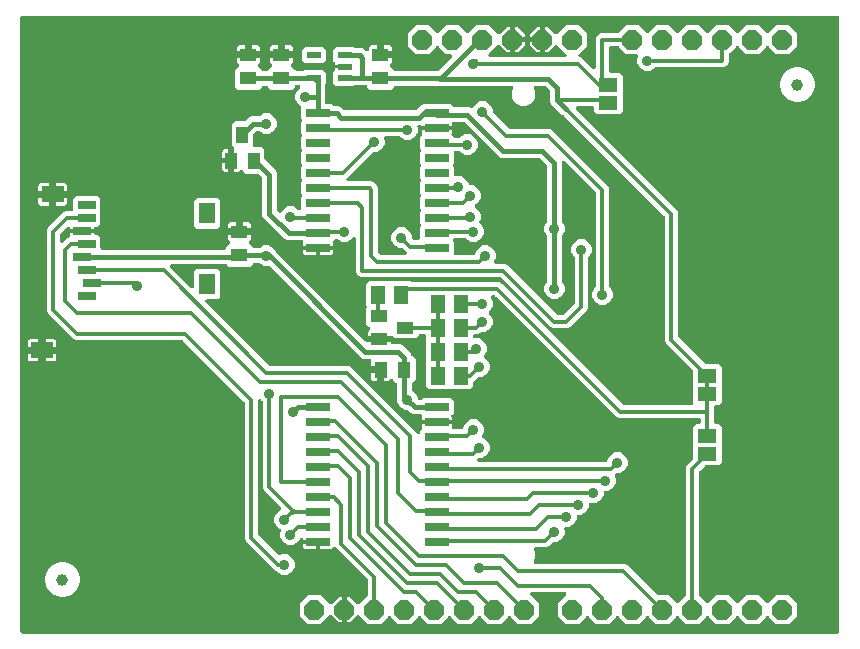
<source format=gbr>
G04 EAGLE Gerber RS-274X export*
G75*
%MOMM*%
%FSLAX34Y34*%
%LPD*%
%INTop Copper*%
%IPPOS*%
%AMOC8*
5,1,8,0,0,1.08239X$1,22.5*%
G01*
%ADD10P,1.814519X8X22.500000*%
%ADD11R,1.900000X1.400000*%
%ADD12R,1.400000X1.800000*%
%ADD13R,1.500000X0.700000*%
%ADD14R,1.300000X1.500000*%
%ADD15R,1.400000X1.000000*%
%ADD16R,2.032000X0.660400*%
%ADD17R,1.200000X0.550000*%
%ADD18R,1.400000X1.100000*%
%ADD19C,1.000000*%
%ADD20R,1.100000X1.400000*%
%ADD21R,1.600200X1.168400*%
%ADD22R,1.000000X1.400000*%
%ADD23C,0.304800*%
%ADD24C,0.906400*%
%ADD25C,0.406400*%

G36*
X697002Y5084D02*
X697002Y5084D01*
X697028Y5082D01*
X697175Y5104D01*
X697322Y5121D01*
X697347Y5129D01*
X697373Y5133D01*
X697511Y5188D01*
X697650Y5238D01*
X697672Y5252D01*
X697697Y5262D01*
X697818Y5347D01*
X697943Y5427D01*
X697961Y5446D01*
X697983Y5461D01*
X698082Y5571D01*
X698185Y5678D01*
X698199Y5700D01*
X698216Y5720D01*
X698288Y5850D01*
X698364Y5977D01*
X698372Y6002D01*
X698385Y6025D01*
X698425Y6168D01*
X698470Y6309D01*
X698472Y6335D01*
X698480Y6360D01*
X698499Y6604D01*
X698499Y526796D01*
X698496Y526822D01*
X698498Y526848D01*
X698476Y526995D01*
X698459Y527142D01*
X698451Y527167D01*
X698447Y527193D01*
X698392Y527331D01*
X698342Y527470D01*
X698328Y527492D01*
X698318Y527517D01*
X698233Y527638D01*
X698153Y527763D01*
X698134Y527781D01*
X698119Y527803D01*
X698009Y527902D01*
X697902Y528005D01*
X697880Y528019D01*
X697860Y528036D01*
X697730Y528108D01*
X697603Y528184D01*
X697578Y528192D01*
X697555Y528205D01*
X697412Y528245D01*
X697271Y528290D01*
X697245Y528292D01*
X697220Y528300D01*
X696976Y528319D01*
X6604Y528319D01*
X6578Y528316D01*
X6552Y528318D01*
X6405Y528296D01*
X6258Y528279D01*
X6233Y528271D01*
X6207Y528267D01*
X6069Y528212D01*
X5930Y528162D01*
X5908Y528148D01*
X5883Y528138D01*
X5762Y528053D01*
X5637Y527973D01*
X5619Y527954D01*
X5597Y527939D01*
X5498Y527829D01*
X5395Y527722D01*
X5381Y527700D01*
X5364Y527680D01*
X5292Y527550D01*
X5216Y527423D01*
X5208Y527398D01*
X5195Y527375D01*
X5155Y527232D01*
X5110Y527091D01*
X5108Y527065D01*
X5100Y527040D01*
X5081Y526796D01*
X5081Y6604D01*
X5084Y6578D01*
X5082Y6552D01*
X5104Y6405D01*
X5121Y6258D01*
X5129Y6233D01*
X5133Y6207D01*
X5188Y6069D01*
X5238Y5930D01*
X5252Y5908D01*
X5262Y5883D01*
X5347Y5762D01*
X5427Y5637D01*
X5446Y5619D01*
X5461Y5597D01*
X5571Y5498D01*
X5678Y5395D01*
X5700Y5381D01*
X5720Y5364D01*
X5850Y5292D01*
X5977Y5216D01*
X6002Y5208D01*
X6025Y5195D01*
X6168Y5155D01*
X6309Y5110D01*
X6335Y5108D01*
X6360Y5100D01*
X6604Y5081D01*
X696976Y5081D01*
X697002Y5084D01*
G37*
%LPC*%
G36*
X299644Y12953D02*
X299644Y12953D01*
X292099Y20498D01*
X292079Y20514D01*
X292062Y20534D01*
X291942Y20623D01*
X291826Y20715D01*
X291803Y20726D01*
X291782Y20742D01*
X291645Y20800D01*
X291511Y20864D01*
X291486Y20869D01*
X291462Y20880D01*
X291316Y20906D01*
X291171Y20937D01*
X291145Y20937D01*
X291119Y20941D01*
X290970Y20934D01*
X290822Y20931D01*
X290797Y20925D01*
X290771Y20923D01*
X290628Y20882D01*
X290484Y20846D01*
X290461Y20834D01*
X290436Y20827D01*
X290306Y20755D01*
X290174Y20687D01*
X290154Y20670D01*
X290132Y20657D01*
X289945Y20498D01*
X283924Y14477D01*
X281899Y14477D01*
X281899Y24424D01*
X281896Y24450D01*
X281898Y24476D01*
X281876Y24623D01*
X281859Y24770D01*
X281851Y24795D01*
X281847Y24821D01*
X281792Y24958D01*
X281742Y25098D01*
X281728Y25120D01*
X281718Y25145D01*
X281633Y25266D01*
X281553Y25391D01*
X281540Y25403D01*
X281585Y25450D01*
X281599Y25473D01*
X281616Y25492D01*
X281688Y25622D01*
X281764Y25749D01*
X281772Y25774D01*
X281785Y25797D01*
X281825Y25940D01*
X281870Y26081D01*
X281872Y26107D01*
X281880Y26132D01*
X281899Y26376D01*
X281899Y36323D01*
X283924Y36323D01*
X289945Y30302D01*
X289966Y30286D01*
X289983Y30266D01*
X290102Y30177D01*
X290218Y30085D01*
X290242Y30074D01*
X290263Y30058D01*
X290399Y30000D01*
X290533Y29936D01*
X290559Y29931D01*
X290583Y29920D01*
X290729Y29894D01*
X290874Y29863D01*
X290900Y29863D01*
X290926Y29859D01*
X291075Y29866D01*
X291223Y29869D01*
X291248Y29875D01*
X291274Y29877D01*
X291417Y29918D01*
X291561Y29954D01*
X291584Y29966D01*
X291609Y29973D01*
X291739Y30046D01*
X291870Y30113D01*
X291890Y30130D01*
X291913Y30143D01*
X292099Y30302D01*
X298765Y36967D01*
X298844Y37066D01*
X298928Y37160D01*
X298952Y37203D01*
X298982Y37240D01*
X299036Y37355D01*
X299097Y37465D01*
X299110Y37512D01*
X299131Y37556D01*
X299157Y37679D01*
X299192Y37801D01*
X299197Y37862D01*
X299204Y37896D01*
X299203Y37944D01*
X299211Y38045D01*
X299211Y50394D01*
X299197Y50520D01*
X299190Y50646D01*
X299177Y50692D01*
X299171Y50740D01*
X299129Y50859D01*
X299094Y50981D01*
X299070Y51023D01*
X299054Y51068D01*
X298985Y51175D01*
X298924Y51285D01*
X298884Y51331D01*
X298865Y51361D01*
X298830Y51395D01*
X298765Y51471D01*
X272060Y78177D01*
X272034Y78222D01*
X272034Y78223D01*
X272033Y78224D01*
X271934Y78333D01*
X271800Y78481D01*
X271799Y78481D01*
X271799Y78482D01*
X271655Y78581D01*
X271513Y78679D01*
X271512Y78679D01*
X271332Y78750D01*
X271189Y78807D01*
X271188Y78807D01*
X271015Y78832D01*
X270844Y78857D01*
X270843Y78857D01*
X270671Y78843D01*
X270497Y78829D01*
X270496Y78828D01*
X270325Y78773D01*
X270165Y78721D01*
X270164Y78721D01*
X270011Y78629D01*
X269867Y78542D01*
X269866Y78541D01*
X269732Y78411D01*
X269617Y78299D01*
X269616Y78298D01*
X269477Y78097D01*
X269241Y77688D01*
X268768Y77215D01*
X268189Y76880D01*
X267543Y76707D01*
X258698Y76707D01*
X258698Y82423D01*
X258695Y82449D01*
X258697Y82475D01*
X258675Y82622D01*
X258658Y82769D01*
X258650Y82794D01*
X258646Y82820D01*
X258591Y82957D01*
X258541Y83097D01*
X258527Y83119D01*
X258517Y83144D01*
X258432Y83265D01*
X258352Y83390D01*
X258333Y83408D01*
X258318Y83430D01*
X258208Y83529D01*
X258112Y83621D01*
X258098Y83644D01*
X258079Y83662D01*
X258064Y83684D01*
X257954Y83783D01*
X257847Y83886D01*
X257824Y83900D01*
X257805Y83917D01*
X257675Y83989D01*
X257548Y84065D01*
X257523Y84073D01*
X257500Y84086D01*
X257357Y84126D01*
X257216Y84171D01*
X257190Y84173D01*
X257165Y84181D01*
X256921Y84200D01*
X244347Y84200D01*
X244347Y84531D01*
X244342Y84581D01*
X244344Y84631D01*
X244322Y84754D01*
X244307Y84877D01*
X244290Y84924D01*
X244281Y84974D01*
X244232Y85088D01*
X244190Y85205D01*
X244163Y85247D01*
X244143Y85294D01*
X244068Y85394D01*
X244001Y85498D01*
X243965Y85533D01*
X243935Y85573D01*
X243840Y85654D01*
X243750Y85740D01*
X243707Y85766D01*
X243669Y85799D01*
X243558Y85855D01*
X243451Y85919D01*
X243403Y85934D01*
X243358Y85957D01*
X243238Y85987D01*
X243119Y86025D01*
X243069Y86029D01*
X243020Y86041D01*
X242896Y86043D01*
X242772Y86053D01*
X242722Y86046D01*
X242672Y86046D01*
X242550Y86020D01*
X242427Y86002D01*
X242380Y85983D01*
X242331Y85972D01*
X242219Y85919D01*
X242103Y85873D01*
X242062Y85844D01*
X242016Y85822D01*
X241919Y85745D01*
X241817Y85674D01*
X241783Y85637D01*
X241744Y85605D01*
X241667Y85507D01*
X241584Y85415D01*
X241559Y85371D01*
X241528Y85331D01*
X241417Y85114D01*
X240968Y84030D01*
X238550Y81612D01*
X235390Y80303D01*
X231970Y80303D01*
X228810Y81612D01*
X226392Y84030D01*
X225083Y87190D01*
X225083Y90610D01*
X225611Y91884D01*
X225618Y91909D01*
X225630Y91933D01*
X225666Y92077D01*
X225707Y92219D01*
X225708Y92246D01*
X225714Y92271D01*
X225717Y92419D01*
X225724Y92567D01*
X225719Y92593D01*
X225719Y92620D01*
X225688Y92765D01*
X225661Y92910D01*
X225651Y92934D01*
X225645Y92960D01*
X225581Y93094D01*
X225522Y93230D01*
X225507Y93251D01*
X225495Y93275D01*
X225403Y93391D01*
X225314Y93510D01*
X225294Y93527D01*
X225278Y93547D01*
X225162Y93639D01*
X225048Y93735D01*
X225025Y93747D01*
X225004Y93763D01*
X224787Y93875D01*
X223730Y94312D01*
X221312Y96730D01*
X220003Y99890D01*
X220003Y103310D01*
X221312Y106470D01*
X223730Y108888D01*
X225102Y109456D01*
X225233Y109529D01*
X225367Y109598D01*
X225385Y109614D01*
X225406Y109625D01*
X225518Y109726D01*
X225632Y109824D01*
X225647Y109843D01*
X225665Y109859D01*
X225750Y109983D01*
X225839Y110104D01*
X225849Y110126D01*
X225863Y110146D01*
X225918Y110286D01*
X225977Y110424D01*
X225982Y110448D01*
X225991Y110470D01*
X226012Y110619D01*
X226039Y110767D01*
X226038Y110791D01*
X226041Y110815D01*
X226029Y110965D01*
X226021Y111115D01*
X226014Y111138D01*
X226012Y111162D01*
X225966Y111306D01*
X225925Y111450D01*
X225913Y111471D01*
X225905Y111494D01*
X225828Y111623D01*
X225754Y111754D01*
X225736Y111776D01*
X225726Y111793D01*
X225693Y111827D01*
X225596Y111940D01*
X211162Y126374D01*
X210311Y128428D01*
X210311Y201080D01*
X210297Y201205D01*
X210290Y201332D01*
X210277Y201378D01*
X210271Y201426D01*
X210229Y201545D01*
X210194Y201667D01*
X210170Y201709D01*
X210154Y201754D01*
X210085Y201861D01*
X210024Y201971D01*
X209984Y202017D01*
X209965Y202047D01*
X209930Y202081D01*
X209865Y202157D01*
X208849Y203173D01*
X208770Y203236D01*
X208698Y203306D01*
X208634Y203344D01*
X208576Y203390D01*
X208485Y203433D01*
X208399Y203484D01*
X208328Y203507D01*
X208261Y203539D01*
X208163Y203560D01*
X208067Y203591D01*
X207993Y203597D01*
X207920Y203612D01*
X207820Y203611D01*
X207720Y203619D01*
X207646Y203608D01*
X207572Y203606D01*
X207475Y203582D01*
X207375Y203567D01*
X207306Y203539D01*
X207234Y203521D01*
X207145Y203475D01*
X207051Y203438D01*
X206990Y203396D01*
X206924Y203362D01*
X206848Y203297D01*
X206765Y203239D01*
X206715Y203184D01*
X206659Y203136D01*
X206599Y203055D01*
X206532Y202980D01*
X206496Y202915D01*
X206451Y202856D01*
X206412Y202763D01*
X206363Y202675D01*
X206343Y202604D01*
X206313Y202536D01*
X206296Y202437D01*
X206268Y202340D01*
X206260Y202240D01*
X206252Y202193D01*
X206254Y202157D01*
X206249Y202096D01*
X206249Y89306D01*
X206263Y89180D01*
X206270Y89054D01*
X206283Y89008D01*
X206289Y88960D01*
X206331Y88841D01*
X206366Y88719D01*
X206390Y88677D01*
X206406Y88632D01*
X206475Y88525D01*
X206536Y88415D01*
X206576Y88369D01*
X206595Y88339D01*
X206630Y88305D01*
X206695Y88229D01*
X223297Y71626D01*
X223357Y71579D01*
X223410Y71524D01*
X223493Y71471D01*
X223570Y71410D01*
X223639Y71377D01*
X223704Y71336D01*
X223796Y71303D01*
X223885Y71261D01*
X223960Y71245D01*
X224032Y71219D01*
X224130Y71208D01*
X224226Y71187D01*
X224302Y71189D01*
X224378Y71180D01*
X224476Y71192D01*
X224575Y71193D01*
X224649Y71212D01*
X224725Y71221D01*
X224866Y71267D01*
X224913Y71278D01*
X224930Y71287D01*
X224957Y71296D01*
X226890Y72097D01*
X230310Y72097D01*
X233470Y70788D01*
X235888Y68370D01*
X237197Y65210D01*
X237197Y61790D01*
X235888Y58630D01*
X233470Y56212D01*
X230310Y54903D01*
X226890Y54903D01*
X223730Y56212D01*
X221979Y57964D01*
X221977Y57965D01*
X221976Y57967D01*
X221865Y58054D01*
X221801Y58112D01*
X221772Y58128D01*
X221706Y58180D01*
X221704Y58181D01*
X221702Y58183D01*
X221484Y58294D01*
X220354Y58762D01*
X195922Y83194D01*
X195071Y85248D01*
X195071Y200254D01*
X195057Y200380D01*
X195050Y200506D01*
X195037Y200552D01*
X195031Y200600D01*
X194989Y200719D01*
X194954Y200841D01*
X194930Y200883D01*
X194914Y200928D01*
X194845Y201035D01*
X194784Y201145D01*
X194744Y201191D01*
X194725Y201221D01*
X194690Y201255D01*
X194625Y201331D01*
X142911Y253045D01*
X142812Y253124D01*
X142718Y253208D01*
X142676Y253232D01*
X142638Y253262D01*
X142524Y253316D01*
X142413Y253377D01*
X142367Y253390D01*
X142323Y253411D01*
X142200Y253437D01*
X142078Y253472D01*
X142017Y253477D01*
X141982Y253484D01*
X141934Y253483D01*
X141834Y253491D01*
X52228Y253491D01*
X50174Y254342D01*
X28282Y276234D01*
X27431Y278288D01*
X27431Y346552D01*
X28282Y348606D01*
X41414Y361738D01*
X43468Y362589D01*
X48152Y362589D01*
X48178Y362592D01*
X48204Y362590D01*
X48351Y362612D01*
X48498Y362629D01*
X48523Y362637D01*
X48549Y362641D01*
X48687Y362696D01*
X48826Y362746D01*
X48848Y362760D01*
X48873Y362770D01*
X48994Y362855D01*
X49119Y362935D01*
X49137Y362954D01*
X49159Y362969D01*
X49258Y363079D01*
X49361Y363186D01*
X49375Y363208D01*
X49392Y363228D01*
X49464Y363358D01*
X49540Y363485D01*
X49548Y363510D01*
X49561Y363533D01*
X49601Y363676D01*
X49646Y363817D01*
X49648Y363843D01*
X49656Y363868D01*
X49675Y364112D01*
X49675Y373184D01*
X52056Y375565D01*
X70424Y375565D01*
X72805Y373184D01*
X72805Y351816D01*
X70424Y349435D01*
X68804Y349435D01*
X68778Y349432D01*
X68752Y349434D01*
X68605Y349412D01*
X68458Y349395D01*
X68433Y349387D01*
X68407Y349383D01*
X68269Y349328D01*
X68130Y349278D01*
X68108Y349264D01*
X68083Y349254D01*
X67962Y349169D01*
X67837Y349089D01*
X67819Y349070D01*
X67797Y349055D01*
X67698Y348945D01*
X67595Y348838D01*
X67581Y348816D01*
X67564Y348796D01*
X67492Y348666D01*
X67416Y348539D01*
X67408Y348514D01*
X67395Y348491D01*
X67355Y348348D01*
X67310Y348207D01*
X67308Y348181D01*
X67300Y348156D01*
X67281Y347912D01*
X67281Y347749D01*
X57466Y347749D01*
X57440Y347746D01*
X57414Y347748D01*
X57269Y347727D01*
X57258Y347730D01*
X57014Y347749D01*
X47199Y347749D01*
X47199Y348038D01*
X47188Y348138D01*
X47186Y348238D01*
X47168Y348310D01*
X47159Y348384D01*
X47126Y348479D01*
X47101Y348576D01*
X47067Y348642D01*
X47042Y348712D01*
X46987Y348797D01*
X46941Y348886D01*
X46893Y348943D01*
X46853Y349005D01*
X46781Y349075D01*
X46716Y349152D01*
X46656Y349196D01*
X46602Y349247D01*
X46516Y349299D01*
X46435Y349359D01*
X46367Y349388D01*
X46303Y349426D01*
X46207Y349457D01*
X46115Y349497D01*
X46042Y349510D01*
X45971Y349533D01*
X45871Y349541D01*
X45772Y349558D01*
X45698Y349555D01*
X45624Y349560D01*
X45525Y349546D01*
X45424Y349540D01*
X45353Y349520D01*
X45279Y349509D01*
X45186Y349472D01*
X45089Y349444D01*
X45024Y349408D01*
X44955Y349380D01*
X44873Y349323D01*
X44785Y349274D01*
X44709Y349209D01*
X44669Y349181D01*
X44645Y349155D01*
X44599Y349115D01*
X39055Y343571D01*
X38976Y343472D01*
X38892Y343378D01*
X38868Y343336D01*
X38838Y343298D01*
X38784Y343184D01*
X38723Y343073D01*
X38710Y343027D01*
X38689Y342983D01*
X38663Y342860D01*
X38628Y342738D01*
X38623Y342677D01*
X38616Y342642D01*
X38617Y342594D01*
X38609Y342494D01*
X38609Y337210D01*
X38620Y337110D01*
X38622Y337010D01*
X38640Y336938D01*
X38649Y336864D01*
X38682Y336769D01*
X38707Y336672D01*
X38741Y336606D01*
X38766Y336536D01*
X38821Y336451D01*
X38867Y336362D01*
X38915Y336305D01*
X38955Y336243D01*
X39027Y336173D01*
X39092Y336096D01*
X39152Y336052D01*
X39206Y336001D01*
X39292Y335949D01*
X39373Y335889D01*
X39441Y335860D01*
X39505Y335822D01*
X39601Y335791D01*
X39693Y335751D01*
X39766Y335738D01*
X39837Y335715D01*
X39937Y335707D01*
X40036Y335690D01*
X40110Y335693D01*
X40184Y335687D01*
X40284Y335702D01*
X40384Y335708D01*
X40455Y335728D01*
X40529Y335739D01*
X40622Y335776D01*
X40719Y335804D01*
X40784Y335840D01*
X40853Y335868D01*
X40935Y335925D01*
X41023Y335974D01*
X41099Y336039D01*
X41139Y336067D01*
X41163Y336093D01*
X41209Y336133D01*
X44814Y339738D01*
X46312Y340358D01*
X46401Y340408D01*
X46494Y340448D01*
X46553Y340492D01*
X46617Y340528D01*
X46692Y340596D01*
X46773Y340656D01*
X46821Y340712D01*
X46875Y340762D01*
X46933Y340845D01*
X46998Y340922D01*
X47031Y340988D01*
X47073Y341049D01*
X47110Y341143D01*
X47156Y341233D01*
X47174Y341304D01*
X47201Y341373D01*
X47216Y341473D01*
X47240Y341571D01*
X47241Y341645D01*
X47252Y341718D01*
X47244Y341818D01*
X47245Y341920D01*
X47227Y342017D01*
X47223Y342065D01*
X47212Y342099D01*
X47201Y342160D01*
X47199Y342166D01*
X47199Y344251D01*
X57014Y344251D01*
X57040Y344254D01*
X57066Y344252D01*
X57211Y344273D01*
X57222Y344270D01*
X57466Y344251D01*
X67281Y344251D01*
X67281Y344088D01*
X67284Y344062D01*
X67282Y344036D01*
X67304Y343889D01*
X67321Y343742D01*
X67329Y343717D01*
X67333Y343691D01*
X67388Y343553D01*
X67438Y343414D01*
X67452Y343392D01*
X67462Y343367D01*
X67547Y343246D01*
X67627Y343121D01*
X67646Y343103D01*
X67661Y343081D01*
X67771Y342982D01*
X67878Y342879D01*
X67900Y342865D01*
X67920Y342848D01*
X68050Y342776D01*
X68177Y342700D01*
X68202Y342692D01*
X68225Y342679D01*
X68368Y342639D01*
X68509Y342594D01*
X68535Y342592D01*
X68560Y342584D01*
X68804Y342565D01*
X70424Y342565D01*
X72805Y340184D01*
X72805Y331620D01*
X72808Y331594D01*
X72806Y331568D01*
X72828Y331421D01*
X72845Y331274D01*
X72853Y331249D01*
X72857Y331223D01*
X72912Y331085D01*
X72962Y330946D01*
X72976Y330924D01*
X72986Y330899D01*
X73071Y330778D01*
X73151Y330653D01*
X73170Y330635D01*
X73185Y330613D01*
X73295Y330514D01*
X73402Y330411D01*
X73424Y330397D01*
X73444Y330380D01*
X73574Y330308D01*
X73701Y330232D01*
X73726Y330224D01*
X73749Y330211D01*
X73892Y330171D01*
X74033Y330126D01*
X74059Y330124D01*
X74084Y330116D01*
X74328Y330097D01*
X177912Y330097D01*
X177938Y330100D01*
X177964Y330098D01*
X178111Y330120D01*
X178258Y330137D01*
X178283Y330145D01*
X178309Y330149D01*
X178447Y330204D01*
X178586Y330254D01*
X178608Y330268D01*
X178633Y330278D01*
X178754Y330363D01*
X178879Y330443D01*
X178897Y330462D01*
X178919Y330477D01*
X179018Y330587D01*
X179121Y330694D01*
X179135Y330716D01*
X179152Y330736D01*
X179224Y330866D01*
X179300Y330993D01*
X179308Y331018D01*
X179321Y331041D01*
X179361Y331184D01*
X179406Y331325D01*
X179408Y331351D01*
X179416Y331376D01*
X179435Y331620D01*
X179435Y332464D01*
X182006Y335034D01*
X182061Y335070D01*
X182171Y335131D01*
X182207Y335164D01*
X182249Y335191D01*
X182336Y335281D01*
X182428Y335365D01*
X182457Y335406D01*
X182491Y335442D01*
X182556Y335549D01*
X182626Y335652D01*
X182645Y335698D01*
X182670Y335741D01*
X182708Y335860D01*
X182754Y335976D01*
X182761Y336026D01*
X182776Y336073D01*
X182786Y336197D01*
X182804Y336321D01*
X182800Y336371D01*
X182804Y336420D01*
X182786Y336544D01*
X182775Y336669D01*
X182760Y336716D01*
X182753Y336765D01*
X182706Y336881D01*
X182668Y337000D01*
X182642Y337043D01*
X182624Y337089D01*
X182552Y337191D01*
X182488Y337299D01*
X182453Y337334D01*
X182425Y337375D01*
X182332Y337459D01*
X182245Y337548D01*
X182193Y337584D01*
X182166Y337608D01*
X182124Y337631D01*
X182043Y337687D01*
X181940Y337747D01*
X181467Y338220D01*
X181132Y338799D01*
X180959Y339445D01*
X180959Y342531D01*
X189274Y342531D01*
X189300Y342534D01*
X189326Y342532D01*
X189473Y342554D01*
X189620Y342571D01*
X189645Y342579D01*
X189671Y342583D01*
X189808Y342638D01*
X189948Y342688D01*
X189970Y342702D01*
X189995Y342712D01*
X190116Y342797D01*
X190241Y342877D01*
X190259Y342896D01*
X190281Y342911D01*
X190380Y343021D01*
X190483Y343128D01*
X190497Y343150D01*
X190503Y343158D01*
X190549Y343087D01*
X190568Y343069D01*
X190583Y343047D01*
X190693Y342948D01*
X190800Y342845D01*
X190823Y342831D01*
X190842Y342814D01*
X190972Y342742D01*
X191099Y342666D01*
X191124Y342658D01*
X191147Y342645D01*
X191290Y342605D01*
X191431Y342560D01*
X191457Y342557D01*
X191482Y342550D01*
X191726Y342531D01*
X200041Y342531D01*
X200041Y339445D01*
X199868Y338799D01*
X199533Y338220D01*
X199060Y337747D01*
X198957Y337687D01*
X198856Y337613D01*
X198751Y337545D01*
X198717Y337509D01*
X198677Y337480D01*
X198596Y337384D01*
X198509Y337294D01*
X198483Y337252D01*
X198451Y337214D01*
X198394Y337102D01*
X198330Y336995D01*
X198315Y336948D01*
X198292Y336904D01*
X198262Y336782D01*
X198224Y336663D01*
X198220Y336614D01*
X198208Y336566D01*
X198206Y336440D01*
X198196Y336316D01*
X198203Y336267D01*
X198202Y336217D01*
X198229Y336095D01*
X198247Y335971D01*
X198266Y335925D01*
X198276Y335877D01*
X198330Y335764D01*
X198376Y335647D01*
X198405Y335607D01*
X198426Y335562D01*
X198504Y335464D01*
X198575Y335361D01*
X198612Y335328D01*
X198643Y335289D01*
X198741Y335211D01*
X198834Y335128D01*
X198877Y335104D01*
X198916Y335073D01*
X198990Y335038D01*
X201677Y332351D01*
X201722Y332226D01*
X201736Y332204D01*
X201746Y332179D01*
X201831Y332058D01*
X201911Y331933D01*
X201930Y331915D01*
X201945Y331893D01*
X202055Y331794D01*
X202162Y331691D01*
X202184Y331677D01*
X202204Y331660D01*
X202334Y331588D01*
X202461Y331512D01*
X202486Y331504D01*
X202509Y331491D01*
X202652Y331451D01*
X202793Y331406D01*
X202819Y331404D01*
X202844Y331396D01*
X203088Y331377D01*
X206828Y331377D01*
X206954Y331391D01*
X207080Y331398D01*
X207126Y331411D01*
X207174Y331417D01*
X207293Y331459D01*
X207415Y331494D01*
X207457Y331518D01*
X207502Y331534D01*
X207609Y331603D01*
X207719Y331664D01*
X207765Y331704D01*
X207795Y331723D01*
X207829Y331758D01*
X207905Y331823D01*
X208490Y332408D01*
X211650Y333717D01*
X215070Y333717D01*
X217539Y332694D01*
X218230Y332408D01*
X220648Y329990D01*
X221236Y328570D01*
X221237Y328568D01*
X221237Y328566D01*
X221322Y328416D01*
X221405Y328266D01*
X221407Y328264D01*
X221408Y328262D01*
X221566Y328076D01*
X297035Y252607D01*
X297134Y252528D01*
X297228Y252444D01*
X297270Y252420D01*
X297308Y252390D01*
X297422Y252336D01*
X297533Y252275D01*
X297580Y252262D01*
X297623Y252241D01*
X297747Y252215D01*
X297869Y252180D01*
X297929Y252175D01*
X297964Y252168D01*
X298012Y252169D01*
X298112Y252161D01*
X308064Y252161D01*
X308090Y252164D01*
X308116Y252162D01*
X308263Y252184D01*
X308410Y252201D01*
X308435Y252209D01*
X308461Y252213D01*
X308598Y252268D01*
X308738Y252318D01*
X308760Y252332D01*
X308785Y252342D01*
X308906Y252427D01*
X309031Y252507D01*
X309043Y252520D01*
X309090Y252475D01*
X309113Y252461D01*
X309132Y252444D01*
X309262Y252372D01*
X309389Y252296D01*
X309414Y252288D01*
X309437Y252275D01*
X309580Y252235D01*
X309721Y252190D01*
X309747Y252187D01*
X309772Y252180D01*
X310016Y252161D01*
X318581Y252161D01*
X318581Y251460D01*
X318584Y251434D01*
X318582Y251408D01*
X318604Y251261D01*
X318621Y251114D01*
X318629Y251089D01*
X318633Y251063D01*
X318688Y250925D01*
X318738Y250786D01*
X318752Y250764D01*
X318762Y250739D01*
X318847Y250618D01*
X318927Y250493D01*
X318946Y250475D01*
X318961Y250453D01*
X319071Y250354D01*
X319178Y250251D01*
X319200Y250237D01*
X319220Y250220D01*
X319350Y250148D01*
X319477Y250072D01*
X319502Y250064D01*
X319525Y250051D01*
X319668Y250011D01*
X319809Y249966D01*
X319835Y249964D01*
X319860Y249956D01*
X320104Y249937D01*
X326333Y249937D01*
X328574Y249009D01*
X335369Y242214D01*
X336035Y240605D01*
X336072Y240538D01*
X336100Y240467D01*
X336156Y240386D01*
X336204Y240300D01*
X336256Y240244D01*
X336299Y240181D01*
X336372Y240115D01*
X336438Y240042D01*
X336501Y239999D01*
X336558Y239948D01*
X336644Y239900D01*
X336725Y239844D01*
X336796Y239816D01*
X336863Y239779D01*
X336958Y239752D01*
X337049Y239716D01*
X337125Y239705D01*
X337198Y239684D01*
X337205Y239684D01*
X339605Y237284D01*
X339605Y219916D01*
X336922Y217233D01*
X336853Y217189D01*
X336835Y217170D01*
X336813Y217155D01*
X336714Y217045D01*
X336611Y216938D01*
X336597Y216916D01*
X336580Y216896D01*
X336508Y216766D01*
X336432Y216639D01*
X336424Y216614D01*
X336411Y216591D01*
X336371Y216448D01*
X336326Y216307D01*
X336324Y216281D01*
X336316Y216256D01*
X336297Y216012D01*
X336297Y212050D01*
X336305Y211974D01*
X336304Y211897D01*
X336325Y211801D01*
X336337Y211703D01*
X336362Y211631D01*
X336379Y211557D01*
X336421Y211468D01*
X336454Y211375D01*
X336496Y211311D01*
X336528Y211242D01*
X336590Y211165D01*
X336643Y211082D01*
X336698Y211029D01*
X336746Y210970D01*
X336823Y210909D01*
X336894Y210840D01*
X336959Y210801D01*
X337019Y210754D01*
X337152Y210686D01*
X337193Y210661D01*
X337211Y210656D01*
X337237Y210642D01*
X337610Y210488D01*
X340028Y208070D01*
X341337Y204910D01*
X341337Y204470D01*
X341340Y204444D01*
X341338Y204418D01*
X341360Y204271D01*
X341377Y204124D01*
X341385Y204099D01*
X341389Y204073D01*
X341444Y203935D01*
X341494Y203796D01*
X341508Y203774D01*
X341518Y203749D01*
X341603Y203628D01*
X341683Y203503D01*
X341702Y203485D01*
X341717Y203463D01*
X341827Y203364D01*
X341934Y203261D01*
X341956Y203247D01*
X341976Y203230D01*
X342106Y203158D01*
X342233Y203082D01*
X342258Y203074D01*
X342281Y203061D01*
X342424Y203021D01*
X342565Y202976D01*
X342591Y202974D01*
X342616Y202966D01*
X342860Y202947D01*
X343887Y202947D01*
X344013Y202961D01*
X344139Y202968D01*
X344186Y202981D01*
X344234Y202987D01*
X344353Y203029D01*
X344474Y203064D01*
X344516Y203088D01*
X344562Y203104D01*
X344668Y203173D01*
X344778Y203234D01*
X344824Y203274D01*
X344854Y203293D01*
X344888Y203328D01*
X344964Y203393D01*
X345788Y204217D01*
X369476Y204217D01*
X371857Y201836D01*
X371857Y191864D01*
X370351Y190359D01*
X370350Y190358D01*
X370349Y190357D01*
X370241Y190219D01*
X370135Y190086D01*
X370134Y190085D01*
X370133Y190083D01*
X370059Y189926D01*
X369986Y189771D01*
X369985Y189769D01*
X369985Y189768D01*
X369948Y189597D01*
X369912Y189430D01*
X369912Y189429D01*
X369912Y189427D01*
X369915Y189252D01*
X369918Y189082D01*
X369919Y189080D01*
X369919Y189079D01*
X369961Y188910D01*
X370003Y188744D01*
X370004Y188742D01*
X370004Y188741D01*
X370109Y188520D01*
X370160Y188433D01*
X370333Y187787D01*
X370333Y185800D01*
X357759Y185800D01*
X357733Y185797D01*
X357707Y185799D01*
X357640Y185789D01*
X357505Y185800D01*
X344931Y185800D01*
X344931Y187787D01*
X345104Y188433D01*
X345125Y188468D01*
X345155Y188538D01*
X345194Y188603D01*
X345224Y188697D01*
X345264Y188788D01*
X345277Y188863D01*
X345300Y188935D01*
X345308Y189033D01*
X345326Y189131D01*
X345322Y189207D01*
X345328Y189282D01*
X345314Y189380D01*
X345309Y189479D01*
X345288Y189552D01*
X345277Y189627D01*
X345240Y189719D01*
X345213Y189814D01*
X345176Y189880D01*
X345148Y189951D01*
X345091Y190032D01*
X345043Y190119D01*
X344992Y190175D01*
X344949Y190237D01*
X344875Y190303D01*
X344809Y190377D01*
X344746Y190420D01*
X344690Y190470D01*
X344603Y190518D01*
X344522Y190574D01*
X344451Y190602D01*
X344385Y190639D01*
X344290Y190666D01*
X344198Y190702D01*
X344123Y190713D01*
X344050Y190734D01*
X343899Y190746D01*
X343853Y190753D01*
X343834Y190751D01*
X343806Y190753D01*
X337877Y190753D01*
X335636Y191681D01*
X333161Y194157D01*
X333062Y194236D01*
X332968Y194320D01*
X332926Y194344D01*
X332888Y194374D01*
X332774Y194428D01*
X332663Y194489D01*
X332616Y194502D01*
X332573Y194523D01*
X332449Y194549D01*
X332327Y194584D01*
X332267Y194589D01*
X332232Y194596D01*
X332184Y194595D01*
X332084Y194603D01*
X331030Y194603D01*
X327870Y195912D01*
X325452Y198330D01*
X324143Y201490D01*
X324143Y204128D01*
X324143Y204130D01*
X324143Y204132D01*
X324123Y204305D01*
X324103Y204474D01*
X324103Y216012D01*
X324100Y216038D01*
X324102Y216064D01*
X324080Y216211D01*
X324063Y216358D01*
X324055Y216383D01*
X324051Y216409D01*
X323996Y216547D01*
X323946Y216686D01*
X323932Y216708D01*
X323922Y216733D01*
X323837Y216854D01*
X323757Y216979D01*
X323738Y216997D01*
X323723Y217019D01*
X323613Y217118D01*
X323506Y217221D01*
X323484Y217235D01*
X323464Y217252D01*
X323334Y217324D01*
X323207Y217400D01*
X323182Y217408D01*
X323159Y217421D01*
X323016Y217461D01*
X322890Y217502D01*
X320286Y220106D01*
X320250Y220161D01*
X320189Y220271D01*
X320156Y220307D01*
X320129Y220349D01*
X320039Y220436D01*
X319955Y220528D01*
X319914Y220557D01*
X319878Y220591D01*
X319771Y220656D01*
X319668Y220726D01*
X319622Y220745D01*
X319579Y220770D01*
X319460Y220808D01*
X319344Y220854D01*
X319294Y220861D01*
X319247Y220876D01*
X319123Y220886D01*
X318999Y220904D01*
X318949Y220900D01*
X318900Y220904D01*
X318776Y220886D01*
X318651Y220875D01*
X318604Y220860D01*
X318555Y220853D01*
X318439Y220806D01*
X318320Y220768D01*
X318277Y220742D01*
X318231Y220724D01*
X318129Y220652D01*
X318021Y220588D01*
X317986Y220553D01*
X317945Y220525D01*
X317861Y220432D01*
X317772Y220345D01*
X317736Y220293D01*
X317712Y220266D01*
X317689Y220224D01*
X317633Y220143D01*
X317573Y220040D01*
X317100Y219567D01*
X316521Y219232D01*
X315875Y219059D01*
X312789Y219059D01*
X312789Y227374D01*
X312786Y227400D01*
X312788Y227426D01*
X312766Y227573D01*
X312749Y227720D01*
X312741Y227745D01*
X312737Y227771D01*
X312682Y227908D01*
X312632Y228048D01*
X312618Y228070D01*
X312608Y228095D01*
X312523Y228216D01*
X312443Y228341D01*
X312424Y228359D01*
X312409Y228381D01*
X312299Y228480D01*
X312192Y228583D01*
X312170Y228597D01*
X312150Y228614D01*
X312020Y228686D01*
X311893Y228762D01*
X311868Y228770D01*
X311845Y228783D01*
X311702Y228823D01*
X311561Y228868D01*
X311535Y228870D01*
X311510Y228877D01*
X311266Y228897D01*
X310337Y228897D01*
X310337Y229826D01*
X310334Y229852D01*
X310336Y229878D01*
X310314Y230025D01*
X310297Y230172D01*
X310288Y230197D01*
X310284Y230223D01*
X310230Y230361D01*
X310180Y230500D01*
X310165Y230522D01*
X310156Y230547D01*
X310071Y230668D01*
X309991Y230793D01*
X309972Y230811D01*
X309957Y230833D01*
X309847Y230932D01*
X309740Y231035D01*
X309717Y231049D01*
X309698Y231066D01*
X309568Y231138D01*
X309441Y231214D01*
X309416Y231222D01*
X309393Y231235D01*
X309250Y231275D01*
X309109Y231320D01*
X309083Y231322D01*
X309058Y231330D01*
X308814Y231349D01*
X301999Y231349D01*
X301999Y236001D01*
X302003Y236048D01*
X302021Y236170D01*
X302017Y236221D01*
X302021Y236272D01*
X302003Y236394D01*
X301993Y236518D01*
X301977Y236566D01*
X301969Y236617D01*
X301924Y236732D01*
X301886Y236849D01*
X301860Y236893D01*
X301841Y236941D01*
X301770Y237042D01*
X301707Y237148D01*
X301671Y237185D01*
X301642Y237227D01*
X301550Y237310D01*
X301464Y237398D01*
X301421Y237426D01*
X301383Y237460D01*
X301275Y237520D01*
X301171Y237587D01*
X301123Y237604D01*
X301078Y237629D01*
X300959Y237662D01*
X300843Y237704D01*
X300792Y237710D01*
X300743Y237724D01*
X300499Y237743D01*
X295967Y237743D01*
X293726Y238671D01*
X291797Y240601D01*
X216321Y316077D01*
X216222Y316156D01*
X216128Y316240D01*
X216086Y316264D01*
X216048Y316294D01*
X215934Y316348D01*
X215823Y316409D01*
X215776Y316422D01*
X215733Y316443D01*
X215609Y316469D01*
X215487Y316504D01*
X215427Y316509D01*
X215392Y316516D01*
X215344Y316515D01*
X215244Y316523D01*
X211650Y316523D01*
X208490Y317832D01*
X207585Y318737D01*
X207486Y318816D01*
X207392Y318900D01*
X207350Y318924D01*
X207312Y318954D01*
X207198Y319008D01*
X207087Y319069D01*
X207041Y319082D01*
X206997Y319103D01*
X206874Y319129D01*
X206752Y319164D01*
X206691Y319169D01*
X206656Y319176D01*
X206608Y319175D01*
X206508Y319183D01*
X203088Y319183D01*
X203062Y319180D01*
X203036Y319182D01*
X202889Y319160D01*
X202742Y319143D01*
X202717Y319135D01*
X202691Y319131D01*
X202553Y319076D01*
X202414Y319026D01*
X202392Y319012D01*
X202367Y319002D01*
X202246Y318917D01*
X202121Y318837D01*
X202103Y318818D01*
X202081Y318803D01*
X201982Y318693D01*
X201879Y318586D01*
X201865Y318564D01*
X201848Y318544D01*
X201776Y318414D01*
X201700Y318287D01*
X201692Y318262D01*
X201679Y318239D01*
X201668Y318199D01*
X199184Y315715D01*
X181816Y315715D01*
X180074Y317457D01*
X179975Y317536D01*
X179882Y317620D01*
X179839Y317644D01*
X179801Y317674D01*
X179687Y317728D01*
X179577Y317789D01*
X179530Y317802D01*
X179486Y317823D01*
X179363Y317849D01*
X179241Y317884D01*
X179180Y317889D01*
X179146Y317896D01*
X179098Y317895D01*
X178997Y317903D01*
X133098Y317903D01*
X132998Y317892D01*
X132898Y317890D01*
X132826Y317872D01*
X132752Y317863D01*
X132657Y317830D01*
X132560Y317805D01*
X132494Y317771D01*
X132424Y317746D01*
X132339Y317691D01*
X132250Y317645D01*
X132193Y317597D01*
X132131Y317557D01*
X132061Y317485D01*
X131984Y317420D01*
X131940Y317360D01*
X131889Y317306D01*
X131837Y317220D01*
X131777Y317139D01*
X131748Y317071D01*
X131710Y317007D01*
X131679Y316911D01*
X131639Y316819D01*
X131626Y316746D01*
X131603Y316675D01*
X131595Y316575D01*
X131578Y316476D01*
X131581Y316402D01*
X131575Y316328D01*
X131590Y316228D01*
X131596Y316128D01*
X131616Y316057D01*
X131627Y315983D01*
X131664Y315890D01*
X131692Y315793D01*
X131728Y315728D01*
X131756Y315659D01*
X131813Y315577D01*
X131862Y315489D01*
X131927Y315413D01*
X131955Y315373D01*
X131981Y315349D01*
X132021Y315303D01*
X149575Y297749D01*
X149653Y297686D01*
X149726Y297617D01*
X149790Y297578D01*
X149848Y297532D01*
X149939Y297489D01*
X150025Y297438D01*
X150096Y297415D01*
X150163Y297383D01*
X150261Y297362D01*
X150357Y297331D01*
X150431Y297325D01*
X150504Y297310D01*
X150604Y297312D01*
X150704Y297303D01*
X150778Y297315D01*
X150852Y297316D01*
X150949Y297340D01*
X151049Y297355D01*
X151118Y297383D01*
X151190Y297401D01*
X151280Y297447D01*
X151373Y297484D01*
X151434Y297526D01*
X151500Y297560D01*
X151577Y297626D01*
X151659Y297683D01*
X151709Y297738D01*
X151765Y297786D01*
X151825Y297867D01*
X151892Y297942D01*
X151928Y298007D01*
X151973Y298067D01*
X152012Y298159D01*
X152061Y298247D01*
X152081Y298318D01*
X152111Y298387D01*
X152128Y298485D01*
X152156Y298582D01*
X152164Y298682D01*
X152172Y298730D01*
X152170Y298765D01*
X152175Y298826D01*
X152175Y311684D01*
X154556Y314065D01*
X171924Y314065D01*
X174305Y311684D01*
X174305Y290316D01*
X171924Y287935D01*
X163066Y287935D01*
X162966Y287924D01*
X162866Y287922D01*
X162794Y287904D01*
X162720Y287895D01*
X162625Y287862D01*
X162528Y287837D01*
X162462Y287803D01*
X162392Y287778D01*
X162307Y287723D01*
X162218Y287677D01*
X162161Y287629D01*
X162099Y287589D01*
X162029Y287517D01*
X161952Y287452D01*
X161908Y287392D01*
X161857Y287338D01*
X161805Y287252D01*
X161745Y287171D01*
X161716Y287103D01*
X161678Y287039D01*
X161647Y286943D01*
X161607Y286851D01*
X161594Y286778D01*
X161571Y286707D01*
X161563Y286607D01*
X161546Y286508D01*
X161549Y286434D01*
X161543Y286360D01*
X161558Y286260D01*
X161564Y286160D01*
X161584Y286089D01*
X161595Y286015D01*
X161632Y285922D01*
X161660Y285825D01*
X161696Y285760D01*
X161724Y285691D01*
X161781Y285609D01*
X161830Y285521D01*
X161895Y285445D01*
X161923Y285405D01*
X161949Y285381D01*
X161989Y285335D01*
X215229Y232095D01*
X215328Y232016D01*
X215422Y231932D01*
X215464Y231908D01*
X215502Y231878D01*
X215616Y231824D01*
X215727Y231763D01*
X215773Y231750D01*
X215817Y231729D01*
X215940Y231703D01*
X216062Y231668D01*
X216123Y231663D01*
X216158Y231656D01*
X216206Y231657D01*
X216306Y231649D01*
X283052Y231649D01*
X285106Y230798D01*
X340018Y175886D01*
X340477Y174778D01*
X340501Y174734D01*
X340518Y174687D01*
X340586Y174582D01*
X340646Y174473D01*
X340680Y174436D01*
X340707Y174394D01*
X340797Y174307D01*
X340880Y174215D01*
X340922Y174187D01*
X340958Y174152D01*
X341065Y174088D01*
X341167Y174017D01*
X341214Y173999D01*
X341257Y173973D01*
X341375Y173935D01*
X341491Y173889D01*
X341541Y173882D01*
X341589Y173867D01*
X341713Y173857D01*
X341836Y173838D01*
X341886Y173843D01*
X341936Y173839D01*
X342059Y173857D01*
X342183Y173867D01*
X342231Y173883D01*
X342281Y173890D01*
X342397Y173936D01*
X342515Y173974D01*
X342558Y174000D01*
X342605Y174019D01*
X342707Y174090D01*
X342813Y174154D01*
X342850Y174189D01*
X342891Y174218D01*
X342974Y174310D01*
X343063Y174397D01*
X343091Y174439D01*
X343124Y174477D01*
X343185Y174586D01*
X343252Y174690D01*
X343268Y174738D01*
X343293Y174782D01*
X343327Y174902D01*
X343368Y175019D01*
X343374Y175069D01*
X343388Y175117D01*
X343407Y175361D01*
X343407Y176436D01*
X344913Y177941D01*
X344914Y177942D01*
X344915Y177943D01*
X345023Y178081D01*
X345129Y178214D01*
X345130Y178215D01*
X345131Y178217D01*
X345205Y178374D01*
X345278Y178529D01*
X345279Y178531D01*
X345279Y178532D01*
X345316Y178703D01*
X345352Y178870D01*
X345352Y178871D01*
X345352Y178873D01*
X345349Y179048D01*
X345346Y179218D01*
X345345Y179220D01*
X345345Y179221D01*
X345303Y179389D01*
X345261Y179556D01*
X345260Y179558D01*
X345260Y179559D01*
X345155Y179780D01*
X345104Y179867D01*
X344931Y180513D01*
X344931Y182500D01*
X357505Y182500D01*
X357531Y182503D01*
X357557Y182501D01*
X357624Y182511D01*
X357759Y182500D01*
X370333Y182500D01*
X370333Y180513D01*
X370256Y180226D01*
X370248Y180176D01*
X370233Y180127D01*
X370223Y180004D01*
X370205Y179881D01*
X370209Y179831D01*
X370205Y179780D01*
X370223Y179657D01*
X370233Y179534D01*
X370249Y179486D01*
X370256Y179435D01*
X370302Y179320D01*
X370340Y179202D01*
X370366Y179159D01*
X370385Y179111D01*
X370456Y179010D01*
X370519Y178904D01*
X370555Y178867D01*
X370584Y178825D01*
X370676Y178742D01*
X370762Y178653D01*
X370805Y178626D01*
X370843Y178592D01*
X370951Y178532D01*
X371055Y178465D01*
X371103Y178448D01*
X371148Y178423D01*
X371267Y178390D01*
X371384Y178348D01*
X371434Y178342D01*
X371483Y178328D01*
X371727Y178309D01*
X378508Y178309D01*
X378584Y178317D01*
X378660Y178316D01*
X378756Y178337D01*
X378854Y178349D01*
X378926Y178374D01*
X379001Y178391D01*
X379090Y178433D01*
X379182Y178466D01*
X379246Y178508D01*
X379315Y178540D01*
X379392Y178602D01*
X379475Y178655D01*
X379528Y178710D01*
X379588Y178758D01*
X379649Y178835D01*
X379717Y178906D01*
X379756Y178971D01*
X379804Y179031D01*
X379872Y179165D01*
X379896Y179205D01*
X379902Y179223D01*
X379915Y179249D01*
X381332Y182670D01*
X383750Y185088D01*
X386910Y186397D01*
X390330Y186397D01*
X393490Y185088D01*
X395908Y182670D01*
X397217Y179510D01*
X397217Y176090D01*
X395792Y172650D01*
X395786Y172630D01*
X395771Y172600D01*
X395766Y172581D01*
X395758Y172564D01*
X395724Y172412D01*
X395696Y172315D01*
X395695Y172298D01*
X395686Y172261D01*
X395686Y172243D01*
X395682Y172224D01*
X395684Y172069D01*
X395683Y172051D01*
X395679Y171967D01*
X395682Y171953D01*
X395681Y171913D01*
X395685Y171894D01*
X395686Y171876D01*
X395723Y171725D01*
X395729Y171694D01*
X395742Y171624D01*
X395747Y171613D01*
X395756Y171572D01*
X395764Y171555D01*
X395768Y171537D01*
X395839Y171398D01*
X395857Y171361D01*
X395881Y171305D01*
X395887Y171296D01*
X395905Y171258D01*
X395917Y171243D01*
X395926Y171226D01*
X396026Y171107D01*
X396055Y171070D01*
X396089Y171025D01*
X396096Y171018D01*
X396123Y170985D01*
X396138Y170974D01*
X396150Y170959D01*
X396274Y170866D01*
X396312Y170836D01*
X396355Y170800D01*
X396364Y170795D01*
X396396Y170769D01*
X396417Y170759D01*
X396429Y170750D01*
X396468Y170733D01*
X396614Y170658D01*
X398570Y169848D01*
X400988Y167430D01*
X402297Y164270D01*
X402297Y160850D01*
X400988Y157690D01*
X398570Y155272D01*
X395410Y153963D01*
X393638Y153963D01*
X393513Y153949D01*
X393386Y153942D01*
X393340Y153929D01*
X393292Y153923D01*
X393173Y153881D01*
X393051Y153846D01*
X393009Y153822D01*
X392964Y153806D01*
X392857Y153737D01*
X392747Y153676D01*
X392701Y153636D01*
X392671Y153617D01*
X392637Y153582D01*
X392561Y153517D01*
X392013Y152969D01*
X391950Y152891D01*
X391881Y152818D01*
X391842Y152754D01*
X391796Y152696D01*
X391753Y152605D01*
X391702Y152519D01*
X391679Y152448D01*
X391647Y152381D01*
X391626Y152283D01*
X391595Y152187D01*
X391589Y152113D01*
X391574Y152040D01*
X391576Y151940D01*
X391567Y151840D01*
X391578Y151766D01*
X391580Y151692D01*
X391604Y151594D01*
X391619Y151495D01*
X391647Y151426D01*
X391665Y151354D01*
X391711Y151265D01*
X391748Y151171D01*
X391790Y151110D01*
X391824Y151044D01*
X391890Y150967D01*
X391947Y150885D01*
X392002Y150835D01*
X392050Y150779D01*
X392131Y150719D01*
X392206Y150652D01*
X392271Y150616D01*
X392331Y150571D01*
X392423Y150532D01*
X392511Y150483D01*
X392582Y150463D01*
X392651Y150433D01*
X392749Y150416D01*
X392846Y150388D01*
X392946Y150380D01*
X392994Y150372D01*
X393029Y150374D01*
X393090Y150369D01*
X500428Y150369D01*
X500504Y150377D01*
X500580Y150376D01*
X500676Y150397D01*
X500774Y150409D01*
X500846Y150434D01*
X500921Y150451D01*
X501010Y150493D01*
X501102Y150526D01*
X501166Y150568D01*
X501235Y150600D01*
X501312Y150662D01*
X501395Y150715D01*
X501448Y150770D01*
X501508Y150818D01*
X501569Y150895D01*
X501637Y150966D01*
X501676Y151031D01*
X501724Y151091D01*
X501792Y151225D01*
X501816Y151265D01*
X501822Y151283D01*
X501835Y151309D01*
X503252Y154730D01*
X505670Y157148D01*
X508830Y158457D01*
X512250Y158457D01*
X515410Y157148D01*
X517828Y154730D01*
X519137Y151570D01*
X519137Y148150D01*
X517828Y144990D01*
X515410Y142572D01*
X512250Y141263D01*
X510478Y141263D01*
X510353Y141249D01*
X510226Y141242D01*
X510180Y141229D01*
X510132Y141223D01*
X510013Y141181D01*
X509891Y141146D01*
X509849Y141122D01*
X509804Y141106D01*
X509697Y141037D01*
X509587Y140976D01*
X509541Y140936D01*
X509511Y140917D01*
X509477Y140882D01*
X509401Y140817D01*
X508506Y139923D01*
X508459Y139863D01*
X508404Y139810D01*
X508351Y139727D01*
X508290Y139650D01*
X508257Y139580D01*
X508216Y139516D01*
X508183Y139424D01*
X508141Y139335D01*
X508125Y139260D01*
X508099Y139188D01*
X508088Y139090D01*
X508067Y138994D01*
X508069Y138918D01*
X508060Y138842D01*
X508072Y138744D01*
X508073Y138645D01*
X508092Y138571D01*
X508101Y138495D01*
X508147Y138353D01*
X508158Y138307D01*
X508167Y138290D01*
X508176Y138263D01*
X508977Y136330D01*
X508977Y132910D01*
X507668Y129750D01*
X505250Y127332D01*
X502090Y126023D01*
X500340Y126023D01*
X500314Y126020D01*
X500288Y126022D01*
X500141Y126000D01*
X499994Y125983D01*
X499969Y125975D01*
X499943Y125971D01*
X499805Y125916D01*
X499666Y125866D01*
X499644Y125852D01*
X499619Y125842D01*
X499498Y125757D01*
X499373Y125677D01*
X499355Y125658D01*
X499333Y125643D01*
X499234Y125533D01*
X499131Y125426D01*
X499117Y125404D01*
X499100Y125384D01*
X499028Y125254D01*
X498952Y125127D01*
X498944Y125102D01*
X498931Y125079D01*
X498891Y124936D01*
X498846Y124795D01*
X498844Y124769D01*
X498836Y124744D01*
X498817Y124500D01*
X498817Y122750D01*
X497508Y119590D01*
X495090Y117172D01*
X491930Y115863D01*
X488510Y115863D01*
X488223Y115982D01*
X488078Y116024D01*
X487935Y116069D01*
X487911Y116071D01*
X487888Y116078D01*
X487737Y116085D01*
X487588Y116097D01*
X487564Y116094D01*
X487540Y116095D01*
X487392Y116068D01*
X487243Y116046D01*
X487221Y116037D01*
X487197Y116032D01*
X487059Y115972D01*
X486919Y115917D01*
X486899Y115903D01*
X486877Y115893D01*
X486757Y115804D01*
X486633Y115718D01*
X486617Y115700D01*
X486597Y115686D01*
X486500Y115570D01*
X486400Y115459D01*
X486388Y115438D01*
X486372Y115420D01*
X486304Y115286D01*
X486231Y115154D01*
X486225Y115131D01*
X486214Y115109D01*
X486177Y114964D01*
X486136Y114819D01*
X486134Y114790D01*
X486129Y114771D01*
X486129Y114724D01*
X486117Y114575D01*
X486117Y112590D01*
X484808Y109430D01*
X482390Y107012D01*
X479230Y105703D01*
X477480Y105703D01*
X477454Y105700D01*
X477428Y105702D01*
X477281Y105680D01*
X477134Y105663D01*
X477109Y105655D01*
X477083Y105651D01*
X476945Y105596D01*
X476806Y105546D01*
X476784Y105532D01*
X476759Y105522D01*
X476638Y105437D01*
X476513Y105357D01*
X476495Y105338D01*
X476473Y105323D01*
X476374Y105213D01*
X476271Y105106D01*
X476257Y105084D01*
X476240Y105064D01*
X476168Y104934D01*
X476092Y104807D01*
X476084Y104782D01*
X476071Y104759D01*
X476031Y104616D01*
X475986Y104475D01*
X475984Y104449D01*
X475976Y104424D01*
X475957Y104180D01*
X475957Y102430D01*
X474648Y99270D01*
X472230Y96852D01*
X469070Y95543D01*
X467085Y95543D01*
X466936Y95526D01*
X466786Y95514D01*
X466763Y95506D01*
X466739Y95503D01*
X466597Y95453D01*
X466454Y95406D01*
X466434Y95394D01*
X466411Y95386D01*
X466284Y95304D01*
X466156Y95227D01*
X466138Y95210D01*
X466118Y95197D01*
X466014Y95089D01*
X465906Y94984D01*
X465893Y94964D01*
X465876Y94946D01*
X465799Y94817D01*
X465717Y94691D01*
X465709Y94668D01*
X465697Y94647D01*
X465651Y94504D01*
X465601Y94362D01*
X465598Y94338D01*
X465591Y94315D01*
X465579Y94166D01*
X465562Y94016D01*
X465565Y93992D01*
X465563Y93968D01*
X465585Y93819D01*
X465603Y93670D01*
X465612Y93642D01*
X465614Y93623D01*
X465632Y93579D01*
X465678Y93437D01*
X465797Y93150D01*
X465797Y89730D01*
X464488Y86570D01*
X462070Y84152D01*
X458910Y82843D01*
X457138Y82843D01*
X457012Y82829D01*
X456886Y82822D01*
X456840Y82809D01*
X456792Y82803D01*
X456673Y82761D01*
X456551Y82726D01*
X456509Y82702D01*
X456464Y82686D01*
X456357Y82617D01*
X456247Y82556D01*
X456201Y82516D01*
X456171Y82497D01*
X456137Y82462D01*
X456061Y82397D01*
X452746Y79082D01*
X450692Y78231D01*
X441526Y78231D01*
X441377Y78214D01*
X441227Y78202D01*
X441203Y78194D01*
X441179Y78191D01*
X441038Y78141D01*
X440895Y78095D01*
X440874Y78082D01*
X440851Y78074D01*
X440725Y77992D01*
X440596Y77915D01*
X440579Y77898D01*
X440559Y77885D01*
X440454Y77776D01*
X440346Y77672D01*
X440333Y77652D01*
X440316Y77634D01*
X440239Y77505D01*
X440158Y77379D01*
X440150Y77356D01*
X440138Y77335D01*
X440092Y77192D01*
X440041Y77050D01*
X440039Y77026D01*
X440031Y77003D01*
X440019Y76854D01*
X440002Y76704D01*
X440005Y76680D01*
X440003Y76656D01*
X440026Y76507D01*
X440043Y76358D01*
X440052Y76330D01*
X440055Y76311D01*
X440072Y76267D01*
X440118Y76125D01*
X441121Y73705D01*
X441121Y69695D01*
X439638Y66115D01*
X439597Y65970D01*
X439551Y65827D01*
X439549Y65803D01*
X439542Y65780D01*
X439535Y65629D01*
X439523Y65480D01*
X439526Y65456D01*
X439525Y65432D01*
X439552Y65284D01*
X439575Y65135D01*
X439583Y65113D01*
X439588Y65089D01*
X439648Y64951D01*
X439703Y64811D01*
X439717Y64791D01*
X439727Y64769D01*
X439816Y64648D01*
X439902Y64525D01*
X439920Y64509D01*
X439935Y64489D01*
X440049Y64392D01*
X440161Y64292D01*
X440182Y64280D01*
X440201Y64264D01*
X440334Y64196D01*
X440466Y64123D01*
X440489Y64117D01*
X440511Y64106D01*
X440656Y64069D01*
X440801Y64028D01*
X440831Y64026D01*
X440849Y64021D01*
X440896Y64021D01*
X441045Y64009D01*
X516732Y64009D01*
X518786Y63158D01*
X543651Y38293D01*
X543750Y38214D01*
X543844Y38130D01*
X543886Y38106D01*
X543924Y38076D01*
X544038Y38022D01*
X544149Y37961D01*
X544195Y37948D01*
X544239Y37927D01*
X544362Y37901D01*
X544484Y37866D01*
X544545Y37861D01*
X544580Y37854D01*
X544628Y37855D01*
X544728Y37847D01*
X553796Y37847D01*
X560263Y31379D01*
X560283Y31363D01*
X560300Y31343D01*
X560407Y31264D01*
X560413Y31259D01*
X560418Y31256D01*
X560420Y31255D01*
X560536Y31163D01*
X560560Y31152D01*
X560581Y31136D01*
X560717Y31077D01*
X560851Y31014D01*
X560877Y31008D01*
X560901Y30998D01*
X561047Y30972D01*
X561192Y30941D01*
X561218Y30941D01*
X561244Y30936D01*
X561392Y30944D01*
X561540Y30946D01*
X561566Y30953D01*
X561592Y30954D01*
X561734Y30995D01*
X561878Y31031D01*
X561901Y31044D01*
X561927Y31051D01*
X562056Y31123D01*
X562188Y31191D01*
X562208Y31208D01*
X562231Y31221D01*
X562417Y31379D01*
X568005Y36967D01*
X568084Y37066D01*
X568168Y37160D01*
X568192Y37203D01*
X568222Y37240D01*
X568276Y37355D01*
X568337Y37465D01*
X568350Y37512D01*
X568371Y37556D01*
X568397Y37679D01*
X568432Y37801D01*
X568437Y37862D01*
X568444Y37896D01*
X568443Y37944D01*
X568451Y38045D01*
X568451Y145892D01*
X569302Y147946D01*
X574228Y152872D01*
X574307Y152971D01*
X574391Y153065D01*
X574415Y153107D01*
X574445Y153145D01*
X574499Y153259D01*
X574560Y153370D01*
X574573Y153416D01*
X574594Y153460D01*
X574620Y153583D01*
X574655Y153705D01*
X574660Y153766D01*
X574667Y153801D01*
X574666Y153849D01*
X574674Y153949D01*
X574674Y180246D01*
X577055Y182627D01*
X579628Y182627D01*
X579654Y182630D01*
X579680Y182628D01*
X579827Y182650D01*
X579974Y182667D01*
X579999Y182675D01*
X580025Y182679D01*
X580163Y182734D01*
X580302Y182784D01*
X580324Y182798D01*
X580349Y182808D01*
X580470Y182893D01*
X580595Y182973D01*
X580613Y182992D01*
X580635Y183007D01*
X580734Y183117D01*
X580837Y183224D01*
X580851Y183246D01*
X580868Y183266D01*
X580940Y183396D01*
X581016Y183523D01*
X581024Y183548D01*
X581037Y183571D01*
X581077Y183714D01*
X581122Y183855D01*
X581124Y183881D01*
X581132Y183906D01*
X581151Y184150D01*
X581151Y185928D01*
X581148Y185954D01*
X581150Y185980D01*
X581128Y186127D01*
X581111Y186274D01*
X581103Y186299D01*
X581099Y186325D01*
X581044Y186463D01*
X580994Y186602D01*
X580980Y186624D01*
X580970Y186649D01*
X580885Y186770D01*
X580805Y186895D01*
X580786Y186913D01*
X580771Y186935D01*
X580661Y187034D01*
X580554Y187137D01*
X580532Y187151D01*
X580512Y187168D01*
X580382Y187240D01*
X580255Y187316D01*
X580230Y187324D01*
X580207Y187337D01*
X580064Y187377D01*
X579923Y187422D01*
X579897Y187424D01*
X579872Y187432D01*
X579628Y187451D01*
X511968Y187451D01*
X509914Y188302D01*
X407071Y291145D01*
X406972Y291224D01*
X406878Y291308D01*
X406836Y291332D01*
X406798Y291362D01*
X406684Y291416D01*
X406573Y291477D01*
X406527Y291490D01*
X406483Y291511D01*
X406360Y291537D01*
X406238Y291572D01*
X406177Y291577D01*
X406142Y291584D01*
X406094Y291583D01*
X405994Y291591D01*
X404879Y291591D01*
X404730Y291574D01*
X404580Y291562D01*
X404557Y291554D01*
X404533Y291551D01*
X404392Y291501D01*
X404248Y291455D01*
X404228Y291442D01*
X404205Y291434D01*
X404078Y291352D01*
X403950Y291275D01*
X403932Y291258D01*
X403912Y291245D01*
X403807Y291137D01*
X403700Y291032D01*
X403687Y291012D01*
X403670Y290994D01*
X403593Y290865D01*
X403511Y290739D01*
X403503Y290716D01*
X403491Y290695D01*
X403445Y290552D01*
X403395Y290410D01*
X403392Y290386D01*
X403385Y290363D01*
X403373Y290214D01*
X403356Y290064D01*
X403359Y290040D01*
X403357Y290016D01*
X403379Y289867D01*
X403397Y289718D01*
X403406Y289690D01*
X403408Y289671D01*
X403426Y289627D01*
X403472Y289485D01*
X404837Y286190D01*
X404837Y282770D01*
X403528Y279610D01*
X401855Y277937D01*
X401838Y277917D01*
X401818Y277900D01*
X401730Y277780D01*
X401638Y277664D01*
X401627Y277640D01*
X401611Y277619D01*
X401553Y277483D01*
X401489Y277349D01*
X401484Y277323D01*
X401473Y277299D01*
X401447Y277153D01*
X401416Y277008D01*
X401416Y276982D01*
X401412Y276956D01*
X401419Y276808D01*
X401422Y276660D01*
X401428Y276634D01*
X401430Y276608D01*
X401471Y276466D01*
X401507Y276322D01*
X401519Y276299D01*
X401526Y276273D01*
X401599Y276144D01*
X401666Y276012D01*
X401683Y275992D01*
X401696Y275969D01*
X401855Y275783D01*
X403528Y274110D01*
X404837Y270950D01*
X404837Y267530D01*
X403528Y264370D01*
X401110Y261952D01*
X397950Y260643D01*
X396178Y260643D01*
X396052Y260629D01*
X395926Y260622D01*
X395880Y260609D01*
X395832Y260603D01*
X395713Y260561D01*
X395591Y260526D01*
X395549Y260502D01*
X395504Y260486D01*
X395397Y260417D01*
X395287Y260356D01*
X395241Y260316D01*
X395211Y260297D01*
X395177Y260262D01*
X395101Y260197D01*
X394326Y259422D01*
X392272Y258571D01*
X389888Y258571D01*
X389862Y258568D01*
X389836Y258570D01*
X389689Y258548D01*
X389542Y258531D01*
X389517Y258523D01*
X389491Y258519D01*
X389353Y258464D01*
X389214Y258414D01*
X389192Y258400D01*
X389167Y258390D01*
X389046Y258305D01*
X388921Y258225D01*
X388903Y258206D01*
X388881Y258191D01*
X388782Y258081D01*
X388679Y257974D01*
X388665Y257952D01*
X388648Y257932D01*
X388576Y257802D01*
X388500Y257675D01*
X388492Y257650D01*
X388479Y257627D01*
X388439Y257484D01*
X388394Y257343D01*
X388392Y257317D01*
X388384Y257292D01*
X388365Y257048D01*
X388365Y256500D01*
X388368Y256474D01*
X388366Y256448D01*
X388388Y256301D01*
X388405Y256154D01*
X388413Y256129D01*
X388417Y256103D01*
X388472Y255965D01*
X388522Y255826D01*
X388536Y255804D01*
X388546Y255779D01*
X388631Y255658D01*
X388711Y255533D01*
X388730Y255515D01*
X388745Y255493D01*
X388855Y255394D01*
X388962Y255291D01*
X388984Y255277D01*
X389004Y255260D01*
X389134Y255188D01*
X389261Y255112D01*
X389286Y255104D01*
X389309Y255091D01*
X389452Y255051D01*
X389593Y255006D01*
X389619Y255004D01*
X389644Y254996D01*
X389888Y254977D01*
X392870Y254977D01*
X396030Y253668D01*
X398448Y251250D01*
X399757Y248090D01*
X399757Y244670D01*
X398448Y241510D01*
X397916Y240978D01*
X397822Y240861D01*
X397725Y240746D01*
X397714Y240724D01*
X397699Y240705D01*
X397635Y240569D01*
X397567Y240436D01*
X397561Y240412D01*
X397550Y240390D01*
X397519Y240243D01*
X397483Y240097D01*
X397482Y240073D01*
X397477Y240050D01*
X397480Y239899D01*
X397477Y239749D01*
X397483Y239725D01*
X397483Y239701D01*
X397520Y239556D01*
X397552Y239408D01*
X397562Y239387D01*
X397568Y239363D01*
X397637Y239229D01*
X397702Y239094D01*
X397717Y239075D01*
X397728Y239053D01*
X397825Y238939D01*
X397919Y238821D01*
X397938Y238806D01*
X397954Y238788D01*
X398074Y238699D01*
X398192Y238605D01*
X398219Y238592D01*
X398234Y238581D01*
X398277Y238562D01*
X398410Y238494D01*
X398570Y238428D01*
X400988Y236010D01*
X402297Y232850D01*
X402297Y229430D01*
X400988Y226270D01*
X398570Y223852D01*
X395410Y222543D01*
X393638Y222543D01*
X393512Y222529D01*
X393386Y222522D01*
X393340Y222509D01*
X393292Y222503D01*
X393173Y222461D01*
X393051Y222426D01*
X393009Y222402D01*
X392964Y222386D01*
X392857Y222317D01*
X392747Y222256D01*
X392701Y222216D01*
X392671Y222197D01*
X392637Y222162D01*
X392561Y222097D01*
X389230Y218766D01*
X389167Y218741D01*
X389086Y218685D01*
X389001Y218637D01*
X388944Y218586D01*
X388881Y218542D01*
X388815Y218469D01*
X388742Y218403D01*
X388699Y218340D01*
X388648Y218284D01*
X388600Y218198D01*
X388544Y218117D01*
X388516Y218045D01*
X388479Y217979D01*
X388452Y217884D01*
X388416Y217792D01*
X388405Y217717D01*
X388384Y217643D01*
X388372Y217494D01*
X388365Y217448D01*
X388367Y217428D01*
X388365Y217399D01*
X388365Y214336D01*
X385984Y211955D01*
X369616Y211955D01*
X369377Y212194D01*
X369357Y212211D01*
X369340Y212231D01*
X369220Y212319D01*
X369104Y212411D01*
X369080Y212422D01*
X369059Y212438D01*
X368923Y212497D01*
X368789Y212560D01*
X368763Y212566D01*
X368739Y212576D01*
X368593Y212602D01*
X368448Y212633D01*
X368422Y212633D01*
X368396Y212638D01*
X368248Y212630D01*
X368100Y212627D01*
X368074Y212621D01*
X368048Y212620D01*
X367906Y212579D01*
X367762Y212542D01*
X367738Y212530D01*
X367713Y212523D01*
X367584Y212451D01*
X367452Y212383D01*
X367432Y212366D01*
X367409Y212353D01*
X367223Y212194D01*
X366984Y211955D01*
X350616Y211955D01*
X348235Y214336D01*
X348235Y232728D01*
X348259Y232760D01*
X348351Y232876D01*
X348362Y232900D01*
X348378Y232921D01*
X348437Y233057D01*
X348500Y233191D01*
X348506Y233217D01*
X348516Y233241D01*
X348542Y233387D01*
X348573Y233532D01*
X348573Y233558D01*
X348578Y233584D01*
X348570Y233732D01*
X348567Y233880D01*
X348561Y233906D01*
X348560Y233932D01*
X348519Y234074D01*
X348482Y234218D01*
X348470Y234242D01*
X348463Y234267D01*
X348391Y234396D01*
X348323Y234528D01*
X348306Y234548D01*
X348293Y234571D01*
X348235Y234639D01*
X348235Y253048D01*
X348259Y253080D01*
X348351Y253196D01*
X348362Y253220D01*
X348378Y253241D01*
X348437Y253377D01*
X348500Y253511D01*
X348506Y253537D01*
X348516Y253561D01*
X348542Y253707D01*
X348573Y253852D01*
X348573Y253878D01*
X348578Y253904D01*
X348570Y254052D01*
X348567Y254200D01*
X348561Y254226D01*
X348560Y254252D01*
X348519Y254394D01*
X348482Y254538D01*
X348470Y254561D01*
X348463Y254587D01*
X348391Y254716D01*
X348323Y254848D01*
X348306Y254868D01*
X348293Y254891D01*
X348235Y254959D01*
X348235Y257048D01*
X348232Y257074D01*
X348234Y257100D01*
X348212Y257247D01*
X348195Y257394D01*
X348187Y257419D01*
X348183Y257445D01*
X348128Y257583D01*
X348078Y257722D01*
X348064Y257744D01*
X348054Y257769D01*
X347969Y257890D01*
X347889Y258015D01*
X347870Y258033D01*
X347855Y258055D01*
X347745Y258154D01*
X347638Y258257D01*
X347616Y258271D01*
X347596Y258288D01*
X347466Y258360D01*
X347339Y258436D01*
X347314Y258444D01*
X347291Y258457D01*
X347148Y258497D01*
X347007Y258542D01*
X346981Y258544D01*
X346956Y258552D01*
X346712Y258571D01*
X343628Y258571D01*
X343602Y258568D01*
X343576Y258570D01*
X343429Y258548D01*
X343282Y258531D01*
X343257Y258523D01*
X343231Y258519D01*
X343093Y258464D01*
X342954Y258414D01*
X342932Y258400D01*
X342907Y258390D01*
X342786Y258305D01*
X342661Y258225D01*
X342643Y258206D01*
X342621Y258191D01*
X342522Y258081D01*
X342419Y257974D01*
X342405Y257952D01*
X342388Y257932D01*
X342316Y257802D01*
X342240Y257675D01*
X342232Y257650D01*
X342219Y257627D01*
X342205Y257576D01*
X339724Y255095D01*
X322356Y255095D01*
X320738Y256713D01*
X320639Y256792D01*
X320546Y256876D01*
X320503Y256900D01*
X320465Y256930D01*
X320351Y256984D01*
X320241Y257045D01*
X320194Y257058D01*
X320150Y257079D01*
X320027Y257105D01*
X319905Y257140D01*
X319844Y257145D01*
X319810Y257152D01*
X319762Y257151D01*
X319661Y257159D01*
X310016Y257159D01*
X309990Y257156D01*
X309964Y257158D01*
X309817Y257136D01*
X309670Y257119D01*
X309645Y257111D01*
X309619Y257107D01*
X309482Y257052D01*
X309342Y257002D01*
X309320Y256988D01*
X309295Y256978D01*
X309174Y256893D01*
X309049Y256813D01*
X309037Y256800D01*
X308990Y256845D01*
X308967Y256859D01*
X308948Y256876D01*
X308818Y256948D01*
X308691Y257024D01*
X308666Y257032D01*
X308643Y257045D01*
X308500Y257085D01*
X308359Y257130D01*
X308333Y257132D01*
X308308Y257140D01*
X308064Y257159D01*
X299499Y257159D01*
X299499Y259995D01*
X299672Y260641D01*
X300007Y261220D01*
X300480Y261693D01*
X300583Y261753D01*
X300684Y261827D01*
X300789Y261895D01*
X300823Y261931D01*
X300863Y261960D01*
X300944Y262056D01*
X301031Y262146D01*
X301057Y262188D01*
X301089Y262226D01*
X301146Y262338D01*
X301210Y262445D01*
X301225Y262492D01*
X301248Y262536D01*
X301278Y262658D01*
X301316Y262777D01*
X301320Y262826D01*
X301332Y262874D01*
X301334Y263000D01*
X301344Y263124D01*
X301337Y263173D01*
X301338Y263223D01*
X301311Y263345D01*
X301293Y263469D01*
X301274Y263515D01*
X301264Y263563D01*
X301210Y263676D01*
X301164Y263793D01*
X301135Y263833D01*
X301114Y263878D01*
X301036Y263976D01*
X300965Y264079D01*
X300928Y264112D01*
X300897Y264151D01*
X300799Y264229D01*
X300706Y264312D01*
X300663Y264336D01*
X300624Y264367D01*
X300550Y264402D01*
X297975Y266976D01*
X297975Y280354D01*
X298039Y280440D01*
X298131Y280556D01*
X298142Y280580D01*
X298158Y280601D01*
X298217Y280737D01*
X298280Y280871D01*
X298286Y280897D01*
X298296Y280921D01*
X298322Y281067D01*
X298353Y281212D01*
X298353Y281238D01*
X298358Y281264D01*
X298350Y281412D01*
X298347Y281560D01*
X298341Y281586D01*
X298340Y281612D01*
X298299Y281754D01*
X298262Y281898D01*
X298250Y281921D01*
X298243Y281947D01*
X298171Y282076D01*
X298103Y282208D01*
X298086Y282228D01*
X298073Y282251D01*
X297914Y282437D01*
X297435Y282916D01*
X297435Y301284D01*
X299816Y303665D01*
X316184Y303665D01*
X316423Y303426D01*
X316443Y303409D01*
X316460Y303389D01*
X316580Y303301D01*
X316696Y303209D01*
X316720Y303198D01*
X316741Y303182D01*
X316877Y303123D01*
X317011Y303060D01*
X317037Y303054D01*
X317061Y303044D01*
X317207Y303018D01*
X317352Y302987D01*
X317378Y302987D01*
X317404Y302982D01*
X317552Y302990D01*
X317700Y302993D01*
X317726Y302999D01*
X317752Y303000D01*
X317894Y303041D01*
X318038Y303078D01*
X318062Y303090D01*
X318087Y303097D01*
X318216Y303169D01*
X318348Y303237D01*
X318368Y303254D01*
X318391Y303267D01*
X318577Y303426D01*
X318816Y303665D01*
X335184Y303665D01*
X335633Y303215D01*
X335733Y303136D01*
X335826Y303052D01*
X335869Y303028D01*
X335906Y302998D01*
X336021Y302944D01*
X336131Y302883D01*
X336178Y302870D01*
X336222Y302849D01*
X336345Y302823D01*
X336467Y302788D01*
X336528Y302783D01*
X336562Y302776D01*
X336610Y302777D01*
X336711Y302769D01*
X410052Y302769D01*
X412106Y301918D01*
X514949Y199075D01*
X515048Y198996D01*
X515142Y198912D01*
X515184Y198888D01*
X515222Y198858D01*
X515336Y198804D01*
X515447Y198743D01*
X515493Y198730D01*
X515537Y198709D01*
X515660Y198683D01*
X515782Y198648D01*
X515843Y198643D01*
X515878Y198636D01*
X515926Y198637D01*
X516026Y198629D01*
X573151Y198629D01*
X573177Y198632D01*
X573203Y198630D01*
X573350Y198652D01*
X573497Y198669D01*
X573522Y198677D01*
X573548Y198681D01*
X573686Y198736D01*
X573825Y198786D01*
X573847Y198800D01*
X573872Y198810D01*
X573993Y198895D01*
X574118Y198975D01*
X574136Y198994D01*
X574158Y199009D01*
X574257Y199119D01*
X574360Y199226D01*
X574374Y199248D01*
X574391Y199268D01*
X574463Y199398D01*
X574539Y199525D01*
X574547Y199550D01*
X574560Y199573D01*
X574600Y199716D01*
X574645Y199857D01*
X574647Y199883D01*
X574655Y199908D01*
X574674Y200152D01*
X574674Y227051D01*
X574660Y227177D01*
X574653Y227303D01*
X574640Y227349D01*
X574634Y227397D01*
X574592Y227516D01*
X574557Y227638D01*
X574533Y227680D01*
X574517Y227725D01*
X574448Y227832D01*
X574387Y227942D01*
X574347Y227988D01*
X574328Y228018D01*
X574293Y228052D01*
X574228Y228128D01*
X551522Y250834D01*
X550671Y252888D01*
X550671Y357734D01*
X550657Y357860D01*
X550650Y357986D01*
X550637Y358032D01*
X550631Y358080D01*
X550589Y358199D01*
X550554Y358321D01*
X550530Y358363D01*
X550514Y358408D01*
X550445Y358515D01*
X550384Y358625D01*
X550344Y358671D01*
X550325Y358701D01*
X550290Y358735D01*
X550225Y358811D01*
X465347Y443689D01*
X465346Y443690D01*
X465344Y443692D01*
X465208Y443800D01*
X465074Y443906D01*
X465072Y443907D01*
X465071Y443908D01*
X464853Y444019D01*
X463906Y444411D01*
X454571Y453746D01*
X453643Y455987D01*
X453643Y464204D01*
X453629Y464329D01*
X453622Y464455D01*
X453609Y464502D01*
X453603Y464550D01*
X453561Y464669D01*
X453526Y464790D01*
X453502Y464832D01*
X453486Y464878D01*
X453417Y464984D01*
X453356Y465095D01*
X453316Y465141D01*
X453297Y465171D01*
X453262Y465204D01*
X453197Y465281D01*
X450041Y468437D01*
X449942Y468516D01*
X449848Y468600D01*
X449806Y468624D01*
X449768Y468654D01*
X449654Y468708D01*
X449543Y468769D01*
X449496Y468782D01*
X449453Y468803D01*
X449329Y468829D01*
X449207Y468864D01*
X449147Y468869D01*
X449112Y468876D01*
X449064Y468875D01*
X448964Y468883D01*
X441256Y468883D01*
X441107Y468866D01*
X440956Y468854D01*
X440933Y468846D01*
X440909Y468843D01*
X440768Y468793D01*
X440625Y468747D01*
X440604Y468734D01*
X440581Y468726D01*
X440455Y468644D01*
X440326Y468567D01*
X440309Y468550D01*
X440288Y468537D01*
X440184Y468428D01*
X440076Y468324D01*
X440063Y468304D01*
X440046Y468286D01*
X439969Y468157D01*
X439888Y468031D01*
X439880Y468008D01*
X439867Y467987D01*
X439822Y467844D01*
X439771Y467702D01*
X439769Y467678D01*
X439761Y467655D01*
X439749Y467506D01*
X439732Y467356D01*
X439735Y467332D01*
X439733Y467308D01*
X439756Y467159D01*
X439773Y467010D01*
X439782Y466982D01*
X439785Y466963D01*
X439802Y466919D01*
X439848Y466777D01*
X441121Y463705D01*
X441121Y459695D01*
X439586Y455990D01*
X436750Y453154D01*
X433045Y451619D01*
X429035Y451619D01*
X425330Y453154D01*
X422494Y455990D01*
X420959Y459695D01*
X420959Y463705D01*
X422232Y466777D01*
X422273Y466922D01*
X422319Y467065D01*
X422321Y467089D01*
X422327Y467112D01*
X422335Y467263D01*
X422347Y467412D01*
X422343Y467436D01*
X422344Y467460D01*
X422317Y467608D01*
X422295Y467757D01*
X422286Y467779D01*
X422282Y467803D01*
X422222Y467941D01*
X422166Y468081D01*
X422153Y468101D01*
X422143Y468123D01*
X422053Y468244D01*
X421967Y468367D01*
X421949Y468383D01*
X421935Y468403D01*
X421820Y468500D01*
X421709Y468600D01*
X421687Y468612D01*
X421669Y468628D01*
X421535Y468696D01*
X421404Y468769D01*
X421380Y468775D01*
X421359Y468786D01*
X421213Y468823D01*
X421068Y468864D01*
X421039Y468866D01*
X421021Y468871D01*
X420974Y468871D01*
X420824Y468883D01*
X359467Y468883D01*
X359361Y468927D01*
X359359Y468928D01*
X359357Y468929D01*
X359193Y468975D01*
X359026Y469023D01*
X359024Y469023D01*
X359022Y469024D01*
X358778Y469043D01*
X322468Y469043D01*
X322442Y469040D01*
X322416Y469042D01*
X322269Y469020D01*
X322122Y469003D01*
X322097Y468995D01*
X322071Y468991D01*
X321933Y468936D01*
X321794Y468886D01*
X321772Y468872D01*
X321747Y468862D01*
X321626Y468777D01*
X321501Y468697D01*
X321483Y468678D01*
X321461Y468663D01*
X321362Y468553D01*
X321259Y468446D01*
X321245Y468424D01*
X321228Y468404D01*
X321156Y468274D01*
X321080Y468147D01*
X321072Y468122D01*
X321059Y468099D01*
X321048Y468059D01*
X318564Y465575D01*
X301196Y465575D01*
X298815Y467956D01*
X298815Y468020D01*
X298812Y468046D01*
X298814Y468072D01*
X298792Y468219D01*
X298775Y468366D01*
X298767Y468391D01*
X298763Y468417D01*
X298708Y468555D01*
X298658Y468694D01*
X298644Y468716D01*
X298634Y468741D01*
X298549Y468862D01*
X298469Y468987D01*
X298450Y469005D01*
X298435Y469027D01*
X298325Y469126D01*
X298218Y469229D01*
X298196Y469243D01*
X298176Y469260D01*
X298046Y469332D01*
X297919Y469408D01*
X297894Y469416D01*
X297871Y469429D01*
X297728Y469469D01*
X297587Y469514D01*
X297561Y469516D01*
X297536Y469524D01*
X297292Y469543D01*
X288733Y469543D01*
X288607Y469529D01*
X288481Y469522D01*
X288434Y469509D01*
X288386Y469503D01*
X288267Y469461D01*
X288146Y469426D01*
X288104Y469402D01*
X288058Y469386D01*
X287952Y469317D01*
X287842Y469256D01*
X287796Y469216D01*
X287766Y469197D01*
X287732Y469162D01*
X287656Y469097D01*
X287384Y468825D01*
X272016Y468825D01*
X269635Y471206D01*
X269635Y480074D01*
X270713Y481152D01*
X270792Y481251D01*
X270876Y481344D01*
X270900Y481387D01*
X270930Y481425D01*
X270984Y481539D01*
X271045Y481649D01*
X271058Y481696D01*
X271079Y481740D01*
X271105Y481863D01*
X271140Y481985D01*
X271145Y482046D01*
X271152Y482080D01*
X271151Y482128D01*
X271159Y482229D01*
X271159Y483617D01*
X279700Y483617D01*
X279726Y483620D01*
X279752Y483617D01*
X279899Y483639D01*
X280046Y483656D01*
X280071Y483665D01*
X280097Y483669D01*
X280234Y483724D01*
X280374Y483774D01*
X280396Y483788D01*
X280420Y483798D01*
X280542Y483882D01*
X280667Y483963D01*
X280685Y483982D01*
X280707Y483997D01*
X280806Y484107D01*
X280909Y484214D01*
X280922Y484236D01*
X280940Y484256D01*
X281012Y484385D01*
X281088Y484513D01*
X281096Y484538D01*
X281109Y484561D01*
X281149Y484704D01*
X281194Y484845D01*
X281196Y484871D01*
X281203Y484896D01*
X281223Y485140D01*
X281220Y485166D01*
X281222Y485192D01*
X281200Y485339D01*
X281183Y485486D01*
X281174Y485511D01*
X281170Y485537D01*
X281116Y485675D01*
X281066Y485814D01*
X281051Y485837D01*
X281042Y485861D01*
X280957Y485982D01*
X280877Y486107D01*
X280858Y486126D01*
X280843Y486147D01*
X280733Y486246D01*
X280626Y486349D01*
X280603Y486363D01*
X280584Y486380D01*
X280454Y486452D01*
X280327Y486528D01*
X280302Y486536D01*
X280279Y486549D01*
X280136Y486589D01*
X279995Y486635D01*
X279969Y486637D01*
X279943Y486644D01*
X279700Y486663D01*
X271159Y486663D01*
X271159Y488051D01*
X271145Y488177D01*
X271138Y488303D01*
X271125Y488350D01*
X271119Y488398D01*
X271077Y488517D01*
X271042Y488638D01*
X271018Y488680D01*
X271002Y488726D01*
X270933Y488832D01*
X270872Y488942D01*
X270832Y488988D01*
X270813Y489018D01*
X270778Y489052D01*
X270713Y489128D01*
X269635Y490206D01*
X269635Y499074D01*
X272016Y501455D01*
X287384Y501455D01*
X287656Y501183D01*
X287755Y501104D01*
X287848Y501020D01*
X287891Y500996D01*
X287929Y500966D01*
X288043Y500912D01*
X288153Y500851D01*
X288200Y500838D01*
X288244Y500817D01*
X288367Y500791D01*
X288489Y500756D01*
X288550Y500751D01*
X288584Y500744D01*
X288632Y500745D01*
X288733Y500737D01*
X293973Y500737D01*
X296214Y499809D01*
X297739Y498283D01*
X297818Y498221D01*
X297890Y498151D01*
X297954Y498113D01*
X298012Y498067D01*
X298103Y498024D01*
X298189Y497972D01*
X298260Y497949D01*
X298327Y497918D01*
X298425Y497897D01*
X298521Y497866D01*
X298595Y497860D01*
X298668Y497844D01*
X298768Y497846D01*
X298868Y497838D01*
X298942Y497849D01*
X299016Y497850D01*
X299113Y497875D01*
X299213Y497890D01*
X299282Y497917D01*
X299354Y497935D01*
X299443Y497981D01*
X299537Y498018D01*
X299598Y498061D01*
X299664Y498095D01*
X299740Y498160D01*
X299823Y498217D01*
X299873Y498272D01*
X299929Y498321D01*
X299989Y498402D01*
X300056Y498476D01*
X300092Y498541D01*
X300137Y498601D01*
X300176Y498693D01*
X300225Y498781D01*
X300245Y498853D01*
X300275Y498921D01*
X300292Y499020D01*
X300320Y499116D01*
X300328Y499217D01*
X300336Y499264D01*
X300334Y499300D01*
X300339Y499360D01*
X300339Y500975D01*
X300512Y501621D01*
X300847Y502200D01*
X301320Y502673D01*
X301899Y503008D01*
X302545Y503181D01*
X307131Y503181D01*
X307131Y496366D01*
X307134Y496340D01*
X307132Y496314D01*
X307154Y496167D01*
X307171Y496020D01*
X307179Y495995D01*
X307183Y495969D01*
X307238Y495832D01*
X307288Y495692D01*
X307302Y495670D01*
X307312Y495645D01*
X307397Y495524D01*
X307477Y495399D01*
X307496Y495381D01*
X307511Y495359D01*
X307621Y495260D01*
X307728Y495157D01*
X307750Y495143D01*
X307770Y495126D01*
X307900Y495054D01*
X308027Y494978D01*
X308052Y494970D01*
X308075Y494957D01*
X308218Y494917D01*
X308359Y494872D01*
X308385Y494870D01*
X308410Y494863D01*
X308654Y494843D01*
X309583Y494843D01*
X309583Y493914D01*
X309586Y493888D01*
X309584Y493862D01*
X309606Y493715D01*
X309623Y493568D01*
X309632Y493543D01*
X309636Y493517D01*
X309690Y493379D01*
X309740Y493240D01*
X309755Y493218D01*
X309764Y493193D01*
X309849Y493072D01*
X309929Y492947D01*
X309948Y492929D01*
X309963Y492907D01*
X310073Y492808D01*
X310180Y492705D01*
X310203Y492691D01*
X310222Y492674D01*
X310352Y492602D01*
X310479Y492526D01*
X310504Y492518D01*
X310527Y492505D01*
X310670Y492465D01*
X310811Y492420D01*
X310837Y492417D01*
X310862Y492410D01*
X311106Y492391D01*
X319421Y492391D01*
X319421Y489305D01*
X319248Y488659D01*
X318913Y488080D01*
X318440Y487607D01*
X318337Y487547D01*
X318236Y487473D01*
X318131Y487405D01*
X318097Y487369D01*
X318057Y487340D01*
X317976Y487244D01*
X317889Y487154D01*
X317863Y487112D01*
X317831Y487074D01*
X317774Y486962D01*
X317710Y486855D01*
X317695Y486808D01*
X317672Y486764D01*
X317642Y486642D01*
X317604Y486523D01*
X317600Y486474D01*
X317588Y486425D01*
X317586Y486300D01*
X317576Y486176D01*
X317583Y486127D01*
X317582Y486077D01*
X317609Y485955D01*
X317628Y485831D01*
X317646Y485785D01*
X317656Y485736D01*
X317710Y485624D01*
X317756Y485507D01*
X317785Y485467D01*
X317806Y485422D01*
X317884Y485324D01*
X317955Y485221D01*
X317992Y485188D01*
X318023Y485149D01*
X318121Y485071D01*
X318214Y484988D01*
X318257Y484964D01*
X318296Y484933D01*
X318370Y484898D01*
X321057Y482211D01*
X321102Y482086D01*
X321116Y482064D01*
X321126Y482039D01*
X321211Y481918D01*
X321291Y481793D01*
X321310Y481775D01*
X321325Y481753D01*
X321435Y481654D01*
X321542Y481551D01*
X321564Y481537D01*
X321584Y481520D01*
X321714Y481448D01*
X321841Y481372D01*
X321866Y481364D01*
X321889Y481351D01*
X322032Y481311D01*
X322173Y481266D01*
X322199Y481264D01*
X322224Y481256D01*
X322468Y481237D01*
X357684Y481237D01*
X357809Y481251D01*
X357935Y481258D01*
X357982Y481271D01*
X358030Y481277D01*
X358149Y481319D01*
X358270Y481354D01*
X358312Y481378D01*
X358358Y481394D01*
X358464Y481463D01*
X358574Y481524D01*
X358621Y481564D01*
X358651Y481583D01*
X358684Y481618D01*
X358761Y481683D01*
X370031Y492953D01*
X370093Y493031D01*
X370163Y493104D01*
X370201Y493168D01*
X370247Y493226D01*
X370290Y493317D01*
X370342Y493403D01*
X370365Y493474D01*
X370396Y493541D01*
X370417Y493639D01*
X370448Y493735D01*
X370454Y493809D01*
X370470Y493882D01*
X370468Y493982D01*
X370476Y494082D01*
X370465Y494156D01*
X370464Y494230D01*
X370439Y494327D01*
X370424Y494427D01*
X370397Y494496D01*
X370379Y494568D01*
X370333Y494658D01*
X370296Y494751D01*
X370253Y494812D01*
X370219Y494878D01*
X370154Y494955D01*
X370097Y495037D01*
X370042Y495087D01*
X369993Y495143D01*
X369912Y495203D01*
X369838Y495270D01*
X369773Y495306D01*
X369713Y495351D01*
X369621Y495390D01*
X369533Y495439D01*
X369461Y495459D01*
X369393Y495489D01*
X369294Y495506D01*
X369198Y495534D01*
X369097Y495542D01*
X369050Y495550D01*
X369014Y495548D01*
X368954Y495553D01*
X365684Y495553D01*
X359217Y502021D01*
X359197Y502037D01*
X359180Y502057D01*
X359060Y502145D01*
X358944Y502237D01*
X358920Y502248D01*
X358899Y502264D01*
X358763Y502323D01*
X358629Y502386D01*
X358603Y502392D01*
X358579Y502402D01*
X358433Y502428D01*
X358288Y502459D01*
X358262Y502459D01*
X358236Y502464D01*
X358088Y502456D01*
X357940Y502454D01*
X357914Y502447D01*
X357888Y502446D01*
X357746Y502405D01*
X357602Y502369D01*
X357579Y502356D01*
X357553Y502349D01*
X357424Y502277D01*
X357292Y502209D01*
X357272Y502192D01*
X357249Y502179D01*
X357063Y502021D01*
X350596Y495553D01*
X340284Y495553D01*
X332993Y502844D01*
X332993Y513156D01*
X340284Y520447D01*
X350596Y520447D01*
X357063Y513979D01*
X357083Y513963D01*
X357100Y513943D01*
X357220Y513855D01*
X357336Y513763D01*
X357360Y513752D01*
X357381Y513736D01*
X357517Y513677D01*
X357651Y513614D01*
X357677Y513608D01*
X357701Y513598D01*
X357847Y513572D01*
X357992Y513541D01*
X358018Y513541D01*
X358044Y513536D01*
X358192Y513544D01*
X358340Y513546D01*
X358366Y513553D01*
X358392Y513554D01*
X358534Y513595D01*
X358678Y513631D01*
X358701Y513643D01*
X358727Y513651D01*
X358856Y513723D01*
X358988Y513791D01*
X359008Y513808D01*
X359031Y513821D01*
X359217Y513979D01*
X365684Y520447D01*
X375996Y520447D01*
X382463Y513979D01*
X382483Y513963D01*
X382500Y513943D01*
X382620Y513855D01*
X382736Y513763D01*
X382760Y513752D01*
X382781Y513736D01*
X382917Y513677D01*
X383051Y513614D01*
X383077Y513608D01*
X383101Y513598D01*
X383247Y513572D01*
X383392Y513541D01*
X383418Y513541D01*
X383444Y513536D01*
X383592Y513544D01*
X383740Y513546D01*
X383766Y513553D01*
X383792Y513554D01*
X383934Y513595D01*
X384078Y513631D01*
X384101Y513643D01*
X384127Y513651D01*
X384256Y513723D01*
X384388Y513791D01*
X384408Y513808D01*
X384431Y513821D01*
X384617Y513979D01*
X391084Y520447D01*
X401396Y520447D01*
X408941Y512902D01*
X408961Y512886D01*
X408978Y512866D01*
X409098Y512777D01*
X409214Y512685D01*
X409237Y512674D01*
X409258Y512658D01*
X409395Y512600D01*
X409529Y512536D01*
X409554Y512531D01*
X409578Y512520D01*
X409725Y512494D01*
X409869Y512463D01*
X409895Y512463D01*
X409921Y512459D01*
X410070Y512466D01*
X410218Y512469D01*
X410243Y512475D01*
X410269Y512477D01*
X410412Y512518D01*
X410556Y512554D01*
X410579Y512566D01*
X410604Y512573D01*
X410734Y512646D01*
X410866Y512713D01*
X410886Y512730D01*
X410908Y512743D01*
X411095Y512902D01*
X417116Y518923D01*
X419141Y518923D01*
X419141Y508976D01*
X419144Y508950D01*
X419142Y508924D01*
X419164Y508777D01*
X419181Y508630D01*
X419189Y508605D01*
X419193Y508579D01*
X419248Y508442D01*
X419298Y508302D01*
X419312Y508280D01*
X419322Y508255D01*
X419407Y508134D01*
X419487Y508009D01*
X419500Y507997D01*
X419455Y507950D01*
X419441Y507927D01*
X419424Y507908D01*
X419352Y507778D01*
X419276Y507651D01*
X419268Y507626D01*
X419255Y507603D01*
X419215Y507460D01*
X419170Y507319D01*
X419167Y507293D01*
X419160Y507268D01*
X419141Y507024D01*
X419141Y497077D01*
X417116Y497077D01*
X411095Y503098D01*
X411074Y503114D01*
X411057Y503134D01*
X410938Y503223D01*
X410822Y503315D01*
X410798Y503326D01*
X410777Y503342D01*
X410641Y503400D01*
X410507Y503464D01*
X410481Y503469D01*
X410457Y503480D01*
X410311Y503506D01*
X410166Y503537D01*
X410140Y503537D01*
X410114Y503541D01*
X409965Y503534D01*
X409817Y503531D01*
X409792Y503525D01*
X409766Y503523D01*
X409623Y503482D01*
X409479Y503446D01*
X409456Y503434D01*
X409431Y503427D01*
X409302Y503355D01*
X409170Y503287D01*
X409150Y503270D01*
X409127Y503257D01*
X408941Y503098D01*
X401711Y495869D01*
X401649Y495791D01*
X401579Y495718D01*
X401541Y495654D01*
X401495Y495596D01*
X401452Y495505D01*
X401400Y495419D01*
X401378Y495348D01*
X401346Y495281D01*
X401325Y495183D01*
X401294Y495087D01*
X401288Y495013D01*
X401272Y494940D01*
X401274Y494840D01*
X401266Y494740D01*
X401277Y494666D01*
X401278Y494592D01*
X401303Y494495D01*
X401318Y494395D01*
X401345Y494326D01*
X401363Y494254D01*
X401410Y494164D01*
X401447Y494071D01*
X401489Y494010D01*
X401523Y493944D01*
X401588Y493867D01*
X401645Y493785D01*
X401701Y493735D01*
X401749Y493679D01*
X401830Y493619D01*
X401904Y493552D01*
X401969Y493516D01*
X402029Y493471D01*
X402121Y493432D01*
X402209Y493383D01*
X402281Y493363D01*
X402349Y493333D01*
X402448Y493316D01*
X402545Y493288D01*
X402645Y493280D01*
X402692Y493272D01*
X402728Y493274D01*
X402788Y493269D01*
X465892Y493269D01*
X465991Y493280D01*
X466092Y493282D01*
X466164Y493300D01*
X466238Y493309D01*
X466332Y493342D01*
X466430Y493367D01*
X466496Y493401D01*
X466566Y493426D01*
X466650Y493481D01*
X466739Y493527D01*
X466796Y493575D01*
X466859Y493615D01*
X466928Y493687D01*
X467005Y493752D01*
X467049Y493812D01*
X467101Y493866D01*
X467152Y493952D01*
X467212Y494033D01*
X467242Y494101D01*
X467280Y494165D01*
X467310Y494261D01*
X467350Y494353D01*
X467363Y494426D01*
X467386Y494497D01*
X467394Y494597D01*
X467412Y494696D01*
X467408Y494770D01*
X467414Y494844D01*
X467399Y494944D01*
X467394Y495044D01*
X467373Y495115D01*
X467362Y495189D01*
X467325Y495282D01*
X467297Y495379D01*
X467261Y495444D01*
X467233Y495513D01*
X467176Y495595D01*
X467127Y495683D01*
X467062Y495759D01*
X467035Y495799D01*
X467008Y495823D01*
X466969Y495869D01*
X459739Y503098D01*
X459719Y503114D01*
X459702Y503134D01*
X459582Y503223D01*
X459466Y503315D01*
X459443Y503326D01*
X459422Y503342D01*
X459285Y503400D01*
X459151Y503464D01*
X459126Y503469D01*
X459102Y503480D01*
X458955Y503506D01*
X458811Y503537D01*
X458785Y503537D01*
X458759Y503541D01*
X458610Y503534D01*
X458462Y503531D01*
X458437Y503525D01*
X458411Y503523D01*
X458268Y503482D01*
X458124Y503446D01*
X458101Y503434D01*
X458076Y503427D01*
X457946Y503355D01*
X457814Y503287D01*
X457794Y503270D01*
X457772Y503257D01*
X457585Y503098D01*
X451564Y497077D01*
X449539Y497077D01*
X449539Y507024D01*
X449536Y507050D01*
X449538Y507076D01*
X449516Y507223D01*
X449499Y507370D01*
X449491Y507395D01*
X449487Y507421D01*
X449432Y507558D01*
X449382Y507698D01*
X449368Y507720D01*
X449358Y507745D01*
X449273Y507866D01*
X449193Y507991D01*
X449180Y508003D01*
X449225Y508050D01*
X449239Y508073D01*
X449256Y508092D01*
X449328Y508222D01*
X449404Y508349D01*
X449412Y508374D01*
X449425Y508397D01*
X449465Y508540D01*
X449510Y508681D01*
X449512Y508707D01*
X449520Y508732D01*
X449539Y508976D01*
X449539Y518923D01*
X451564Y518923D01*
X457585Y512902D01*
X457606Y512886D01*
X457623Y512866D01*
X457742Y512777D01*
X457858Y512685D01*
X457882Y512674D01*
X457903Y512658D01*
X458039Y512600D01*
X458173Y512536D01*
X458199Y512531D01*
X458223Y512520D01*
X458369Y512494D01*
X458514Y512463D01*
X458540Y512463D01*
X458566Y512459D01*
X458715Y512466D01*
X458863Y512469D01*
X458888Y512475D01*
X458914Y512477D01*
X459057Y512518D01*
X459201Y512554D01*
X459224Y512566D01*
X459249Y512573D01*
X459378Y512645D01*
X459510Y512713D01*
X459530Y512730D01*
X459553Y512743D01*
X459739Y512902D01*
X467284Y520447D01*
X477596Y520447D01*
X484887Y513156D01*
X484887Y502844D01*
X477896Y495853D01*
X477802Y495735D01*
X477705Y495621D01*
X477694Y495599D01*
X477679Y495580D01*
X477615Y495444D01*
X477546Y495311D01*
X477540Y495287D01*
X477530Y495265D01*
X477499Y495119D01*
X477462Y494972D01*
X477462Y494948D01*
X477457Y494924D01*
X477459Y494775D01*
X477457Y494624D01*
X477462Y494600D01*
X477463Y494576D01*
X477499Y494430D01*
X477531Y494283D01*
X477542Y494262D01*
X477548Y494238D01*
X477617Y494104D01*
X477681Y493969D01*
X477696Y493950D01*
X477707Y493928D01*
X477805Y493813D01*
X477899Y493696D01*
X477917Y493681D01*
X477933Y493663D01*
X478054Y493573D01*
X478172Y493480D01*
X478198Y493467D01*
X478213Y493456D01*
X478257Y493437D01*
X478390Y493369D01*
X480686Y492418D01*
X489651Y483453D01*
X489729Y483390D01*
X489802Y483321D01*
X489866Y483282D01*
X489924Y483236D01*
X490015Y483193D01*
X490101Y483142D01*
X490172Y483119D01*
X490239Y483087D01*
X490337Y483066D01*
X490433Y483035D01*
X490507Y483029D01*
X490580Y483014D01*
X490680Y483016D01*
X490780Y483007D01*
X490854Y483019D01*
X490928Y483020D01*
X491025Y483044D01*
X491125Y483059D01*
X491194Y483087D01*
X491266Y483105D01*
X491356Y483151D01*
X491449Y483188D01*
X491510Y483230D01*
X491576Y483264D01*
X491653Y483330D01*
X491735Y483387D01*
X491785Y483442D01*
X491841Y483490D01*
X491901Y483571D01*
X491968Y483646D01*
X492004Y483711D01*
X492049Y483771D01*
X492088Y483863D01*
X492137Y483951D01*
X492157Y484022D01*
X492187Y484091D01*
X492204Y484189D01*
X492232Y484286D01*
X492240Y484386D01*
X492248Y484434D01*
X492246Y484469D01*
X492251Y484530D01*
X492251Y509112D01*
X493102Y511166D01*
X494674Y512738D01*
X496728Y513589D01*
X510595Y513589D01*
X510721Y513603D01*
X510847Y513610D01*
X510894Y513623D01*
X510942Y513629D01*
X511061Y513671D01*
X511182Y513706D01*
X511224Y513730D01*
X511270Y513746D01*
X511376Y513815D01*
X511486Y513876D01*
X511533Y513916D01*
X511563Y513935D01*
X511596Y513970D01*
X511673Y514035D01*
X518084Y520447D01*
X528396Y520447D01*
X534863Y513979D01*
X534883Y513963D01*
X534900Y513943D01*
X535020Y513855D01*
X535136Y513763D01*
X535160Y513752D01*
X535181Y513736D01*
X535317Y513677D01*
X535451Y513614D01*
X535477Y513608D01*
X535501Y513598D01*
X535647Y513572D01*
X535792Y513541D01*
X535818Y513541D01*
X535844Y513536D01*
X535992Y513544D01*
X536140Y513546D01*
X536166Y513553D01*
X536192Y513554D01*
X536334Y513595D01*
X536478Y513631D01*
X536501Y513644D01*
X536527Y513651D01*
X536656Y513723D01*
X536788Y513791D01*
X536808Y513808D01*
X536831Y513821D01*
X537017Y513979D01*
X543484Y520447D01*
X553796Y520447D01*
X560263Y513979D01*
X560283Y513963D01*
X560300Y513943D01*
X560420Y513855D01*
X560536Y513763D01*
X560560Y513752D01*
X560581Y513736D01*
X560717Y513677D01*
X560851Y513614D01*
X560877Y513608D01*
X560901Y513598D01*
X561047Y513572D01*
X561192Y513541D01*
X561218Y513541D01*
X561244Y513536D01*
X561392Y513544D01*
X561540Y513546D01*
X561566Y513553D01*
X561592Y513554D01*
X561734Y513595D01*
X561878Y513631D01*
X561901Y513644D01*
X561927Y513651D01*
X562056Y513723D01*
X562188Y513791D01*
X562208Y513808D01*
X562231Y513821D01*
X562417Y513979D01*
X568884Y520447D01*
X579196Y520447D01*
X585663Y513979D01*
X585683Y513963D01*
X585700Y513943D01*
X585820Y513855D01*
X585936Y513763D01*
X585960Y513752D01*
X585981Y513736D01*
X586117Y513677D01*
X586251Y513614D01*
X586277Y513608D01*
X586301Y513598D01*
X586447Y513572D01*
X586592Y513541D01*
X586618Y513541D01*
X586644Y513536D01*
X586792Y513544D01*
X586940Y513546D01*
X586966Y513553D01*
X586992Y513554D01*
X587134Y513595D01*
X587278Y513631D01*
X587301Y513644D01*
X587327Y513651D01*
X587456Y513723D01*
X587588Y513791D01*
X587608Y513808D01*
X587631Y513821D01*
X587817Y513979D01*
X594284Y520447D01*
X604596Y520447D01*
X611063Y513979D01*
X611083Y513963D01*
X611100Y513943D01*
X611220Y513855D01*
X611336Y513763D01*
X611360Y513752D01*
X611381Y513736D01*
X611517Y513677D01*
X611651Y513614D01*
X611677Y513608D01*
X611701Y513598D01*
X611847Y513572D01*
X611992Y513541D01*
X612018Y513541D01*
X612044Y513536D01*
X612192Y513544D01*
X612340Y513546D01*
X612366Y513553D01*
X612392Y513554D01*
X612534Y513595D01*
X612678Y513631D01*
X612701Y513644D01*
X612727Y513651D01*
X612856Y513723D01*
X612988Y513791D01*
X613008Y513808D01*
X613031Y513821D01*
X613217Y513979D01*
X619684Y520447D01*
X629996Y520447D01*
X636463Y513979D01*
X636483Y513963D01*
X636500Y513943D01*
X636620Y513855D01*
X636736Y513763D01*
X636760Y513752D01*
X636781Y513736D01*
X636917Y513677D01*
X637051Y513614D01*
X637077Y513608D01*
X637101Y513598D01*
X637247Y513572D01*
X637392Y513541D01*
X637418Y513541D01*
X637444Y513536D01*
X637592Y513544D01*
X637740Y513546D01*
X637766Y513553D01*
X637792Y513554D01*
X637934Y513595D01*
X638078Y513631D01*
X638101Y513644D01*
X638127Y513651D01*
X638256Y513723D01*
X638388Y513791D01*
X638408Y513808D01*
X638431Y513821D01*
X638617Y513979D01*
X645084Y520447D01*
X655396Y520447D01*
X662687Y513156D01*
X662687Y502844D01*
X655396Y495553D01*
X645084Y495553D01*
X638617Y502021D01*
X638597Y502037D01*
X638580Y502057D01*
X638460Y502145D01*
X638344Y502237D01*
X638320Y502248D01*
X638299Y502264D01*
X638163Y502323D01*
X638029Y502386D01*
X638003Y502392D01*
X637979Y502402D01*
X637833Y502428D01*
X637688Y502459D01*
X637662Y502459D01*
X637636Y502464D01*
X637488Y502456D01*
X637340Y502454D01*
X637314Y502447D01*
X637288Y502446D01*
X637146Y502405D01*
X637002Y502369D01*
X636979Y502357D01*
X636953Y502349D01*
X636824Y502277D01*
X636692Y502209D01*
X636672Y502192D01*
X636649Y502179D01*
X636463Y502021D01*
X629996Y495553D01*
X619684Y495553D01*
X613217Y502021D01*
X613197Y502037D01*
X613180Y502057D01*
X613060Y502145D01*
X612944Y502237D01*
X612920Y502248D01*
X612899Y502264D01*
X612763Y502323D01*
X612629Y502386D01*
X612603Y502392D01*
X612579Y502402D01*
X612433Y502428D01*
X612288Y502459D01*
X612262Y502459D01*
X612236Y502464D01*
X612088Y502456D01*
X611940Y502454D01*
X611914Y502447D01*
X611888Y502446D01*
X611746Y502405D01*
X611602Y502369D01*
X611579Y502357D01*
X611553Y502349D01*
X611424Y502277D01*
X611292Y502209D01*
X611272Y502192D01*
X611249Y502179D01*
X611063Y502021D01*
X605475Y496433D01*
X605396Y496334D01*
X605312Y496240D01*
X605288Y496197D01*
X605258Y496160D01*
X605204Y496045D01*
X605143Y495935D01*
X605130Y495888D01*
X605109Y495844D01*
X605083Y495721D01*
X605048Y495599D01*
X605043Y495538D01*
X605036Y495504D01*
X605037Y495456D01*
X605029Y495355D01*
X605029Y489108D01*
X604178Y487054D01*
X602606Y485482D01*
X600552Y484631D01*
X543140Y484631D01*
X543014Y484617D01*
X542888Y484610D01*
X542842Y484597D01*
X542794Y484591D01*
X542675Y484549D01*
X542553Y484514D01*
X542511Y484490D01*
X542465Y484474D01*
X542359Y484405D01*
X542249Y484344D01*
X542203Y484304D01*
X542173Y484285D01*
X542139Y484250D01*
X542063Y484185D01*
X540810Y482932D01*
X537650Y481623D01*
X534230Y481623D01*
X533940Y481744D01*
X533939Y481744D01*
X531070Y482932D01*
X528652Y485350D01*
X527343Y488510D01*
X527343Y491930D01*
X527972Y493447D01*
X528013Y493592D01*
X528059Y493735D01*
X528061Y493759D01*
X528067Y493782D01*
X528075Y493933D01*
X528087Y494082D01*
X528083Y494106D01*
X528084Y494130D01*
X528057Y494278D01*
X528035Y494427D01*
X528026Y494449D01*
X528022Y494473D01*
X527962Y494611D01*
X527906Y494751D01*
X527893Y494771D01*
X527883Y494793D01*
X527793Y494914D01*
X527707Y495037D01*
X527689Y495053D01*
X527675Y495073D01*
X527560Y495170D01*
X527449Y495270D01*
X527427Y495282D01*
X527409Y495298D01*
X527275Y495366D01*
X527144Y495439D01*
X527120Y495445D01*
X527099Y495456D01*
X526953Y495493D01*
X526808Y495534D01*
X526779Y495536D01*
X526761Y495541D01*
X526714Y495541D01*
X526564Y495553D01*
X518084Y495553D01*
X511673Y501965D01*
X511574Y502044D01*
X511480Y502128D01*
X511437Y502152D01*
X511400Y502182D01*
X511285Y502236D01*
X511175Y502297D01*
X511128Y502310D01*
X511084Y502331D01*
X510961Y502357D01*
X510839Y502392D01*
X510779Y502397D01*
X510744Y502404D01*
X510696Y502403D01*
X510595Y502411D01*
X504952Y502411D01*
X504926Y502408D01*
X504900Y502410D01*
X504753Y502388D01*
X504606Y502371D01*
X504581Y502363D01*
X504555Y502359D01*
X504417Y502304D01*
X504278Y502254D01*
X504256Y502240D01*
X504231Y502230D01*
X504110Y502145D01*
X503985Y502065D01*
X503967Y502046D01*
X503945Y502031D01*
X503846Y501921D01*
X503743Y501814D01*
X503729Y501792D01*
X503712Y501772D01*
X503640Y501642D01*
X503564Y501515D01*
X503556Y501490D01*
X503543Y501467D01*
X503503Y501324D01*
X503458Y501183D01*
X503456Y501157D01*
X503448Y501132D01*
X503429Y500888D01*
X503429Y481330D01*
X503432Y481304D01*
X503430Y481278D01*
X503452Y481131D01*
X503469Y480984D01*
X503477Y480959D01*
X503481Y480933D01*
X503536Y480795D01*
X503586Y480656D01*
X503600Y480634D01*
X503610Y480609D01*
X503695Y480488D01*
X503775Y480363D01*
X503794Y480345D01*
X503809Y480323D01*
X503919Y480224D01*
X504026Y480121D01*
X504048Y480107D01*
X504068Y480090D01*
X504198Y480018D01*
X504325Y479942D01*
X504350Y479934D01*
X504373Y479921D01*
X504516Y479881D01*
X504657Y479836D01*
X504683Y479834D01*
X504708Y479826D01*
X504952Y479807D01*
X512605Y479807D01*
X514986Y477426D01*
X514986Y447134D01*
X512605Y444753D01*
X493235Y444753D01*
X490854Y447134D01*
X490854Y450088D01*
X490851Y450114D01*
X490853Y450140D01*
X490831Y450287D01*
X490814Y450434D01*
X490806Y450459D01*
X490802Y450485D01*
X490747Y450623D01*
X490697Y450762D01*
X490683Y450784D01*
X490673Y450809D01*
X490588Y450930D01*
X490508Y451055D01*
X490489Y451073D01*
X490474Y451095D01*
X490364Y451194D01*
X490257Y451297D01*
X490235Y451311D01*
X490215Y451328D01*
X490085Y451400D01*
X489958Y451476D01*
X489933Y451484D01*
X489910Y451497D01*
X489767Y451537D01*
X489626Y451582D01*
X489600Y451584D01*
X489575Y451592D01*
X489331Y451611D01*
X476910Y451611D01*
X476810Y451600D01*
X476710Y451598D01*
X476638Y451580D01*
X476564Y451571D01*
X476469Y451538D01*
X476372Y451513D01*
X476306Y451479D01*
X476236Y451454D01*
X476151Y451399D01*
X476062Y451353D01*
X476005Y451305D01*
X475943Y451265D01*
X475873Y451193D01*
X475796Y451128D01*
X475752Y451068D01*
X475701Y451014D01*
X475649Y450928D01*
X475589Y450847D01*
X475560Y450779D01*
X475522Y450715D01*
X475491Y450619D01*
X475451Y450527D01*
X475438Y450454D01*
X475415Y450383D01*
X475407Y450283D01*
X475390Y450184D01*
X475393Y450110D01*
X475387Y450036D01*
X475402Y449936D01*
X475408Y449836D01*
X475428Y449765D01*
X475439Y449691D01*
X475476Y449598D01*
X475504Y449501D01*
X475540Y449436D01*
X475568Y449367D01*
X475625Y449285D01*
X475674Y449197D01*
X475739Y449121D01*
X475767Y449081D01*
X475793Y449057D01*
X475833Y449011D01*
X559212Y365632D01*
X560998Y363846D01*
X561849Y361792D01*
X561849Y256946D01*
X561863Y256820D01*
X561870Y256694D01*
X561883Y256648D01*
X561889Y256600D01*
X561931Y256481D01*
X561966Y256359D01*
X561990Y256317D01*
X562006Y256272D01*
X562075Y256165D01*
X562136Y256055D01*
X562176Y256009D01*
X562195Y255979D01*
X562230Y255945D01*
X562295Y255869D01*
X584291Y233873D01*
X584390Y233794D01*
X584484Y233710D01*
X584526Y233686D01*
X584564Y233656D01*
X584678Y233602D01*
X584789Y233541D01*
X584835Y233528D01*
X584879Y233507D01*
X585002Y233481D01*
X585124Y233446D01*
X585185Y233441D01*
X585220Y233434D01*
X585268Y233435D01*
X585368Y233427D01*
X596425Y233427D01*
X598806Y231046D01*
X598806Y200754D01*
X596425Y198373D01*
X593852Y198373D01*
X593826Y198370D01*
X593800Y198372D01*
X593653Y198350D01*
X593506Y198333D01*
X593481Y198325D01*
X593455Y198321D01*
X593317Y198266D01*
X593178Y198216D01*
X593156Y198202D01*
X593131Y198192D01*
X593010Y198107D01*
X592885Y198027D01*
X592867Y198008D01*
X592845Y197993D01*
X592746Y197883D01*
X592643Y197776D01*
X592629Y197754D01*
X592612Y197734D01*
X592540Y197604D01*
X592464Y197477D01*
X592456Y197452D01*
X592443Y197429D01*
X592403Y197286D01*
X592358Y197145D01*
X592356Y197119D01*
X592348Y197094D01*
X592329Y196850D01*
X592329Y184150D01*
X592332Y184124D01*
X592330Y184098D01*
X592352Y183951D01*
X592369Y183804D01*
X592377Y183779D01*
X592381Y183753D01*
X592436Y183615D01*
X592486Y183476D01*
X592500Y183454D01*
X592510Y183429D01*
X592595Y183308D01*
X592675Y183183D01*
X592694Y183165D01*
X592709Y183143D01*
X592819Y183044D01*
X592926Y182941D01*
X592948Y182927D01*
X592968Y182910D01*
X593098Y182838D01*
X593225Y182762D01*
X593250Y182754D01*
X593273Y182741D01*
X593416Y182701D01*
X593557Y182656D01*
X593583Y182654D01*
X593608Y182646D01*
X593852Y182627D01*
X596425Y182627D01*
X598806Y180246D01*
X598806Y149954D01*
X596425Y147573D01*
X585368Y147573D01*
X585242Y147559D01*
X585116Y147552D01*
X585070Y147539D01*
X585022Y147533D01*
X584903Y147491D01*
X584781Y147456D01*
X584739Y147432D01*
X584694Y147416D01*
X584587Y147347D01*
X584477Y147286D01*
X584431Y147246D01*
X584401Y147227D01*
X584367Y147192D01*
X584291Y147127D01*
X580075Y142911D01*
X579996Y142812D01*
X579912Y142718D01*
X579888Y142676D01*
X579858Y142638D01*
X579804Y142524D01*
X579743Y142413D01*
X579730Y142367D01*
X579709Y142323D01*
X579683Y142200D01*
X579648Y142078D01*
X579643Y142017D01*
X579636Y141982D01*
X579637Y141934D01*
X579629Y141834D01*
X579629Y38045D01*
X579643Y37919D01*
X579650Y37793D01*
X579663Y37746D01*
X579669Y37698D01*
X579711Y37579D01*
X579746Y37458D01*
X579770Y37416D01*
X579786Y37370D01*
X579855Y37264D01*
X579916Y37154D01*
X579956Y37108D01*
X579975Y37077D01*
X580010Y37044D01*
X580075Y36967D01*
X585663Y31379D01*
X585683Y31363D01*
X585700Y31343D01*
X585807Y31264D01*
X585813Y31259D01*
X585818Y31256D01*
X585820Y31255D01*
X585936Y31163D01*
X585960Y31152D01*
X585981Y31136D01*
X586117Y31077D01*
X586251Y31014D01*
X586277Y31008D01*
X586301Y30998D01*
X586447Y30972D01*
X586592Y30941D01*
X586618Y30941D01*
X586644Y30936D01*
X586792Y30944D01*
X586940Y30946D01*
X586966Y30953D01*
X586992Y30954D01*
X587134Y30995D01*
X587278Y31031D01*
X587301Y31044D01*
X587327Y31051D01*
X587456Y31123D01*
X587588Y31191D01*
X587608Y31208D01*
X587631Y31221D01*
X587817Y31379D01*
X594284Y37847D01*
X604596Y37847D01*
X611063Y31379D01*
X611083Y31363D01*
X611100Y31343D01*
X611207Y31264D01*
X611213Y31259D01*
X611218Y31256D01*
X611220Y31255D01*
X611336Y31163D01*
X611360Y31152D01*
X611381Y31136D01*
X611517Y31077D01*
X611651Y31014D01*
X611677Y31008D01*
X611701Y30998D01*
X611847Y30972D01*
X611992Y30941D01*
X612018Y30941D01*
X612044Y30936D01*
X612192Y30944D01*
X612340Y30946D01*
X612366Y30953D01*
X612392Y30954D01*
X612534Y30995D01*
X612678Y31031D01*
X612701Y31044D01*
X612727Y31051D01*
X612856Y31123D01*
X612988Y31191D01*
X613008Y31208D01*
X613031Y31221D01*
X613217Y31379D01*
X619684Y37847D01*
X629996Y37847D01*
X636463Y31379D01*
X636483Y31363D01*
X636500Y31343D01*
X636607Y31264D01*
X636613Y31259D01*
X636618Y31256D01*
X636620Y31255D01*
X636736Y31163D01*
X636760Y31152D01*
X636781Y31136D01*
X636917Y31077D01*
X637051Y31014D01*
X637077Y31008D01*
X637101Y30998D01*
X637247Y30972D01*
X637392Y30941D01*
X637418Y30941D01*
X637444Y30936D01*
X637592Y30944D01*
X637740Y30946D01*
X637766Y30953D01*
X637792Y30954D01*
X637934Y30995D01*
X638078Y31031D01*
X638101Y31044D01*
X638127Y31051D01*
X638256Y31123D01*
X638388Y31191D01*
X638408Y31208D01*
X638431Y31221D01*
X638617Y31379D01*
X645084Y37847D01*
X655396Y37847D01*
X662687Y30556D01*
X662687Y20244D01*
X655396Y12953D01*
X645084Y12953D01*
X638617Y19421D01*
X638597Y19437D01*
X638580Y19457D01*
X638460Y19545D01*
X638344Y19637D01*
X638320Y19648D01*
X638299Y19664D01*
X638163Y19723D01*
X638029Y19786D01*
X638003Y19792D01*
X637979Y19802D01*
X637833Y19828D01*
X637688Y19859D01*
X637662Y19859D01*
X637636Y19864D01*
X637488Y19856D01*
X637340Y19854D01*
X637314Y19847D01*
X637288Y19846D01*
X637146Y19805D01*
X637002Y19769D01*
X636979Y19757D01*
X636953Y19749D01*
X636824Y19677D01*
X636692Y19609D01*
X636672Y19592D01*
X636649Y19579D01*
X636463Y19421D01*
X629996Y12953D01*
X619684Y12953D01*
X613217Y19421D01*
X613197Y19437D01*
X613180Y19457D01*
X613060Y19545D01*
X612944Y19637D01*
X612920Y19648D01*
X612899Y19664D01*
X612763Y19723D01*
X612629Y19786D01*
X612603Y19792D01*
X612579Y19802D01*
X612433Y19828D01*
X612288Y19859D01*
X612262Y19859D01*
X612236Y19864D01*
X612088Y19856D01*
X611940Y19854D01*
X611914Y19847D01*
X611888Y19846D01*
X611746Y19805D01*
X611602Y19769D01*
X611579Y19757D01*
X611553Y19749D01*
X611424Y19677D01*
X611292Y19609D01*
X611272Y19592D01*
X611249Y19579D01*
X611063Y19421D01*
X604596Y12953D01*
X594284Y12953D01*
X587817Y19421D01*
X587797Y19437D01*
X587780Y19457D01*
X587660Y19545D01*
X587544Y19637D01*
X587520Y19648D01*
X587499Y19664D01*
X587363Y19723D01*
X587229Y19786D01*
X587203Y19792D01*
X587179Y19802D01*
X587033Y19828D01*
X586888Y19859D01*
X586862Y19859D01*
X586836Y19864D01*
X586688Y19856D01*
X586540Y19854D01*
X586514Y19847D01*
X586488Y19846D01*
X586346Y19805D01*
X586202Y19769D01*
X586179Y19757D01*
X586153Y19749D01*
X586024Y19677D01*
X585892Y19609D01*
X585872Y19592D01*
X585849Y19579D01*
X585663Y19421D01*
X579196Y12953D01*
X568884Y12953D01*
X562417Y19421D01*
X562397Y19437D01*
X562380Y19457D01*
X562260Y19545D01*
X562144Y19637D01*
X562120Y19648D01*
X562099Y19664D01*
X561963Y19723D01*
X561829Y19786D01*
X561803Y19792D01*
X561779Y19802D01*
X561633Y19828D01*
X561488Y19859D01*
X561462Y19859D01*
X561436Y19864D01*
X561288Y19856D01*
X561140Y19854D01*
X561114Y19847D01*
X561088Y19846D01*
X560946Y19805D01*
X560802Y19769D01*
X560779Y19757D01*
X560753Y19749D01*
X560624Y19677D01*
X560492Y19609D01*
X560472Y19592D01*
X560449Y19579D01*
X560263Y19421D01*
X553796Y12953D01*
X543484Y12953D01*
X537017Y19421D01*
X536997Y19437D01*
X536980Y19457D01*
X536860Y19545D01*
X536744Y19637D01*
X536720Y19648D01*
X536699Y19664D01*
X536563Y19723D01*
X536429Y19786D01*
X536403Y19792D01*
X536379Y19802D01*
X536233Y19828D01*
X536088Y19859D01*
X536062Y19859D01*
X536036Y19864D01*
X535888Y19856D01*
X535740Y19854D01*
X535714Y19847D01*
X535688Y19846D01*
X535546Y19805D01*
X535402Y19769D01*
X535379Y19756D01*
X535353Y19749D01*
X535224Y19677D01*
X535092Y19609D01*
X535072Y19592D01*
X535049Y19579D01*
X534863Y19421D01*
X528396Y12953D01*
X518084Y12953D01*
X511617Y19421D01*
X511597Y19437D01*
X511580Y19457D01*
X511460Y19545D01*
X511344Y19637D01*
X511320Y19648D01*
X511299Y19664D01*
X511163Y19723D01*
X511029Y19786D01*
X511003Y19792D01*
X510979Y19802D01*
X510833Y19828D01*
X510688Y19859D01*
X510662Y19859D01*
X510636Y19864D01*
X510488Y19856D01*
X510340Y19854D01*
X510314Y19847D01*
X510288Y19846D01*
X510146Y19805D01*
X510002Y19769D01*
X509979Y19756D01*
X509953Y19749D01*
X509824Y19677D01*
X509692Y19609D01*
X509672Y19592D01*
X509649Y19579D01*
X509463Y19421D01*
X502996Y12953D01*
X492684Y12953D01*
X486217Y19421D01*
X486197Y19437D01*
X486180Y19457D01*
X486060Y19545D01*
X485944Y19637D01*
X485920Y19648D01*
X485899Y19664D01*
X485763Y19723D01*
X485629Y19786D01*
X485603Y19792D01*
X485579Y19802D01*
X485433Y19828D01*
X485288Y19859D01*
X485262Y19859D01*
X485236Y19864D01*
X485088Y19856D01*
X484940Y19854D01*
X484914Y19847D01*
X484888Y19846D01*
X484746Y19805D01*
X484602Y19769D01*
X484579Y19756D01*
X484553Y19749D01*
X484424Y19677D01*
X484292Y19609D01*
X484272Y19592D01*
X484249Y19579D01*
X484063Y19421D01*
X477596Y12953D01*
X467284Y12953D01*
X459993Y20244D01*
X459993Y30556D01*
X466969Y37531D01*
X467031Y37609D01*
X467101Y37682D01*
X467139Y37746D01*
X467185Y37804D01*
X467228Y37895D01*
X467280Y37981D01*
X467302Y38052D01*
X467334Y38119D01*
X467355Y38217D01*
X467386Y38313D01*
X467392Y38387D01*
X467408Y38460D01*
X467406Y38560D01*
X467414Y38660D01*
X467403Y38734D01*
X467402Y38808D01*
X467377Y38905D01*
X467362Y39005D01*
X467335Y39074D01*
X467317Y39146D01*
X467270Y39236D01*
X467233Y39329D01*
X467191Y39390D01*
X467157Y39456D01*
X467092Y39533D01*
X467035Y39615D01*
X466979Y39665D01*
X466931Y39721D01*
X466850Y39781D01*
X466776Y39848D01*
X466711Y39884D01*
X466651Y39929D01*
X466559Y39968D01*
X466471Y40017D01*
X466399Y40037D01*
X466331Y40067D01*
X466232Y40084D01*
X466135Y40112D01*
X466035Y40120D01*
X465988Y40128D01*
X465952Y40126D01*
X465892Y40131D01*
X438348Y40131D01*
X438249Y40120D01*
X438148Y40118D01*
X438076Y40100D01*
X438002Y40091D01*
X437908Y40058D01*
X437810Y40033D01*
X437744Y39999D01*
X437674Y39974D01*
X437590Y39919D01*
X437501Y39873D01*
X437444Y39825D01*
X437381Y39785D01*
X437312Y39713D01*
X437235Y39648D01*
X437191Y39588D01*
X437139Y39534D01*
X437088Y39448D01*
X437028Y39367D01*
X436998Y39299D01*
X436960Y39235D01*
X436930Y39139D01*
X436890Y39047D01*
X436877Y38974D01*
X436854Y38903D01*
X436846Y38803D01*
X436828Y38704D01*
X436832Y38630D01*
X436826Y38556D01*
X436841Y38456D01*
X436846Y38356D01*
X436867Y38285D01*
X436878Y38211D01*
X436915Y38118D01*
X436943Y38021D01*
X436979Y37956D01*
X437007Y37887D01*
X437064Y37805D01*
X437113Y37717D01*
X437178Y37641D01*
X437205Y37601D01*
X437218Y37589D01*
X437221Y37585D01*
X437238Y37571D01*
X437271Y37531D01*
X444247Y30556D01*
X444247Y20244D01*
X436956Y12953D01*
X426644Y12953D01*
X420177Y19421D01*
X420157Y19437D01*
X420140Y19457D01*
X420020Y19545D01*
X419904Y19637D01*
X419880Y19648D01*
X419859Y19664D01*
X419723Y19723D01*
X419589Y19786D01*
X419563Y19792D01*
X419539Y19802D01*
X419393Y19828D01*
X419248Y19859D01*
X419222Y19859D01*
X419196Y19864D01*
X419048Y19856D01*
X418900Y19854D01*
X418874Y19847D01*
X418848Y19846D01*
X418706Y19805D01*
X418562Y19769D01*
X418539Y19756D01*
X418513Y19749D01*
X418384Y19677D01*
X418252Y19609D01*
X418232Y19592D01*
X418209Y19579D01*
X418023Y19421D01*
X411556Y12953D01*
X401244Y12953D01*
X394777Y19421D01*
X394757Y19437D01*
X394740Y19457D01*
X394620Y19545D01*
X394504Y19637D01*
X394480Y19648D01*
X394459Y19664D01*
X394323Y19723D01*
X394189Y19786D01*
X394163Y19792D01*
X394139Y19802D01*
X393993Y19828D01*
X393848Y19859D01*
X393822Y19859D01*
X393796Y19864D01*
X393648Y19856D01*
X393500Y19854D01*
X393474Y19847D01*
X393448Y19846D01*
X393306Y19805D01*
X393162Y19769D01*
X393139Y19756D01*
X393113Y19749D01*
X392984Y19677D01*
X392852Y19609D01*
X392832Y19592D01*
X392809Y19579D01*
X392623Y19421D01*
X386156Y12953D01*
X375844Y12953D01*
X369377Y19421D01*
X369357Y19437D01*
X369340Y19457D01*
X369220Y19545D01*
X369104Y19637D01*
X369080Y19648D01*
X369059Y19664D01*
X368923Y19723D01*
X368789Y19786D01*
X368763Y19792D01*
X368739Y19802D01*
X368593Y19828D01*
X368448Y19859D01*
X368422Y19859D01*
X368396Y19864D01*
X368248Y19856D01*
X368100Y19854D01*
X368074Y19847D01*
X368048Y19846D01*
X367906Y19805D01*
X367762Y19769D01*
X367739Y19756D01*
X367713Y19749D01*
X367584Y19677D01*
X367452Y19609D01*
X367432Y19592D01*
X367409Y19579D01*
X367223Y19421D01*
X360756Y12953D01*
X350444Y12953D01*
X343977Y19421D01*
X343957Y19437D01*
X343940Y19457D01*
X343820Y19545D01*
X343704Y19637D01*
X343680Y19648D01*
X343659Y19664D01*
X343523Y19723D01*
X343389Y19786D01*
X343363Y19792D01*
X343339Y19802D01*
X343193Y19828D01*
X343048Y19859D01*
X343022Y19859D01*
X342996Y19864D01*
X342848Y19856D01*
X342700Y19854D01*
X342674Y19847D01*
X342648Y19846D01*
X342506Y19805D01*
X342362Y19769D01*
X342339Y19756D01*
X342313Y19749D01*
X342184Y19677D01*
X342052Y19609D01*
X342032Y19592D01*
X342009Y19579D01*
X341823Y19421D01*
X335356Y12953D01*
X325044Y12953D01*
X318577Y19421D01*
X318557Y19437D01*
X318540Y19457D01*
X318420Y19545D01*
X318304Y19637D01*
X318280Y19648D01*
X318259Y19664D01*
X318123Y19723D01*
X317989Y19786D01*
X317963Y19792D01*
X317939Y19802D01*
X317793Y19828D01*
X317648Y19859D01*
X317622Y19859D01*
X317596Y19864D01*
X317448Y19856D01*
X317300Y19854D01*
X317274Y19847D01*
X317248Y19846D01*
X317106Y19805D01*
X316962Y19769D01*
X316939Y19756D01*
X316913Y19749D01*
X316784Y19677D01*
X316652Y19609D01*
X316632Y19592D01*
X316609Y19579D01*
X316423Y19421D01*
X309956Y12953D01*
X299644Y12953D01*
G37*
%LPD*%
%LPC*%
G36*
X456088Y263651D02*
X456088Y263651D01*
X454034Y264502D01*
X412151Y306385D01*
X412052Y306464D01*
X411958Y306548D01*
X411916Y306572D01*
X411878Y306602D01*
X411764Y306656D01*
X411653Y306717D01*
X411607Y306730D01*
X411563Y306751D01*
X411440Y306777D01*
X411318Y306812D01*
X411257Y306817D01*
X411222Y306824D01*
X411174Y306823D01*
X411074Y306831D01*
X293528Y306831D01*
X291474Y307682D01*
X289902Y309254D01*
X289051Y311308D01*
X289051Y339256D01*
X289040Y339356D01*
X289038Y339456D01*
X289020Y339529D01*
X289011Y339602D01*
X288978Y339697D01*
X288953Y339794D01*
X288919Y339861D01*
X288894Y339931D01*
X288839Y340015D01*
X288793Y340104D01*
X288745Y340161D01*
X288705Y340223D01*
X288633Y340293D01*
X288568Y340370D01*
X288508Y340414D01*
X288454Y340466D01*
X288368Y340517D01*
X288287Y340577D01*
X288219Y340606D01*
X288155Y340644D01*
X288059Y340675D01*
X287967Y340715D01*
X287894Y340728D01*
X287823Y340751D01*
X287723Y340759D01*
X287624Y340776D01*
X287550Y340773D01*
X287476Y340779D01*
X287376Y340764D01*
X287276Y340759D01*
X287205Y340738D01*
X287131Y340727D01*
X287038Y340690D01*
X286941Y340662D01*
X286876Y340626D01*
X286807Y340598D01*
X286725Y340541D01*
X286637Y340492D01*
X286561Y340427D01*
X286521Y340399D01*
X286497Y340373D01*
X286451Y340333D01*
X284270Y338152D01*
X281110Y336843D01*
X277690Y336843D01*
X274530Y338152D01*
X273462Y339220D01*
X273442Y339236D01*
X273425Y339256D01*
X273305Y339344D01*
X273189Y339437D01*
X273166Y339448D01*
X273145Y339463D01*
X273008Y339522D01*
X272874Y339585D01*
X272849Y339591D01*
X272825Y339601D01*
X272678Y339628D01*
X272534Y339659D01*
X272508Y339658D01*
X272482Y339663D01*
X272333Y339655D01*
X272185Y339653D01*
X272160Y339646D01*
X272134Y339645D01*
X271991Y339604D01*
X271847Y339568D01*
X271824Y339556D01*
X271799Y339549D01*
X271669Y339476D01*
X271537Y339408D01*
X271517Y339391D01*
X271495Y339378D01*
X271308Y339220D01*
X269767Y337679D01*
X269766Y337678D01*
X269765Y337677D01*
X269657Y337539D01*
X269551Y337406D01*
X269550Y337405D01*
X269549Y337403D01*
X269474Y337244D01*
X269402Y337091D01*
X269401Y337089D01*
X269401Y337088D01*
X269364Y336915D01*
X269328Y336750D01*
X269328Y336749D01*
X269328Y336747D01*
X269331Y336568D01*
X269334Y336402D01*
X269335Y336400D01*
X269335Y336399D01*
X269379Y336223D01*
X269419Y336064D01*
X269420Y336062D01*
X269420Y336061D01*
X269525Y335840D01*
X269576Y335753D01*
X269749Y335107D01*
X269749Y333120D01*
X257175Y333120D01*
X257149Y333117D01*
X257123Y333119D01*
X257056Y333109D01*
X256921Y333120D01*
X244347Y333120D01*
X244347Y335107D01*
X244520Y335753D01*
X244541Y335788D01*
X244571Y335858D01*
X244610Y335923D01*
X244640Y336017D01*
X244680Y336108D01*
X244693Y336183D01*
X244716Y336255D01*
X244724Y336353D01*
X244742Y336451D01*
X244738Y336527D01*
X244744Y336602D01*
X244730Y336700D01*
X244725Y336799D01*
X244704Y336872D01*
X244693Y336947D01*
X244656Y337039D01*
X244629Y337134D01*
X244592Y337200D01*
X244564Y337271D01*
X244507Y337352D01*
X244459Y337439D01*
X244408Y337495D01*
X244365Y337557D01*
X244291Y337623D01*
X244225Y337697D01*
X244162Y337740D01*
X244106Y337790D01*
X244019Y337838D01*
X243938Y337894D01*
X243867Y337922D01*
X243801Y337959D01*
X243706Y337986D01*
X243614Y338022D01*
X243539Y338033D01*
X243466Y338054D01*
X243315Y338066D01*
X243269Y338073D01*
X243250Y338071D01*
X243222Y338073D01*
X231197Y338073D01*
X228956Y339001D01*
X210731Y357226D01*
X209803Y359467D01*
X209803Y390544D01*
X209789Y390669D01*
X209782Y390795D01*
X209769Y390842D01*
X209763Y390890D01*
X209721Y391009D01*
X209686Y391130D01*
X209662Y391172D01*
X209646Y391218D01*
X209577Y391324D01*
X209516Y391435D01*
X209476Y391481D01*
X209457Y391511D01*
X209422Y391544D01*
X209357Y391621D01*
X206929Y394049D01*
X206830Y394128D01*
X206736Y394212D01*
X206694Y394236D01*
X206656Y394266D01*
X206542Y394320D01*
X206431Y394381D01*
X206384Y394394D01*
X206341Y394415D01*
X206217Y394441D01*
X206095Y394476D01*
X206035Y394481D01*
X206000Y394488D01*
X205952Y394487D01*
X205852Y394495D01*
X195856Y394495D01*
X193286Y397066D01*
X193250Y397121D01*
X193189Y397231D01*
X193156Y397267D01*
X193129Y397309D01*
X193039Y397396D01*
X192955Y397488D01*
X192914Y397517D01*
X192878Y397551D01*
X192771Y397616D01*
X192668Y397686D01*
X192622Y397705D01*
X192579Y397730D01*
X192460Y397768D01*
X192344Y397814D01*
X192294Y397821D01*
X192247Y397836D01*
X192123Y397846D01*
X191999Y397864D01*
X191949Y397860D01*
X191900Y397864D01*
X191776Y397846D01*
X191651Y397835D01*
X191604Y397820D01*
X191555Y397813D01*
X191439Y397766D01*
X191320Y397728D01*
X191277Y397702D01*
X191231Y397684D01*
X191129Y397612D01*
X191021Y397548D01*
X190986Y397513D01*
X190945Y397485D01*
X190861Y397392D01*
X190772Y397305D01*
X190736Y397253D01*
X190712Y397226D01*
X190689Y397184D01*
X190633Y397103D01*
X190573Y397000D01*
X190100Y396527D01*
X189521Y396192D01*
X188875Y396019D01*
X186039Y396019D01*
X186039Y404584D01*
X186036Y404610D01*
X186038Y404636D01*
X186016Y404783D01*
X185999Y404930D01*
X185991Y404955D01*
X185987Y404981D01*
X185932Y405118D01*
X185882Y405258D01*
X185868Y405280D01*
X185858Y405305D01*
X185773Y405426D01*
X185693Y405551D01*
X185680Y405563D01*
X185725Y405610D01*
X185739Y405633D01*
X185756Y405652D01*
X185828Y405782D01*
X185904Y405909D01*
X185912Y405934D01*
X185925Y405957D01*
X185965Y406100D01*
X186010Y406241D01*
X186012Y406267D01*
X186020Y406292D01*
X186039Y406536D01*
X186039Y416181D01*
X186025Y416307D01*
X186018Y416433D01*
X186005Y416480D01*
X185999Y416528D01*
X185957Y416647D01*
X185922Y416768D01*
X185898Y416810D01*
X185882Y416856D01*
X185813Y416962D01*
X185752Y417072D01*
X185712Y417118D01*
X185693Y417148D01*
X185658Y417182D01*
X185593Y417258D01*
X183975Y418876D01*
X183975Y436244D01*
X186356Y438625D01*
X194852Y438625D01*
X194977Y438639D01*
X195103Y438646D01*
X195150Y438659D01*
X195198Y438665D01*
X195317Y438707D01*
X195438Y438742D01*
X195480Y438766D01*
X195526Y438782D01*
X195632Y438851D01*
X195743Y438912D01*
X195789Y438952D01*
X195819Y438971D01*
X195852Y439006D01*
X195929Y439071D01*
X198906Y442049D01*
X201147Y442977D01*
X206668Y442977D01*
X206794Y442991D01*
X206920Y442998D01*
X206966Y443011D01*
X207014Y443017D01*
X207133Y443059D01*
X207255Y443094D01*
X207297Y443118D01*
X207342Y443134D01*
X207449Y443203D01*
X207559Y443264D01*
X207605Y443304D01*
X207635Y443323D01*
X207669Y443358D01*
X207745Y443423D01*
X208490Y444168D01*
X211650Y445477D01*
X215070Y445477D01*
X218230Y444168D01*
X220648Y441750D01*
X221957Y438590D01*
X221957Y435170D01*
X220648Y432010D01*
X218230Y429592D01*
X215070Y428283D01*
X211650Y428283D01*
X211296Y428430D01*
X208490Y429592D01*
X207745Y430337D01*
X207646Y430416D01*
X207552Y430500D01*
X207510Y430524D01*
X207472Y430554D01*
X207358Y430608D01*
X207247Y430669D01*
X207201Y430682D01*
X207157Y430703D01*
X207034Y430729D01*
X206912Y430764D01*
X206851Y430769D01*
X206816Y430776D01*
X206768Y430775D01*
X206668Y430783D01*
X205516Y430783D01*
X205391Y430769D01*
X205265Y430762D01*
X205218Y430749D01*
X205170Y430743D01*
X205051Y430701D01*
X204930Y430666D01*
X204888Y430642D01*
X204842Y430626D01*
X204736Y430557D01*
X204625Y430496D01*
X204579Y430456D01*
X204549Y430437D01*
X204516Y430402D01*
X204439Y430337D01*
X202551Y428449D01*
X202472Y428350D01*
X202388Y428256D01*
X202364Y428214D01*
X202334Y428176D01*
X202280Y428062D01*
X202219Y427951D01*
X202206Y427904D01*
X202185Y427861D01*
X202159Y427737D01*
X202124Y427615D01*
X202119Y427555D01*
X202112Y427520D01*
X202113Y427472D01*
X202105Y427372D01*
X202105Y418673D01*
X202088Y418637D01*
X202067Y418539D01*
X202036Y418443D01*
X202030Y418369D01*
X202015Y418297D01*
X202016Y418196D01*
X202008Y418096D01*
X202019Y418022D01*
X202021Y417948D01*
X202045Y417851D01*
X202060Y417751D01*
X202087Y417682D01*
X202105Y417610D01*
X202151Y417521D01*
X202189Y417427D01*
X202231Y417366D01*
X202265Y417300D01*
X202330Y417224D01*
X202388Y417141D01*
X202443Y417091D01*
X202491Y417035D01*
X202572Y416975D01*
X202646Y416908D01*
X202711Y416872D01*
X202771Y416828D01*
X202863Y416788D01*
X202951Y416739D01*
X203023Y416719D01*
X203091Y416690D01*
X203190Y416672D01*
X203287Y416644D01*
X203387Y416636D01*
X203434Y416628D01*
X203470Y416630D01*
X203531Y416625D01*
X209224Y416625D01*
X211605Y414244D01*
X211605Y407248D01*
X211619Y407123D01*
X211626Y406997D01*
X211639Y406950D01*
X211645Y406902D01*
X211687Y406783D01*
X211722Y406662D01*
X211746Y406620D01*
X211762Y406574D01*
X211831Y406468D01*
X211892Y406357D01*
X211932Y406311D01*
X211951Y406281D01*
X211986Y406248D01*
X212007Y406223D01*
X212015Y406212D01*
X212022Y406205D01*
X212051Y406171D01*
X221069Y397154D01*
X221997Y394913D01*
X221997Y363836D01*
X222011Y363711D01*
X222018Y363585D01*
X222031Y363538D01*
X222037Y363490D01*
X222079Y363371D01*
X222114Y363250D01*
X222138Y363208D01*
X222154Y363162D01*
X222223Y363056D01*
X222284Y362946D01*
X222324Y362899D01*
X222343Y362869D01*
X222378Y362836D01*
X222443Y362759D01*
X223550Y361652D01*
X223668Y361558D01*
X223783Y361462D01*
X223804Y361451D01*
X223823Y361435D01*
X223959Y361371D01*
X224093Y361303D01*
X224116Y361297D01*
X224138Y361287D01*
X224285Y361255D01*
X224431Y361219D01*
X224455Y361218D01*
X224479Y361213D01*
X224629Y361216D01*
X224779Y361214D01*
X224803Y361219D01*
X224827Y361219D01*
X224973Y361256D01*
X225120Y361288D01*
X225142Y361298D01*
X225165Y361304D01*
X225299Y361373D01*
X225435Y361438D01*
X225454Y361453D01*
X225475Y361464D01*
X225589Y361561D01*
X225707Y361655D01*
X225722Y361674D01*
X225740Y361690D01*
X225830Y361810D01*
X225923Y361929D01*
X225936Y361955D01*
X225948Y361970D01*
X225966Y362013D01*
X226034Y362146D01*
X226392Y363010D01*
X228810Y365428D01*
X231970Y366737D01*
X235390Y366737D01*
X238550Y365428D01*
X240223Y363755D01*
X240301Y363692D01*
X240374Y363622D01*
X240438Y363584D01*
X240496Y363538D01*
X240587Y363495D01*
X240673Y363444D01*
X240744Y363421D01*
X240811Y363389D01*
X240909Y363368D01*
X241005Y363337D01*
X241079Y363331D01*
X241152Y363316D01*
X241252Y363317D01*
X241352Y363309D01*
X241426Y363320D01*
X241500Y363322D01*
X241597Y363346D01*
X241697Y363361D01*
X241766Y363389D01*
X241838Y363407D01*
X241927Y363453D01*
X242021Y363490D01*
X242082Y363532D01*
X242148Y363566D01*
X242224Y363631D01*
X242307Y363689D01*
X242357Y363744D01*
X242413Y363792D01*
X242473Y363873D01*
X242540Y363948D01*
X242576Y364013D01*
X242621Y364072D01*
X242660Y364165D01*
X242709Y364253D01*
X242729Y364324D01*
X242759Y364392D01*
X242776Y364491D01*
X242804Y364588D01*
X242812Y364688D01*
X242820Y364736D01*
X242818Y364771D01*
X242823Y364832D01*
X242823Y374556D01*
X243110Y374843D01*
X243127Y374863D01*
X243147Y374880D01*
X243235Y375000D01*
X243327Y375116D01*
X243338Y375140D01*
X243354Y375161D01*
X243413Y375297D01*
X243476Y375431D01*
X243482Y375457D01*
X243492Y375481D01*
X243518Y375627D01*
X243549Y375772D01*
X243549Y375798D01*
X243554Y375824D01*
X243546Y375972D01*
X243543Y376120D01*
X243537Y376146D01*
X243536Y376172D01*
X243495Y376314D01*
X243458Y376458D01*
X243446Y376482D01*
X243439Y376507D01*
X243367Y376636D01*
X243299Y376768D01*
X243282Y376788D01*
X243269Y376811D01*
X243110Y376997D01*
X242823Y377284D01*
X242823Y387256D01*
X243110Y387543D01*
X243127Y387563D01*
X243147Y387580D01*
X243235Y387700D01*
X243327Y387816D01*
X243338Y387840D01*
X243354Y387861D01*
X243413Y387997D01*
X243476Y388131D01*
X243482Y388157D01*
X243492Y388181D01*
X243518Y388327D01*
X243549Y388472D01*
X243549Y388498D01*
X243554Y388524D01*
X243546Y388672D01*
X243543Y388820D01*
X243537Y388846D01*
X243536Y388872D01*
X243495Y389014D01*
X243458Y389158D01*
X243446Y389182D01*
X243439Y389207D01*
X243367Y389336D01*
X243299Y389468D01*
X243282Y389488D01*
X243269Y389511D01*
X243110Y389697D01*
X242823Y389984D01*
X242823Y399956D01*
X243110Y400243D01*
X243127Y400263D01*
X243147Y400280D01*
X243235Y400400D01*
X243327Y400516D01*
X243338Y400540D01*
X243354Y400561D01*
X243413Y400697D01*
X243476Y400831D01*
X243482Y400857D01*
X243492Y400881D01*
X243518Y401027D01*
X243549Y401172D01*
X243549Y401198D01*
X243554Y401224D01*
X243546Y401372D01*
X243543Y401520D01*
X243537Y401546D01*
X243536Y401572D01*
X243495Y401714D01*
X243458Y401858D01*
X243446Y401882D01*
X243439Y401907D01*
X243367Y402036D01*
X243299Y402168D01*
X243282Y402188D01*
X243269Y402211D01*
X243110Y402397D01*
X242823Y402684D01*
X242823Y412656D01*
X243110Y412943D01*
X243127Y412963D01*
X243147Y412980D01*
X243235Y413100D01*
X243327Y413216D01*
X243338Y413240D01*
X243354Y413261D01*
X243413Y413397D01*
X243476Y413531D01*
X243482Y413557D01*
X243492Y413581D01*
X243518Y413727D01*
X243549Y413872D01*
X243549Y413898D01*
X243554Y413924D01*
X243546Y414072D01*
X243543Y414220D01*
X243537Y414246D01*
X243536Y414272D01*
X243495Y414414D01*
X243458Y414558D01*
X243446Y414582D01*
X243439Y414607D01*
X243367Y414736D01*
X243299Y414868D01*
X243282Y414888D01*
X243269Y414911D01*
X243110Y415097D01*
X242823Y415384D01*
X242823Y425356D01*
X243110Y425643D01*
X243127Y425663D01*
X243147Y425680D01*
X243235Y425800D01*
X243327Y425916D01*
X243338Y425940D01*
X243354Y425961D01*
X243413Y426097D01*
X243476Y426231D01*
X243482Y426257D01*
X243492Y426281D01*
X243518Y426427D01*
X243549Y426572D01*
X243549Y426598D01*
X243554Y426624D01*
X243546Y426772D01*
X243543Y426920D01*
X243537Y426946D01*
X243536Y426972D01*
X243495Y427114D01*
X243458Y427258D01*
X243446Y427282D01*
X243439Y427307D01*
X243367Y427436D01*
X243299Y427568D01*
X243282Y427588D01*
X243269Y427611D01*
X243110Y427797D01*
X242823Y428084D01*
X242823Y438056D01*
X243110Y438343D01*
X243127Y438363D01*
X243147Y438380D01*
X243235Y438500D01*
X243327Y438616D01*
X243338Y438640D01*
X243354Y438661D01*
X243413Y438797D01*
X243476Y438931D01*
X243482Y438957D01*
X243492Y438981D01*
X243518Y439127D01*
X243549Y439272D01*
X243549Y439298D01*
X243554Y439324D01*
X243546Y439472D01*
X243543Y439620D01*
X243537Y439646D01*
X243536Y439672D01*
X243495Y439814D01*
X243458Y439958D01*
X243446Y439982D01*
X243439Y440007D01*
X243367Y440136D01*
X243299Y440268D01*
X243282Y440288D01*
X243269Y440311D01*
X243110Y440497D01*
X242823Y440784D01*
X242823Y450890D01*
X242815Y450966D01*
X242816Y451043D01*
X242795Y451139D01*
X242783Y451237D01*
X242758Y451309D01*
X242741Y451383D01*
X242699Y451472D01*
X242666Y451565D01*
X242624Y451629D01*
X242592Y451698D01*
X242530Y451775D01*
X242477Y451858D01*
X242422Y451911D01*
X242374Y451970D01*
X242297Y452031D01*
X242226Y452100D01*
X242161Y452139D01*
X242101Y452186D01*
X241968Y452254D01*
X241927Y452279D01*
X241909Y452284D01*
X241883Y452298D01*
X241510Y452452D01*
X239092Y454870D01*
X237783Y458030D01*
X237783Y461450D01*
X239092Y464610D01*
X241425Y466943D01*
X241488Y467021D01*
X241558Y467094D01*
X241596Y467158D01*
X241642Y467216D01*
X241685Y467307D01*
X241736Y467393D01*
X241759Y467464D01*
X241791Y467531D01*
X241812Y467629D01*
X241843Y467725D01*
X241849Y467799D01*
X241864Y467872D01*
X241863Y467972D01*
X241871Y468072D01*
X241860Y468146D01*
X241858Y468220D01*
X241834Y468317D01*
X241819Y468417D01*
X241791Y468486D01*
X241773Y468558D01*
X241727Y468647D01*
X241690Y468741D01*
X241648Y468802D01*
X241614Y468868D01*
X241549Y468944D01*
X241491Y469027D01*
X241436Y469077D01*
X241388Y469133D01*
X241307Y469193D01*
X241232Y469260D01*
X241167Y469296D01*
X241108Y469341D01*
X241015Y469380D01*
X240927Y469429D01*
X240856Y469449D01*
X240788Y469479D01*
X240689Y469496D01*
X240592Y469524D01*
X240492Y469532D01*
X240444Y469540D01*
X240409Y469538D01*
X240348Y469543D01*
X238648Y469543D01*
X238622Y469540D01*
X238596Y469542D01*
X238449Y469520D01*
X238302Y469503D01*
X238277Y469495D01*
X238251Y469491D01*
X238113Y469436D01*
X237974Y469386D01*
X237952Y469372D01*
X237927Y469362D01*
X237806Y469277D01*
X237681Y469197D01*
X237663Y469178D01*
X237641Y469163D01*
X237542Y469053D01*
X237439Y468946D01*
X237425Y468924D01*
X237408Y468904D01*
X237336Y468774D01*
X237260Y468647D01*
X237252Y468622D01*
X237239Y468599D01*
X237199Y468456D01*
X237154Y468315D01*
X237152Y468289D01*
X237144Y468264D01*
X237125Y468020D01*
X237125Y467956D01*
X234744Y465575D01*
X217376Y465575D01*
X214883Y468069D01*
X214838Y468194D01*
X214824Y468216D01*
X214814Y468241D01*
X214729Y468362D01*
X214649Y468487D01*
X214630Y468505D01*
X214615Y468527D01*
X214505Y468626D01*
X214398Y468729D01*
X214376Y468743D01*
X214356Y468760D01*
X214226Y468832D01*
X214099Y468908D01*
X214074Y468916D01*
X214051Y468929D01*
X213908Y468969D01*
X213767Y469014D01*
X213741Y469016D01*
X213716Y469024D01*
X213472Y469043D01*
X210708Y469043D01*
X210682Y469040D01*
X210656Y469042D01*
X210509Y469020D01*
X210362Y469003D01*
X210337Y468995D01*
X210311Y468991D01*
X210173Y468936D01*
X210034Y468886D01*
X210012Y468872D01*
X209987Y468862D01*
X209866Y468777D01*
X209741Y468697D01*
X209723Y468678D01*
X209701Y468663D01*
X209602Y468553D01*
X209499Y468446D01*
X209485Y468424D01*
X209468Y468404D01*
X209396Y468274D01*
X209320Y468147D01*
X209312Y468122D01*
X209299Y468099D01*
X209288Y468059D01*
X206804Y465575D01*
X189436Y465575D01*
X187055Y467956D01*
X187055Y482324D01*
X189626Y484894D01*
X189681Y484930D01*
X189791Y484991D01*
X189827Y485024D01*
X189869Y485051D01*
X189956Y485141D01*
X190048Y485225D01*
X190077Y485266D01*
X190111Y485302D01*
X190176Y485409D01*
X190246Y485512D01*
X190265Y485558D01*
X190290Y485601D01*
X190328Y485720D01*
X190374Y485836D01*
X190381Y485886D01*
X190396Y485933D01*
X190406Y486057D01*
X190424Y486181D01*
X190420Y486231D01*
X190424Y486280D01*
X190406Y486404D01*
X190395Y486529D01*
X190380Y486576D01*
X190373Y486625D01*
X190326Y486741D01*
X190288Y486860D01*
X190262Y486903D01*
X190244Y486949D01*
X190172Y487051D01*
X190108Y487159D01*
X190073Y487194D01*
X190045Y487235D01*
X189952Y487319D01*
X189865Y487408D01*
X189813Y487444D01*
X189786Y487468D01*
X189744Y487491D01*
X189663Y487547D01*
X189560Y487607D01*
X189087Y488080D01*
X188752Y488659D01*
X188579Y489305D01*
X188579Y492391D01*
X196894Y492391D01*
X196920Y492394D01*
X196946Y492392D01*
X197093Y492414D01*
X197240Y492431D01*
X197265Y492439D01*
X197291Y492443D01*
X197428Y492498D01*
X197568Y492548D01*
X197590Y492562D01*
X197615Y492572D01*
X197736Y492657D01*
X197861Y492737D01*
X197879Y492756D01*
X197901Y492771D01*
X198000Y492881D01*
X198103Y492988D01*
X198117Y493010D01*
X198123Y493018D01*
X198169Y492947D01*
X198188Y492929D01*
X198203Y492907D01*
X198313Y492808D01*
X198420Y492705D01*
X198443Y492691D01*
X198462Y492674D01*
X198592Y492602D01*
X198719Y492526D01*
X198744Y492518D01*
X198767Y492505D01*
X198910Y492465D01*
X199051Y492420D01*
X199077Y492417D01*
X199102Y492410D01*
X199346Y492391D01*
X207661Y492391D01*
X207661Y489305D01*
X207488Y488659D01*
X207153Y488080D01*
X206680Y487607D01*
X206577Y487547D01*
X206476Y487473D01*
X206371Y487405D01*
X206337Y487369D01*
X206297Y487340D01*
X206216Y487244D01*
X206129Y487154D01*
X206103Y487112D01*
X206071Y487074D01*
X206014Y486962D01*
X205950Y486855D01*
X205935Y486808D01*
X205912Y486764D01*
X205882Y486642D01*
X205844Y486523D01*
X205840Y486474D01*
X205828Y486426D01*
X205826Y486300D01*
X205816Y486176D01*
X205823Y486127D01*
X205822Y486077D01*
X205849Y485955D01*
X205867Y485831D01*
X205886Y485785D01*
X205896Y485737D01*
X205950Y485624D01*
X205996Y485507D01*
X206025Y485467D01*
X206046Y485422D01*
X206124Y485324D01*
X206195Y485221D01*
X206232Y485188D01*
X206263Y485149D01*
X206361Y485071D01*
X206454Y484988D01*
X206497Y484964D01*
X206536Y484933D01*
X206610Y484898D01*
X209297Y482211D01*
X209342Y482086D01*
X209356Y482064D01*
X209366Y482039D01*
X209451Y481918D01*
X209531Y481793D01*
X209550Y481775D01*
X209565Y481753D01*
X209675Y481654D01*
X209782Y481551D01*
X209804Y481537D01*
X209824Y481520D01*
X209954Y481448D01*
X210081Y481372D01*
X210106Y481364D01*
X210129Y481351D01*
X210272Y481311D01*
X210413Y481266D01*
X210439Y481264D01*
X210464Y481256D01*
X210708Y481237D01*
X213472Y481237D01*
X213498Y481240D01*
X213524Y481238D01*
X213671Y481260D01*
X213818Y481277D01*
X213843Y481285D01*
X213869Y481289D01*
X214007Y481344D01*
X214146Y481394D01*
X214168Y481408D01*
X214193Y481418D01*
X214314Y481503D01*
X214439Y481583D01*
X214457Y481602D01*
X214479Y481617D01*
X214578Y481727D01*
X214681Y481834D01*
X214695Y481856D01*
X214712Y481876D01*
X214784Y482006D01*
X214860Y482133D01*
X214868Y482158D01*
X214881Y482181D01*
X214892Y482221D01*
X217566Y484894D01*
X217621Y484930D01*
X217731Y484991D01*
X217767Y485024D01*
X217809Y485051D01*
X217896Y485141D01*
X217988Y485225D01*
X218017Y485266D01*
X218051Y485302D01*
X218116Y485409D01*
X218186Y485512D01*
X218205Y485558D01*
X218230Y485601D01*
X218268Y485720D01*
X218314Y485836D01*
X218321Y485886D01*
X218336Y485933D01*
X218346Y486057D01*
X218364Y486181D01*
X218360Y486231D01*
X218364Y486280D01*
X218346Y486404D01*
X218335Y486529D01*
X218320Y486576D01*
X218313Y486625D01*
X218266Y486741D01*
X218228Y486860D01*
X218202Y486903D01*
X218184Y486949D01*
X218112Y487051D01*
X218048Y487159D01*
X218013Y487194D01*
X217985Y487235D01*
X217892Y487319D01*
X217805Y487408D01*
X217753Y487444D01*
X217726Y487468D01*
X217684Y487491D01*
X217603Y487547D01*
X217500Y487607D01*
X217027Y488080D01*
X216692Y488659D01*
X216519Y489305D01*
X216519Y492391D01*
X224834Y492391D01*
X224860Y492394D01*
X224886Y492392D01*
X225033Y492414D01*
X225180Y492431D01*
X225205Y492439D01*
X225231Y492443D01*
X225368Y492498D01*
X225508Y492548D01*
X225530Y492562D01*
X225555Y492572D01*
X225676Y492657D01*
X225801Y492737D01*
X225819Y492756D01*
X225841Y492771D01*
X225940Y492881D01*
X226043Y492988D01*
X226057Y493010D01*
X226063Y493018D01*
X226109Y492947D01*
X226128Y492929D01*
X226143Y492907D01*
X226253Y492808D01*
X226360Y492705D01*
X226383Y492691D01*
X226402Y492674D01*
X226532Y492602D01*
X226659Y492526D01*
X226684Y492518D01*
X226707Y492505D01*
X226850Y492465D01*
X226991Y492420D01*
X227017Y492417D01*
X227042Y492410D01*
X227286Y492391D01*
X235601Y492391D01*
X235601Y489305D01*
X235428Y488659D01*
X235093Y488080D01*
X234620Y487607D01*
X234517Y487547D01*
X234416Y487473D01*
X234311Y487405D01*
X234277Y487369D01*
X234237Y487340D01*
X234156Y487244D01*
X234069Y487154D01*
X234043Y487112D01*
X234011Y487074D01*
X233954Y486962D01*
X233890Y486855D01*
X233875Y486808D01*
X233852Y486764D01*
X233822Y486642D01*
X233784Y486523D01*
X233780Y486474D01*
X233768Y486426D01*
X233766Y486300D01*
X233756Y486176D01*
X233763Y486127D01*
X233762Y486077D01*
X233789Y485955D01*
X233807Y485831D01*
X233826Y485785D01*
X233836Y485737D01*
X233890Y485624D01*
X233936Y485507D01*
X233965Y485467D01*
X233986Y485422D01*
X234064Y485324D01*
X234135Y485221D01*
X234172Y485188D01*
X234203Y485149D01*
X234301Y485071D01*
X234394Y484988D01*
X234437Y484964D01*
X234476Y484933D01*
X234550Y484898D01*
X237266Y482183D01*
X237365Y482104D01*
X237458Y482020D01*
X237501Y481996D01*
X237539Y481966D01*
X237653Y481912D01*
X237763Y481851D01*
X237810Y481838D01*
X237854Y481817D01*
X237977Y481791D01*
X238099Y481756D01*
X238160Y481751D01*
X238194Y481744D01*
X238242Y481745D01*
X238343Y481737D01*
X244667Y481737D01*
X244793Y481751D01*
X244919Y481758D01*
X244966Y481771D01*
X245014Y481777D01*
X245133Y481819D01*
X245254Y481854D01*
X245296Y481878D01*
X245342Y481894D01*
X245448Y481963D01*
X245558Y482024D01*
X245604Y482064D01*
X245635Y482083D01*
X245668Y482118D01*
X245745Y482183D01*
X246016Y482455D01*
X261384Y482455D01*
X263765Y480074D01*
X263765Y471206D01*
X263591Y471033D01*
X263512Y470933D01*
X263428Y470840D01*
X263404Y470797D01*
X263374Y470760D01*
X263320Y470645D01*
X263259Y470535D01*
X263246Y470488D01*
X263225Y470444D01*
X263199Y470321D01*
X263164Y470199D01*
X263159Y470139D01*
X263152Y470104D01*
X263153Y470056D01*
X263145Y469955D01*
X263145Y454660D01*
X263148Y454634D01*
X263146Y454608D01*
X263168Y454461D01*
X263185Y454314D01*
X263193Y454289D01*
X263197Y454263D01*
X263252Y454125D01*
X263302Y453986D01*
X263316Y453964D01*
X263326Y453939D01*
X263411Y453818D01*
X263491Y453693D01*
X263510Y453675D01*
X263525Y453653D01*
X263635Y453554D01*
X263742Y453451D01*
X263764Y453437D01*
X263784Y453420D01*
X263914Y453348D01*
X264041Y453272D01*
X264066Y453264D01*
X264089Y453251D01*
X264232Y453211D01*
X264373Y453166D01*
X264399Y453164D01*
X264424Y453156D01*
X264668Y453137D01*
X268892Y453137D01*
X269715Y452313D01*
X269815Y452234D01*
X269908Y452150D01*
X269951Y452126D01*
X269989Y452096D01*
X270103Y452042D01*
X270213Y451981D01*
X270260Y451968D01*
X270304Y451947D01*
X270427Y451921D01*
X270549Y451886D01*
X270610Y451881D01*
X270644Y451874D01*
X270692Y451875D01*
X270793Y451867D01*
X274263Y451867D01*
X276504Y450939D01*
X278939Y448503D01*
X279038Y448424D01*
X279132Y448340D01*
X279174Y448316D01*
X279212Y448286D01*
X279326Y448232D01*
X279437Y448171D01*
X279484Y448158D01*
X279527Y448137D01*
X279651Y448111D01*
X279773Y448076D01*
X279833Y448071D01*
X279868Y448064D01*
X279916Y448065D01*
X280016Y448057D01*
X339744Y448057D01*
X339869Y448071D01*
X339995Y448078D01*
X340042Y448091D01*
X340090Y448097D01*
X340209Y448139D01*
X340330Y448174D01*
X340372Y448198D01*
X340418Y448214D01*
X340524Y448283D01*
X340635Y448344D01*
X340681Y448384D01*
X340711Y448403D01*
X340744Y448438D01*
X340821Y448503D01*
X344526Y452209D01*
X344816Y452329D01*
X344818Y452330D01*
X344820Y452330D01*
X344968Y452413D01*
X345121Y452498D01*
X345122Y452499D01*
X345124Y452500D01*
X345310Y452659D01*
X345788Y453137D01*
X369476Y453137D01*
X371570Y451043D01*
X371669Y450964D01*
X371762Y450880D01*
X371805Y450856D01*
X371843Y450826D01*
X371957Y450772D01*
X372067Y450711D01*
X372114Y450698D01*
X372158Y450677D01*
X372281Y450651D01*
X372403Y450616D01*
X372464Y450611D01*
X372498Y450604D01*
X372546Y450605D01*
X372647Y450597D01*
X384753Y450597D01*
X386466Y449887D01*
X386491Y449880D01*
X386514Y449868D01*
X386657Y449833D01*
X386801Y449792D01*
X386827Y449790D01*
X386852Y449784D01*
X387001Y449782D01*
X387149Y449775D01*
X387175Y449779D01*
X387201Y449779D01*
X387346Y449811D01*
X387492Y449837D01*
X387516Y449848D01*
X387541Y449853D01*
X387675Y449917D01*
X387811Y449976D01*
X387832Y449992D01*
X387856Y450003D01*
X387972Y450096D01*
X388091Y450184D01*
X388108Y450204D01*
X388128Y450220D01*
X388220Y450337D01*
X388316Y450450D01*
X388328Y450473D01*
X388344Y450494D01*
X388456Y450712D01*
X388952Y451910D01*
X391370Y454328D01*
X394530Y455637D01*
X397950Y455637D01*
X401110Y454328D01*
X403528Y451910D01*
X404837Y448750D01*
X404837Y446978D01*
X404851Y446852D01*
X404858Y446726D01*
X404871Y446680D01*
X404877Y446632D01*
X404919Y446513D01*
X404954Y446391D01*
X404978Y446349D01*
X404994Y446304D01*
X405063Y446197D01*
X405124Y446087D01*
X405164Y446041D01*
X405183Y446011D01*
X405218Y445977D01*
X405283Y445901D01*
X418429Y432755D01*
X418528Y432676D01*
X418622Y432592D01*
X418664Y432568D01*
X418702Y432538D01*
X418816Y432484D01*
X418927Y432423D01*
X418973Y432410D01*
X419017Y432389D01*
X419140Y432363D01*
X419262Y432328D01*
X419323Y432323D01*
X419358Y432316D01*
X419406Y432317D01*
X419506Y432309D01*
X453232Y432309D01*
X455286Y431458D01*
X457072Y429672D01*
X457072Y429671D01*
X502578Y384166D01*
X503429Y382112D01*
X503429Y299300D01*
X503443Y299174D01*
X503450Y299048D01*
X503463Y299002D01*
X503469Y298954D01*
X503511Y298835D01*
X503546Y298713D01*
X503570Y298671D01*
X503586Y298626D01*
X503655Y298519D01*
X503716Y298409D01*
X503756Y298363D01*
X503775Y298333D01*
X503810Y298299D01*
X503875Y298223D01*
X505128Y296970D01*
X506437Y293810D01*
X506437Y290390D01*
X505128Y287230D01*
X502710Y284812D01*
X499550Y283503D01*
X496130Y283503D01*
X492970Y284812D01*
X490552Y287230D01*
X489243Y290390D01*
X489243Y293810D01*
X490552Y296970D01*
X491805Y298223D01*
X491883Y298322D01*
X491968Y298416D01*
X491992Y298458D01*
X492022Y298496D01*
X492076Y298610D01*
X492137Y298721D01*
X492150Y298767D01*
X492171Y298811D01*
X492197Y298934D01*
X492232Y299056D01*
X492237Y299117D01*
X492244Y299152D01*
X492243Y299200D01*
X492251Y299300D01*
X492251Y378054D01*
X492237Y378180D01*
X492230Y378306D01*
X492217Y378352D01*
X492211Y378400D01*
X492169Y378519D01*
X492134Y378641D01*
X492110Y378683D01*
X492094Y378728D01*
X492025Y378835D01*
X491964Y378945D01*
X491924Y378991D01*
X491905Y379021D01*
X491870Y379055D01*
X491805Y379131D01*
X465897Y405039D01*
X465819Y405102D01*
X465746Y405171D01*
X465682Y405210D01*
X465624Y405256D01*
X465533Y405299D01*
X465447Y405350D01*
X465376Y405373D01*
X465309Y405405D01*
X465211Y405426D01*
X465115Y405457D01*
X465041Y405463D01*
X464968Y405478D01*
X464868Y405476D01*
X464768Y405485D01*
X464694Y405473D01*
X464620Y405472D01*
X464523Y405448D01*
X464423Y405433D01*
X464354Y405405D01*
X464282Y405387D01*
X464192Y405341D01*
X464099Y405304D01*
X464038Y405262D01*
X463972Y405228D01*
X463895Y405162D01*
X463813Y405105D01*
X463763Y405050D01*
X463707Y405002D01*
X463647Y404921D01*
X463580Y404846D01*
X463544Y404781D01*
X463499Y404721D01*
X463460Y404629D01*
X463411Y404541D01*
X463391Y404470D01*
X463361Y404401D01*
X463344Y404303D01*
X463316Y404206D01*
X463308Y404106D01*
X463300Y404058D01*
X463302Y404023D01*
X463297Y403962D01*
X463297Y354672D01*
X463311Y354546D01*
X463318Y354420D01*
X463331Y354374D01*
X463337Y354326D01*
X463379Y354207D01*
X463414Y354085D01*
X463438Y354043D01*
X463454Y353998D01*
X463523Y353891D01*
X463584Y353781D01*
X463624Y353735D01*
X463643Y353705D01*
X463678Y353671D01*
X463743Y353595D01*
X464488Y352850D01*
X465797Y349690D01*
X465797Y346270D01*
X464488Y343110D01*
X463743Y342365D01*
X463664Y342266D01*
X463580Y342172D01*
X463556Y342130D01*
X463526Y342092D01*
X463472Y341978D01*
X463411Y341867D01*
X463398Y341821D01*
X463377Y341777D01*
X463351Y341654D01*
X463316Y341532D01*
X463311Y341471D01*
X463304Y341436D01*
X463305Y341388D01*
X463297Y341288D01*
X463297Y303872D01*
X463311Y303746D01*
X463318Y303620D01*
X463331Y303574D01*
X463337Y303526D01*
X463379Y303407D01*
X463414Y303285D01*
X463438Y303243D01*
X463454Y303198D01*
X463523Y303091D01*
X463584Y302981D01*
X463624Y302935D01*
X463643Y302905D01*
X463678Y302871D01*
X463743Y302795D01*
X464488Y302050D01*
X465797Y298890D01*
X465797Y295470D01*
X464488Y292310D01*
X462070Y289892D01*
X458910Y288583D01*
X455490Y288583D01*
X452330Y289892D01*
X449912Y292310D01*
X448603Y295470D01*
X448603Y298890D01*
X449912Y302050D01*
X450657Y302795D01*
X450736Y302894D01*
X450820Y302988D01*
X450844Y303030D01*
X450874Y303068D01*
X450928Y303182D01*
X450989Y303293D01*
X451002Y303339D01*
X451023Y303383D01*
X451049Y303506D01*
X451084Y303628D01*
X451089Y303689D01*
X451096Y303724D01*
X451095Y303772D01*
X451103Y303872D01*
X451103Y341288D01*
X451089Y341414D01*
X451082Y341540D01*
X451069Y341586D01*
X451063Y341634D01*
X451021Y341753D01*
X450986Y341875D01*
X450962Y341917D01*
X450946Y341962D01*
X450877Y342069D01*
X450816Y342179D01*
X450776Y342225D01*
X450757Y342255D01*
X450722Y342289D01*
X450657Y342365D01*
X449912Y343110D01*
X448603Y346270D01*
X448603Y349690D01*
X449912Y352850D01*
X450657Y353595D01*
X450736Y353694D01*
X450820Y353788D01*
X450844Y353830D01*
X450874Y353868D01*
X450928Y353982D01*
X450989Y354093D01*
X451002Y354139D01*
X451023Y354183D01*
X451049Y354306D01*
X451084Y354428D01*
X451089Y354489D01*
X451096Y354524D01*
X451095Y354572D01*
X451103Y354672D01*
X451103Y400704D01*
X451089Y400829D01*
X451082Y400955D01*
X451069Y401002D01*
X451063Y401050D01*
X451021Y401169D01*
X450986Y401290D01*
X450962Y401332D01*
X450946Y401378D01*
X450877Y401484D01*
X450816Y401595D01*
X450776Y401641D01*
X450757Y401671D01*
X450722Y401704D01*
X450657Y401781D01*
X444961Y407477D01*
X444862Y407556D01*
X444768Y407640D01*
X444726Y407664D01*
X444688Y407694D01*
X444574Y407748D01*
X444463Y407809D01*
X444416Y407822D01*
X444373Y407843D01*
X444249Y407869D01*
X444127Y407904D01*
X444067Y407909D01*
X444032Y407916D01*
X443984Y407915D01*
X443884Y407923D01*
X412807Y407923D01*
X410566Y408851D01*
X381461Y437957D01*
X381362Y438036D01*
X381268Y438120D01*
X381226Y438144D01*
X381188Y438174D01*
X381074Y438228D01*
X380963Y438289D01*
X380916Y438302D01*
X380873Y438323D01*
X380749Y438349D01*
X380627Y438384D01*
X380567Y438389D01*
X380532Y438396D01*
X380484Y438395D01*
X380384Y438403D01*
X371856Y438403D01*
X371830Y438400D01*
X371804Y438402D01*
X371657Y438380D01*
X371510Y438363D01*
X371485Y438355D01*
X371459Y438351D01*
X371321Y438296D01*
X371182Y438246D01*
X371160Y438232D01*
X371135Y438222D01*
X371014Y438137D01*
X370889Y438057D01*
X370871Y438038D01*
X370849Y438023D01*
X370750Y437913D01*
X370647Y437806D01*
X370633Y437784D01*
X370616Y437764D01*
X370544Y437634D01*
X370468Y437507D01*
X370460Y437482D01*
X370447Y437459D01*
X370407Y437316D01*
X370362Y437175D01*
X370360Y437149D01*
X370352Y437124D01*
X370333Y436880D01*
X370333Y434720D01*
X357759Y434720D01*
X357733Y434717D01*
X357707Y434719D01*
X357640Y434709D01*
X357505Y434720D01*
X344881Y434720D01*
X344879Y434737D01*
X344824Y434875D01*
X344774Y435014D01*
X344760Y435036D01*
X344750Y435061D01*
X344665Y435182D01*
X344585Y435307D01*
X344566Y435325D01*
X344551Y435347D01*
X344441Y435446D01*
X344334Y435549D01*
X344312Y435563D01*
X344292Y435580D01*
X344162Y435652D01*
X344035Y435728D01*
X344010Y435736D01*
X343987Y435749D01*
X343844Y435789D01*
X343703Y435834D01*
X343677Y435836D01*
X343652Y435844D01*
X343408Y435863D01*
X342642Y435863D01*
X342492Y435846D01*
X342342Y435834D01*
X342319Y435826D01*
X342295Y435823D01*
X342154Y435773D01*
X342011Y435726D01*
X341990Y435714D01*
X341967Y435706D01*
X341841Y435624D01*
X341712Y435547D01*
X341695Y435530D01*
X341675Y435517D01*
X341570Y435408D01*
X341462Y435304D01*
X341449Y435284D01*
X341432Y435266D01*
X341355Y435137D01*
X341274Y435011D01*
X341266Y434988D01*
X341254Y434967D01*
X341208Y434824D01*
X341157Y434682D01*
X341155Y434658D01*
X341147Y434635D01*
X341135Y434486D01*
X341118Y434336D01*
X341121Y434312D01*
X341119Y434288D01*
X341142Y434139D01*
X341159Y433990D01*
X341168Y433962D01*
X341171Y433943D01*
X341188Y433899D01*
X341234Y433757D01*
X341337Y433510D01*
X341337Y430090D01*
X340028Y426930D01*
X337610Y424512D01*
X334450Y423203D01*
X331030Y423203D01*
X327870Y424512D01*
X326617Y425765D01*
X326518Y425844D01*
X326424Y425928D01*
X326382Y425952D01*
X326344Y425982D01*
X326230Y426036D01*
X326119Y426097D01*
X326073Y426110D01*
X326029Y426131D01*
X325906Y426157D01*
X325784Y426192D01*
X325723Y426197D01*
X325688Y426204D01*
X325640Y426203D01*
X325540Y426211D01*
X314491Y426211D01*
X314342Y426194D01*
X314192Y426182D01*
X314169Y426174D01*
X314145Y426171D01*
X314003Y426121D01*
X313860Y426074D01*
X313840Y426062D01*
X313817Y426054D01*
X313690Y425972D01*
X313562Y425895D01*
X313544Y425878D01*
X313524Y425865D01*
X313419Y425757D01*
X313312Y425652D01*
X313299Y425632D01*
X313282Y425614D01*
X313204Y425485D01*
X313124Y425359D01*
X313115Y425336D01*
X313103Y425315D01*
X313057Y425172D01*
X313007Y425030D01*
X313004Y425006D01*
X312997Y424983D01*
X312985Y424834D01*
X312968Y424684D01*
X312971Y424660D01*
X312969Y424636D01*
X312991Y424487D01*
X313009Y424338D01*
X313018Y424310D01*
X313021Y424291D01*
X313038Y424247D01*
X313084Y424105D01*
X313397Y423350D01*
X313397Y419930D01*
X312088Y416770D01*
X309670Y414352D01*
X306510Y413043D01*
X304738Y413043D01*
X304612Y413029D01*
X304486Y413022D01*
X304440Y413009D01*
X304392Y413003D01*
X304273Y412961D01*
X304151Y412926D01*
X304109Y412902D01*
X304064Y412886D01*
X303957Y412817D01*
X303847Y412756D01*
X303801Y412716D01*
X303771Y412697D01*
X303737Y412662D01*
X303661Y412597D01*
X281523Y390459D01*
X281460Y390381D01*
X281391Y390308D01*
X281352Y390244D01*
X281306Y390186D01*
X281263Y390095D01*
X281212Y390009D01*
X281189Y389938D01*
X281157Y389871D01*
X281136Y389773D01*
X281105Y389677D01*
X281099Y389603D01*
X281084Y389530D01*
X281086Y389430D01*
X281077Y389330D01*
X281089Y389256D01*
X281090Y389182D01*
X281114Y389085D01*
X281129Y388985D01*
X281157Y388916D01*
X281175Y388844D01*
X281221Y388754D01*
X281258Y388661D01*
X281300Y388600D01*
X281334Y388534D01*
X281400Y388457D01*
X281457Y388375D01*
X281512Y388325D01*
X281560Y388269D01*
X281641Y388209D01*
X281716Y388142D01*
X281781Y388106D01*
X281841Y388061D01*
X281933Y388022D01*
X282021Y387973D01*
X282092Y387953D01*
X282161Y387923D01*
X282259Y387906D01*
X282356Y387878D01*
X282456Y387870D01*
X282504Y387862D01*
X282539Y387864D01*
X282600Y387859D01*
X302102Y387859D01*
X304156Y387008D01*
X306998Y384166D01*
X307849Y382112D01*
X307849Y328066D01*
X307863Y327940D01*
X307870Y327814D01*
X307883Y327768D01*
X307889Y327720D01*
X307931Y327601D01*
X307966Y327479D01*
X307990Y327437D01*
X308006Y327392D01*
X308075Y327285D01*
X308136Y327175D01*
X308176Y327129D01*
X308195Y327099D01*
X308230Y327065D01*
X308295Y326989D01*
X309209Y326075D01*
X309308Y325996D01*
X309402Y325912D01*
X309444Y325888D01*
X309482Y325858D01*
X309596Y325804D01*
X309707Y325743D01*
X309753Y325730D01*
X309797Y325709D01*
X309920Y325683D01*
X310042Y325648D01*
X310103Y325643D01*
X310138Y325636D01*
X310186Y325637D01*
X310286Y325629D01*
X330810Y325629D01*
X330910Y325640D01*
X331010Y325642D01*
X331083Y325660D01*
X331156Y325669D01*
X331251Y325702D01*
X331348Y325727D01*
X331414Y325761D01*
X331484Y325786D01*
X331569Y325841D01*
X331658Y325887D01*
X331715Y325935D01*
X331777Y325975D01*
X331847Y326047D01*
X331924Y326112D01*
X331968Y326172D01*
X332019Y326226D01*
X332071Y326312D01*
X332131Y326393D01*
X332160Y326461D01*
X332198Y326525D01*
X332229Y326621D01*
X332269Y326713D01*
X332282Y326786D01*
X332305Y326857D01*
X332313Y326957D01*
X332330Y327056D01*
X332327Y327130D01*
X332333Y327204D01*
X332318Y327304D01*
X332312Y327404D01*
X332292Y327475D01*
X332281Y327549D01*
X332244Y327642D01*
X332216Y327739D01*
X332180Y327804D01*
X332152Y327873D01*
X332095Y327955D01*
X332046Y328043D01*
X331981Y328119D01*
X331953Y328159D01*
X331927Y328183D01*
X331887Y328229D01*
X328799Y331317D01*
X328700Y331396D01*
X328606Y331480D01*
X328564Y331504D01*
X328526Y331534D01*
X328412Y331588D01*
X328301Y331649D01*
X328255Y331662D01*
X328211Y331683D01*
X328088Y331709D01*
X327966Y331744D01*
X327905Y331749D01*
X327870Y331756D01*
X327822Y331755D01*
X327722Y331763D01*
X325950Y331763D01*
X322790Y333072D01*
X320372Y335490D01*
X319063Y338650D01*
X319063Y342070D01*
X320372Y345230D01*
X322790Y347648D01*
X325950Y348957D01*
X329370Y348957D01*
X332530Y347648D01*
X334948Y345230D01*
X336257Y342070D01*
X336257Y340298D01*
X336271Y340172D01*
X336278Y340046D01*
X336291Y340000D01*
X336297Y339952D01*
X336339Y339833D01*
X336374Y339711D01*
X336398Y339669D01*
X336414Y339624D01*
X336483Y339517D01*
X336544Y339407D01*
X336584Y339361D01*
X336603Y339331D01*
X336638Y339297D01*
X336703Y339221D01*
X337149Y338775D01*
X337248Y338696D01*
X337342Y338612D01*
X337384Y338588D01*
X337422Y338558D01*
X337536Y338504D01*
X337647Y338443D01*
X337693Y338430D01*
X337737Y338409D01*
X337860Y338383D01*
X337982Y338348D01*
X338043Y338343D01*
X338078Y338336D01*
X338126Y338337D01*
X338226Y338329D01*
X341884Y338329D01*
X341910Y338332D01*
X341936Y338330D01*
X342083Y338352D01*
X342230Y338369D01*
X342255Y338377D01*
X342281Y338381D01*
X342419Y338436D01*
X342558Y338486D01*
X342580Y338500D01*
X342605Y338510D01*
X342726Y338595D01*
X342851Y338675D01*
X342869Y338694D01*
X342891Y338709D01*
X342990Y338819D01*
X343093Y338926D01*
X343107Y338948D01*
X343124Y338968D01*
X343196Y339098D01*
X343272Y339225D01*
X343280Y339250D01*
X343293Y339273D01*
X343333Y339416D01*
X343378Y339557D01*
X343380Y339583D01*
X343388Y339608D01*
X343407Y339852D01*
X343407Y349156D01*
X343694Y349443D01*
X343711Y349463D01*
X343731Y349480D01*
X343819Y349600D01*
X343911Y349716D01*
X343922Y349740D01*
X343938Y349761D01*
X343997Y349897D01*
X344060Y350031D01*
X344066Y350057D01*
X344076Y350081D01*
X344102Y350227D01*
X344133Y350372D01*
X344133Y350398D01*
X344138Y350424D01*
X344130Y350572D01*
X344127Y350720D01*
X344121Y350746D01*
X344120Y350772D01*
X344079Y350914D01*
X344042Y351058D01*
X344030Y351082D01*
X344023Y351107D01*
X343951Y351236D01*
X343883Y351368D01*
X343866Y351388D01*
X343853Y351411D01*
X343694Y351597D01*
X343407Y351884D01*
X343407Y361856D01*
X343694Y362143D01*
X343711Y362163D01*
X343731Y362180D01*
X343819Y362300D01*
X343911Y362416D01*
X343922Y362440D01*
X343938Y362461D01*
X343997Y362597D01*
X344060Y362731D01*
X344066Y362757D01*
X344076Y362781D01*
X344102Y362927D01*
X344133Y363072D01*
X344133Y363098D01*
X344138Y363124D01*
X344130Y363272D01*
X344127Y363420D01*
X344121Y363446D01*
X344120Y363472D01*
X344079Y363614D01*
X344042Y363758D01*
X344030Y363781D01*
X344023Y363807D01*
X343951Y363936D01*
X343883Y364068D01*
X343866Y364088D01*
X343853Y364111D01*
X343694Y364297D01*
X343407Y364584D01*
X343407Y374556D01*
X343694Y374843D01*
X343711Y374863D01*
X343731Y374880D01*
X343819Y375000D01*
X343911Y375116D01*
X343922Y375140D01*
X343938Y375161D01*
X343997Y375297D01*
X344060Y375431D01*
X344066Y375457D01*
X344076Y375481D01*
X344102Y375627D01*
X344133Y375772D01*
X344133Y375798D01*
X344138Y375824D01*
X344130Y375972D01*
X344127Y376120D01*
X344121Y376146D01*
X344120Y376172D01*
X344079Y376314D01*
X344042Y376458D01*
X344030Y376481D01*
X344023Y376507D01*
X343951Y376636D01*
X343883Y376768D01*
X343866Y376788D01*
X343853Y376811D01*
X343694Y376997D01*
X343407Y377284D01*
X343407Y387256D01*
X343694Y387543D01*
X343711Y387563D01*
X343731Y387580D01*
X343819Y387700D01*
X343911Y387816D01*
X343922Y387840D01*
X343938Y387861D01*
X343997Y387997D01*
X344060Y388131D01*
X344066Y388157D01*
X344076Y388181D01*
X344102Y388327D01*
X344133Y388472D01*
X344133Y388498D01*
X344138Y388524D01*
X344130Y388672D01*
X344127Y388820D01*
X344121Y388846D01*
X344120Y388872D01*
X344079Y389014D01*
X344042Y389158D01*
X344030Y389181D01*
X344023Y389207D01*
X343951Y389336D01*
X343883Y389468D01*
X343866Y389488D01*
X343853Y389511D01*
X343694Y389697D01*
X343407Y389984D01*
X343407Y399956D01*
X343694Y400243D01*
X343711Y400263D01*
X343731Y400280D01*
X343819Y400400D01*
X343911Y400516D01*
X343922Y400540D01*
X343938Y400561D01*
X343997Y400697D01*
X344060Y400831D01*
X344066Y400857D01*
X344076Y400881D01*
X344102Y401027D01*
X344133Y401172D01*
X344133Y401198D01*
X344138Y401224D01*
X344130Y401372D01*
X344127Y401520D01*
X344121Y401546D01*
X344120Y401572D01*
X344079Y401714D01*
X344042Y401858D01*
X344030Y401881D01*
X344023Y401907D01*
X343951Y402036D01*
X343883Y402168D01*
X343866Y402188D01*
X343853Y402211D01*
X343694Y402397D01*
X343407Y402684D01*
X343407Y412656D01*
X343694Y412943D01*
X343711Y412963D01*
X343731Y412980D01*
X343819Y413100D01*
X343911Y413216D01*
X343922Y413240D01*
X343938Y413261D01*
X343997Y413397D01*
X344060Y413531D01*
X344066Y413557D01*
X344076Y413581D01*
X344102Y413727D01*
X344133Y413872D01*
X344133Y413898D01*
X344138Y413924D01*
X344130Y414072D01*
X344127Y414220D01*
X344121Y414246D01*
X344120Y414272D01*
X344079Y414414D01*
X344042Y414558D01*
X344030Y414581D01*
X344023Y414607D01*
X343951Y414736D01*
X343883Y414868D01*
X343866Y414888D01*
X343853Y414911D01*
X343694Y415097D01*
X343407Y415384D01*
X343407Y425356D01*
X344913Y426861D01*
X344914Y426862D01*
X344915Y426863D01*
X345023Y427001D01*
X345129Y427134D01*
X345130Y427135D01*
X345131Y427137D01*
X345203Y427289D01*
X345278Y427449D01*
X345279Y427451D01*
X345279Y427452D01*
X345315Y427618D01*
X345352Y427790D01*
X345352Y427791D01*
X345352Y427793D01*
X345349Y427968D01*
X345346Y428138D01*
X345345Y428140D01*
X345345Y428141D01*
X345303Y428310D01*
X345261Y428476D01*
X345260Y428478D01*
X345260Y428479D01*
X345155Y428700D01*
X345104Y428787D01*
X344931Y429433D01*
X344931Y431420D01*
X357505Y431420D01*
X357531Y431423D01*
X357557Y431421D01*
X357624Y431431D01*
X357759Y431420D01*
X370333Y431420D01*
X370333Y429433D01*
X370160Y428787D01*
X370109Y428700D01*
X370109Y428699D01*
X370108Y428698D01*
X370040Y428541D01*
X369971Y428380D01*
X369970Y428379D01*
X369970Y428378D01*
X369939Y428204D01*
X369908Y428037D01*
X369908Y428036D01*
X369908Y428035D01*
X369917Y427861D01*
X369926Y427689D01*
X369926Y427688D01*
X369926Y427686D01*
X369977Y427509D01*
X370021Y427354D01*
X370022Y427353D01*
X370023Y427352D01*
X370113Y427190D01*
X370191Y427050D01*
X370192Y427049D01*
X370193Y427047D01*
X370351Y426861D01*
X372078Y425135D01*
X372177Y425056D01*
X372270Y424972D01*
X372313Y424948D01*
X372351Y424918D01*
X372465Y424864D01*
X372575Y424803D01*
X372622Y424790D01*
X372666Y424769D01*
X372789Y424743D01*
X372911Y424708D01*
X372972Y424703D01*
X373006Y424696D01*
X373054Y424697D01*
X373155Y424689D01*
X376340Y424689D01*
X376466Y424703D01*
X376592Y424710D01*
X376638Y424723D01*
X376686Y424729D01*
X376805Y424771D01*
X376927Y424806D01*
X376969Y424830D01*
X377014Y424846D01*
X377121Y424915D01*
X377231Y424976D01*
X377277Y425016D01*
X377307Y425035D01*
X377341Y425070D01*
X377417Y425135D01*
X378670Y426388D01*
X381830Y427697D01*
X385250Y427697D01*
X388410Y426388D01*
X390828Y423970D01*
X392137Y420810D01*
X392137Y417390D01*
X390828Y414230D01*
X388410Y411812D01*
X385250Y410503D01*
X381830Y410503D01*
X378670Y411812D01*
X377417Y413065D01*
X377318Y413144D01*
X377224Y413228D01*
X377182Y413252D01*
X377144Y413282D01*
X377030Y413336D01*
X376919Y413397D01*
X376873Y413410D01*
X376829Y413431D01*
X376706Y413457D01*
X376584Y413492D01*
X376523Y413497D01*
X376488Y413504D01*
X376440Y413503D01*
X376340Y413511D01*
X373380Y413511D01*
X373354Y413508D01*
X373328Y413510D01*
X373181Y413488D01*
X373034Y413471D01*
X373009Y413463D01*
X372983Y413459D01*
X372845Y413404D01*
X372706Y413354D01*
X372684Y413340D01*
X372659Y413330D01*
X372538Y413245D01*
X372413Y413165D01*
X372395Y413146D01*
X372373Y413131D01*
X372274Y413021D01*
X372171Y412914D01*
X372157Y412892D01*
X372140Y412872D01*
X372068Y412742D01*
X371992Y412615D01*
X371984Y412590D01*
X371971Y412567D01*
X371931Y412424D01*
X371886Y412283D01*
X371884Y412257D01*
X371876Y412232D01*
X371857Y411988D01*
X371857Y402684D01*
X371570Y402397D01*
X371553Y402377D01*
X371533Y402360D01*
X371445Y402240D01*
X371353Y402124D01*
X371342Y402100D01*
X371326Y402079D01*
X371267Y401943D01*
X371204Y401809D01*
X371198Y401783D01*
X371188Y401759D01*
X371162Y401613D01*
X371131Y401468D01*
X371131Y401442D01*
X371126Y401416D01*
X371134Y401268D01*
X371137Y401120D01*
X371143Y401094D01*
X371144Y401068D01*
X371185Y400926D01*
X371222Y400782D01*
X371234Y400758D01*
X371241Y400733D01*
X371313Y400604D01*
X371381Y400472D01*
X371398Y400452D01*
X371411Y400429D01*
X371570Y400243D01*
X371857Y399956D01*
X371857Y393442D01*
X371874Y393292D01*
X371886Y393142D01*
X371894Y393119D01*
X371897Y393095D01*
X371947Y392954D01*
X371994Y392811D01*
X372006Y392790D01*
X372014Y392767D01*
X372096Y392641D01*
X372173Y392512D01*
X372190Y392495D01*
X372203Y392475D01*
X372312Y392370D01*
X372416Y392262D01*
X372436Y392249D01*
X372454Y392232D01*
X372583Y392155D01*
X372709Y392074D01*
X372732Y392066D01*
X372753Y392054D01*
X372896Y392008D01*
X373038Y391957D01*
X373062Y391955D01*
X373085Y391947D01*
X373234Y391935D01*
X373384Y391918D01*
X373408Y391921D01*
X373432Y391919D01*
X373581Y391942D01*
X373730Y391959D01*
X373758Y391968D01*
X373777Y391971D01*
X373821Y391988D01*
X373963Y392034D01*
X374210Y392137D01*
X377630Y392137D01*
X380790Y390828D01*
X383208Y388410D01*
X384431Y385457D01*
X384468Y385390D01*
X384496Y385319D01*
X384552Y385239D01*
X384600Y385152D01*
X384652Y385096D01*
X384695Y385033D01*
X384768Y384967D01*
X384834Y384894D01*
X384897Y384851D01*
X384954Y384800D01*
X385040Y384752D01*
X385121Y384696D01*
X385192Y384668D01*
X385259Y384631D01*
X385354Y384604D01*
X385445Y384568D01*
X385521Y384557D01*
X385594Y384536D01*
X385743Y384524D01*
X385790Y384517D01*
X385809Y384519D01*
X385838Y384517D01*
X387790Y384517D01*
X387868Y384484D01*
X390950Y383208D01*
X393368Y380790D01*
X394677Y377630D01*
X394677Y374210D01*
X393368Y371050D01*
X390950Y368632D01*
X390479Y368437D01*
X390392Y368388D01*
X390300Y368348D01*
X390240Y368304D01*
X390175Y368268D01*
X390100Y368200D01*
X390020Y368141D01*
X389972Y368084D01*
X389917Y368034D01*
X389859Y367951D01*
X389795Y367875D01*
X389761Y367808D01*
X389718Y367747D01*
X389682Y367654D01*
X389636Y367564D01*
X389618Y367492D01*
X389591Y367423D01*
X389576Y367323D01*
X389552Y367226D01*
X389551Y367152D01*
X389540Y367078D01*
X389548Y366978D01*
X389547Y366878D01*
X389563Y366805D01*
X389569Y366731D01*
X389600Y366635D01*
X389621Y366537D01*
X389653Y366470D01*
X389676Y366399D01*
X389728Y366313D01*
X389771Y366222D01*
X389817Y366164D01*
X389856Y366101D01*
X389926Y366028D01*
X389988Y365950D01*
X390047Y365904D01*
X390098Y365851D01*
X390183Y365796D01*
X390262Y365734D01*
X390351Y365688D01*
X390392Y365662D01*
X390425Y365650D01*
X390479Y365623D01*
X390950Y365428D01*
X393368Y363010D01*
X394677Y359850D01*
X394677Y356430D01*
X393634Y353913D01*
X393613Y353840D01*
X393583Y353770D01*
X393566Y353673D01*
X393539Y353578D01*
X393535Y353502D01*
X393521Y353427D01*
X393526Y353328D01*
X393522Y353230D01*
X393535Y353155D01*
X393539Y353078D01*
X393566Y352984D01*
X393584Y352887D01*
X393615Y352817D01*
X393636Y352744D01*
X393684Y352658D01*
X393723Y352567D01*
X393769Y352506D01*
X393806Y352439D01*
X393903Y352326D01*
X393931Y352288D01*
X393946Y352275D01*
X393964Y352253D01*
X395908Y350310D01*
X397217Y347150D01*
X397217Y343730D01*
X395908Y340570D01*
X393490Y338152D01*
X390330Y336843D01*
X386910Y336843D01*
X383750Y338152D01*
X382497Y339405D01*
X382398Y339484D01*
X382304Y339568D01*
X382262Y339592D01*
X382224Y339622D01*
X382110Y339676D01*
X381999Y339737D01*
X381953Y339750D01*
X381909Y339771D01*
X381786Y339797D01*
X381664Y339832D01*
X381603Y339837D01*
X381568Y339844D01*
X381520Y339843D01*
X381420Y339851D01*
X373155Y339851D01*
X373029Y339837D01*
X372903Y339830D01*
X372856Y339817D01*
X372808Y339811D01*
X372689Y339769D01*
X372568Y339734D01*
X372526Y339710D01*
X372480Y339694D01*
X372374Y339625D01*
X372264Y339564D01*
X372218Y339524D01*
X372188Y339505D01*
X372154Y339470D01*
X372078Y339405D01*
X371570Y338897D01*
X371553Y338877D01*
X371533Y338860D01*
X371445Y338740D01*
X371353Y338624D01*
X371342Y338600D01*
X371326Y338579D01*
X371267Y338443D01*
X371204Y338309D01*
X371198Y338283D01*
X371188Y338259D01*
X371162Y338113D01*
X371131Y337968D01*
X371131Y337942D01*
X371126Y337916D01*
X371134Y337768D01*
X371137Y337620D01*
X371143Y337594D01*
X371144Y337568D01*
X371185Y337426D01*
X371222Y337282D01*
X371234Y337259D01*
X371241Y337233D01*
X371313Y337104D01*
X371381Y336972D01*
X371398Y336952D01*
X371411Y336929D01*
X371570Y336743D01*
X371857Y336456D01*
X371857Y327152D01*
X371860Y327126D01*
X371858Y327100D01*
X371880Y326953D01*
X371897Y326806D01*
X371905Y326781D01*
X371909Y326755D01*
X371964Y326617D01*
X372014Y326478D01*
X372028Y326456D01*
X372038Y326431D01*
X372123Y326310D01*
X372203Y326185D01*
X372222Y326167D01*
X372237Y326145D01*
X372347Y326046D01*
X372454Y325943D01*
X372476Y325929D01*
X372496Y325912D01*
X372626Y325840D01*
X372753Y325764D01*
X372778Y325756D01*
X372801Y325743D01*
X372944Y325703D01*
X373085Y325658D01*
X373111Y325656D01*
X373136Y325648D01*
X373380Y325629D01*
X388668Y325629D01*
X388744Y325637D01*
X388820Y325636D01*
X388916Y325657D01*
X389014Y325669D01*
X389086Y325694D01*
X389161Y325711D01*
X389250Y325753D01*
X389342Y325786D01*
X389406Y325828D01*
X389475Y325860D01*
X389552Y325922D01*
X389635Y325975D01*
X389688Y326030D01*
X389748Y326078D01*
X389809Y326155D01*
X389877Y326226D01*
X389916Y326291D01*
X389964Y326351D01*
X390032Y326485D01*
X390056Y326525D01*
X390062Y326543D01*
X390075Y326569D01*
X391492Y329990D01*
X393910Y332408D01*
X397070Y333717D01*
X400490Y333717D01*
X402959Y332694D01*
X403650Y332408D01*
X406068Y329990D01*
X407377Y326830D01*
X407377Y323410D01*
X406012Y320115D01*
X405971Y319970D01*
X405925Y319827D01*
X405923Y319803D01*
X405916Y319780D01*
X405909Y319629D01*
X405897Y319480D01*
X405900Y319456D01*
X405899Y319432D01*
X405926Y319284D01*
X405948Y319135D01*
X405957Y319113D01*
X405962Y319089D01*
X406022Y318951D01*
X406077Y318811D01*
X406091Y318791D01*
X406101Y318769D01*
X406190Y318648D01*
X406276Y318525D01*
X406294Y318509D01*
X406309Y318489D01*
X406423Y318392D01*
X406535Y318292D01*
X406556Y318280D01*
X406575Y318264D01*
X406708Y318196D01*
X406840Y318123D01*
X406863Y318117D01*
X406885Y318106D01*
X407030Y318069D01*
X407175Y318028D01*
X407205Y318026D01*
X407223Y318021D01*
X407270Y318021D01*
X407419Y318009D01*
X415132Y318009D01*
X417186Y317158D01*
X459069Y275275D01*
X459168Y275196D01*
X459262Y275112D01*
X459304Y275088D01*
X459342Y275058D01*
X459456Y275004D01*
X459567Y274943D01*
X459613Y274930D01*
X459657Y274909D01*
X459780Y274883D01*
X459902Y274848D01*
X459963Y274843D01*
X459998Y274836D01*
X460046Y274837D01*
X460146Y274829D01*
X464414Y274829D01*
X464540Y274843D01*
X464666Y274850D01*
X464712Y274863D01*
X464760Y274869D01*
X464879Y274911D01*
X465001Y274946D01*
X465043Y274970D01*
X465088Y274986D01*
X465195Y275055D01*
X465305Y275116D01*
X465351Y275156D01*
X465381Y275175D01*
X465415Y275210D01*
X465491Y275275D01*
X474025Y283809D01*
X474104Y283908D01*
X474188Y284002D01*
X474212Y284044D01*
X474242Y284082D01*
X474296Y284196D01*
X474357Y284307D01*
X474370Y284353D01*
X474391Y284397D01*
X474417Y284520D01*
X474452Y284642D01*
X474457Y284703D01*
X474464Y284738D01*
X474463Y284786D01*
X474471Y284886D01*
X474471Y323000D01*
X474457Y323126D01*
X474450Y323252D01*
X474437Y323298D01*
X474431Y323346D01*
X474389Y323465D01*
X474354Y323587D01*
X474330Y323629D01*
X474314Y323674D01*
X474245Y323781D01*
X474184Y323891D01*
X474144Y323937D01*
X474125Y323967D01*
X474090Y324001D01*
X474025Y324077D01*
X472772Y325330D01*
X471463Y328490D01*
X471463Y331910D01*
X472772Y335070D01*
X475190Y337488D01*
X478350Y338797D01*
X481770Y338797D01*
X484930Y337488D01*
X487348Y335070D01*
X488657Y331910D01*
X488657Y328490D01*
X487348Y325330D01*
X486095Y324077D01*
X486016Y323978D01*
X485932Y323884D01*
X485908Y323842D01*
X485878Y323804D01*
X485824Y323690D01*
X485763Y323579D01*
X485750Y323533D01*
X485729Y323489D01*
X485703Y323366D01*
X485668Y323244D01*
X485663Y323183D01*
X485656Y323148D01*
X485657Y323100D01*
X485649Y323000D01*
X485649Y280828D01*
X484798Y278774D01*
X470526Y264502D01*
X468472Y263651D01*
X456088Y263651D01*
G37*
%LPD*%
%LPC*%
G36*
X40773Y36071D02*
X40773Y36071D01*
X40762Y36070D01*
X40752Y36072D01*
X40507Y36071D01*
X40118Y36037D01*
X39877Y36113D01*
X39834Y36121D01*
X39793Y36137D01*
X39551Y36178D01*
X39173Y36211D01*
X39129Y36209D01*
X39086Y36216D01*
X38841Y36203D01*
X38590Y36170D01*
X38213Y36271D01*
X38203Y36273D01*
X38193Y36277D01*
X37952Y36318D01*
X37563Y36352D01*
X37338Y36468D01*
X37297Y36484D01*
X37259Y36507D01*
X37029Y36589D01*
X36662Y36687D01*
X36618Y36694D01*
X36577Y36707D01*
X36334Y36738D01*
X36081Y36749D01*
X35727Y36914D01*
X35717Y36917D01*
X35708Y36922D01*
X35478Y37004D01*
X35101Y37105D01*
X34900Y37260D01*
X34862Y37282D01*
X34829Y37311D01*
X34616Y37432D01*
X34271Y37592D01*
X34230Y37606D01*
X34191Y37627D01*
X33957Y37699D01*
X33710Y37754D01*
X33390Y37978D01*
X33381Y37983D01*
X33373Y37990D01*
X33160Y38110D01*
X32807Y38275D01*
X32635Y38462D01*
X32602Y38491D01*
X32575Y38525D01*
X32386Y38681D01*
X32075Y38899D01*
X32036Y38920D01*
X32002Y38947D01*
X31784Y39058D01*
X31550Y39155D01*
X31274Y39431D01*
X31265Y39438D01*
X31259Y39446D01*
X31070Y39602D01*
X30751Y39826D01*
X30615Y40040D01*
X30587Y40074D01*
X30566Y40112D01*
X30407Y40298D01*
X30138Y40567D01*
X30104Y40594D01*
X30075Y40627D01*
X29880Y40775D01*
X29666Y40911D01*
X29442Y41230D01*
X29435Y41238D01*
X29430Y41248D01*
X29271Y41434D01*
X28995Y41710D01*
X28898Y41944D01*
X28877Y41982D01*
X28863Y42024D01*
X28739Y42235D01*
X28521Y42546D01*
X28492Y42579D01*
X28469Y42616D01*
X28302Y42795D01*
X28115Y42967D01*
X27950Y43320D01*
X27945Y43329D01*
X27941Y43339D01*
X27818Y43550D01*
X27594Y43870D01*
X27539Y44117D01*
X27525Y44159D01*
X27518Y44202D01*
X27432Y44432D01*
X27272Y44776D01*
X27249Y44813D01*
X27232Y44854D01*
X27100Y45059D01*
X26945Y45261D01*
X26844Y45638D01*
X26840Y45647D01*
X26839Y45658D01*
X26754Y45887D01*
X26589Y46241D01*
X26578Y46494D01*
X26571Y46537D01*
X26571Y46581D01*
X26527Y46822D01*
X26429Y47189D01*
X26413Y47230D01*
X26404Y47273D01*
X26308Y47498D01*
X26192Y47723D01*
X26158Y48112D01*
X26155Y48122D01*
X26156Y48132D01*
X26111Y48373D01*
X26010Y48750D01*
X26043Y49001D01*
X26044Y49045D01*
X26052Y49088D01*
X26051Y49333D01*
X26018Y49711D01*
X26009Y49754D01*
X26007Y49798D01*
X25953Y50037D01*
X25877Y50278D01*
X25911Y50667D01*
X25910Y50678D01*
X25912Y50688D01*
X25912Y50804D01*
X25914Y50830D01*
X25911Y50847D01*
X25911Y50933D01*
X25877Y51322D01*
X25953Y51563D01*
X25961Y51606D01*
X25977Y51647D01*
X26018Y51889D01*
X26051Y52267D01*
X26049Y52311D01*
X26056Y52354D01*
X26043Y52599D01*
X26010Y52850D01*
X26111Y53227D01*
X26113Y53237D01*
X26117Y53247D01*
X26158Y53488D01*
X26192Y53877D01*
X26308Y54102D01*
X26324Y54143D01*
X26347Y54181D01*
X26429Y54411D01*
X26527Y54778D01*
X26534Y54822D01*
X26547Y54863D01*
X26578Y55106D01*
X26589Y55359D01*
X26754Y55713D01*
X26757Y55723D01*
X26762Y55732D01*
X26844Y55962D01*
X26945Y56340D01*
X27100Y56541D01*
X27122Y56578D01*
X27151Y56611D01*
X27272Y56824D01*
X27432Y57168D01*
X27446Y57210D01*
X27467Y57249D01*
X27539Y57483D01*
X27594Y57730D01*
X27818Y58050D01*
X27823Y58059D01*
X27830Y58067D01*
X27950Y58280D01*
X28115Y58633D01*
X28302Y58805D01*
X28331Y58838D01*
X28365Y58866D01*
X28455Y58974D01*
X28472Y58992D01*
X28478Y59002D01*
X28521Y59054D01*
X28739Y59365D01*
X28760Y59404D01*
X28787Y59438D01*
X28898Y59656D01*
X28995Y59890D01*
X29271Y60166D01*
X29278Y60174D01*
X29286Y60181D01*
X29442Y60370D01*
X29666Y60689D01*
X29880Y60825D01*
X29914Y60853D01*
X29952Y60874D01*
X30138Y61033D01*
X30407Y61302D01*
X30434Y61336D01*
X30467Y61365D01*
X30615Y61560D01*
X30751Y61774D01*
X31070Y61998D01*
X31078Y62005D01*
X31088Y62010D01*
X31274Y62169D01*
X31550Y62445D01*
X31784Y62542D01*
X31822Y62563D01*
X31864Y62577D01*
X32075Y62701D01*
X32386Y62919D01*
X32419Y62948D01*
X32456Y62971D01*
X32635Y63138D01*
X32807Y63325D01*
X33160Y63490D01*
X33169Y63495D01*
X33179Y63499D01*
X33390Y63622D01*
X33710Y63846D01*
X33957Y63901D01*
X33999Y63915D01*
X34042Y63922D01*
X34272Y64008D01*
X34616Y64168D01*
X34653Y64191D01*
X34694Y64208D01*
X34899Y64340D01*
X35101Y64495D01*
X35478Y64596D01*
X35487Y64600D01*
X35498Y64601D01*
X35727Y64686D01*
X36081Y64851D01*
X36334Y64862D01*
X36377Y64869D01*
X36421Y64869D01*
X36662Y64913D01*
X37029Y65011D01*
X37070Y65027D01*
X37113Y65036D01*
X37338Y65132D01*
X37563Y65248D01*
X37952Y65282D01*
X37962Y65285D01*
X37972Y65284D01*
X38213Y65329D01*
X38590Y65430D01*
X38841Y65397D01*
X38885Y65396D01*
X38928Y65388D01*
X39173Y65389D01*
X39551Y65422D01*
X39594Y65431D01*
X39638Y65433D01*
X39877Y65487D01*
X40118Y65563D01*
X40507Y65529D01*
X40518Y65530D01*
X40528Y65528D01*
X40773Y65529D01*
X41162Y65563D01*
X41403Y65487D01*
X41446Y65479D01*
X41487Y65463D01*
X41729Y65422D01*
X42107Y65389D01*
X42151Y65391D01*
X42194Y65384D01*
X42439Y65397D01*
X42690Y65430D01*
X43067Y65329D01*
X43077Y65327D01*
X43087Y65323D01*
X43328Y65282D01*
X43717Y65248D01*
X43942Y65132D01*
X43983Y65116D01*
X44021Y65093D01*
X44251Y65011D01*
X44618Y64913D01*
X44662Y64906D01*
X44703Y64893D01*
X44946Y64862D01*
X45199Y64851D01*
X45553Y64686D01*
X45563Y64683D01*
X45572Y64678D01*
X45802Y64596D01*
X46179Y64495D01*
X46380Y64340D01*
X46418Y64318D01*
X46451Y64289D01*
X46664Y64168D01*
X47009Y64008D01*
X47050Y63994D01*
X47089Y63973D01*
X47323Y63901D01*
X47570Y63846D01*
X47890Y63622D01*
X47899Y63617D01*
X47907Y63610D01*
X48120Y63490D01*
X48473Y63325D01*
X48645Y63138D01*
X48678Y63109D01*
X48706Y63075D01*
X48894Y62919D01*
X49205Y62701D01*
X49244Y62680D01*
X49278Y62653D01*
X49496Y62542D01*
X49730Y62445D01*
X50006Y62169D01*
X50014Y62162D01*
X50021Y62154D01*
X50210Y61998D01*
X50529Y61774D01*
X50665Y61560D01*
X50693Y61526D01*
X50714Y61488D01*
X50873Y61302D01*
X51142Y61033D01*
X51176Y61006D01*
X51205Y60973D01*
X51400Y60825D01*
X51614Y60689D01*
X51838Y60370D01*
X51845Y60362D01*
X51850Y60352D01*
X52009Y60166D01*
X52285Y59890D01*
X52382Y59656D01*
X52403Y59618D01*
X52417Y59576D01*
X52541Y59365D01*
X52759Y59054D01*
X52788Y59021D01*
X52811Y58984D01*
X52862Y58930D01*
X52875Y58911D01*
X52902Y58887D01*
X52978Y58805D01*
X53165Y58633D01*
X53330Y58280D01*
X53335Y58271D01*
X53339Y58261D01*
X53462Y58050D01*
X53686Y57730D01*
X53741Y57483D01*
X53755Y57441D01*
X53762Y57398D01*
X53848Y57169D01*
X54008Y56824D01*
X54031Y56787D01*
X54048Y56746D01*
X54180Y56540D01*
X54335Y56339D01*
X54436Y55962D01*
X54440Y55953D01*
X54441Y55942D01*
X54526Y55713D01*
X54691Y55359D01*
X54702Y55106D01*
X54709Y55063D01*
X54709Y55019D01*
X54753Y54778D01*
X54851Y54411D01*
X54867Y54370D01*
X54876Y54327D01*
X54972Y54102D01*
X55088Y53877D01*
X55122Y53488D01*
X55125Y53478D01*
X55124Y53468D01*
X55169Y53227D01*
X55270Y52850D01*
X55237Y52599D01*
X55236Y52555D01*
X55228Y52512D01*
X55229Y52267D01*
X55262Y51889D01*
X55271Y51846D01*
X55273Y51802D01*
X55327Y51563D01*
X55403Y51322D01*
X55369Y50933D01*
X55370Y50922D01*
X55368Y50912D01*
X55369Y50756D01*
X55366Y50726D01*
X55369Y50708D01*
X55369Y50667D01*
X55403Y50278D01*
X55327Y50037D01*
X55319Y49994D01*
X55303Y49953D01*
X55262Y49711D01*
X55229Y49333D01*
X55231Y49289D01*
X55224Y49246D01*
X55237Y49001D01*
X55270Y48750D01*
X55169Y48373D01*
X55167Y48363D01*
X55163Y48353D01*
X55122Y48112D01*
X55088Y47723D01*
X54972Y47498D01*
X54956Y47457D01*
X54933Y47419D01*
X54851Y47189D01*
X54753Y46822D01*
X54746Y46778D01*
X54733Y46737D01*
X54702Y46494D01*
X54691Y46241D01*
X54526Y45887D01*
X54523Y45877D01*
X54518Y45868D01*
X54436Y45638D01*
X54335Y45261D01*
X54180Y45060D01*
X54158Y45022D01*
X54129Y44989D01*
X54008Y44776D01*
X53848Y44431D01*
X53834Y44390D01*
X53813Y44351D01*
X53741Y44117D01*
X53686Y43870D01*
X53462Y43550D01*
X53457Y43541D01*
X53450Y43533D01*
X53330Y43320D01*
X53165Y42967D01*
X52978Y42795D01*
X52949Y42762D01*
X52915Y42735D01*
X52779Y42570D01*
X52774Y42565D01*
X52772Y42562D01*
X52759Y42546D01*
X52541Y42235D01*
X52520Y42196D01*
X52493Y42162D01*
X52382Y41944D01*
X52285Y41710D01*
X52009Y41434D01*
X52002Y41426D01*
X51994Y41419D01*
X51838Y41230D01*
X51614Y40911D01*
X51400Y40775D01*
X51366Y40747D01*
X51328Y40726D01*
X51142Y40567D01*
X50873Y40298D01*
X50846Y40264D01*
X50813Y40235D01*
X50665Y40040D01*
X50529Y39826D01*
X50210Y39602D01*
X50202Y39595D01*
X50192Y39590D01*
X50006Y39431D01*
X49730Y39155D01*
X49496Y39058D01*
X49458Y39037D01*
X49416Y39023D01*
X49205Y38899D01*
X48894Y38681D01*
X48861Y38652D01*
X48824Y38629D01*
X48645Y38462D01*
X48473Y38275D01*
X48120Y38110D01*
X48111Y38105D01*
X48101Y38101D01*
X47890Y37978D01*
X47570Y37754D01*
X47323Y37699D01*
X47281Y37685D01*
X47238Y37678D01*
X47009Y37592D01*
X46664Y37432D01*
X46627Y37409D01*
X46586Y37392D01*
X46380Y37260D01*
X46179Y37105D01*
X45802Y37004D01*
X45792Y37000D01*
X45782Y36999D01*
X45553Y36914D01*
X45199Y36749D01*
X44946Y36738D01*
X44903Y36731D01*
X44859Y36731D01*
X44618Y36687D01*
X44251Y36589D01*
X44210Y36573D01*
X44167Y36564D01*
X43942Y36468D01*
X43717Y36352D01*
X43328Y36318D01*
X43318Y36315D01*
X43308Y36316D01*
X43067Y36271D01*
X42690Y36170D01*
X42439Y36203D01*
X42395Y36204D01*
X42352Y36212D01*
X42107Y36211D01*
X41729Y36178D01*
X41686Y36169D01*
X41642Y36167D01*
X41403Y36113D01*
X41162Y36037D01*
X40773Y36071D01*
G37*
%LPD*%
%LPC*%
G36*
X663073Y455171D02*
X663073Y455171D01*
X663062Y455170D01*
X663052Y455172D01*
X662807Y455171D01*
X662418Y455137D01*
X662177Y455213D01*
X662134Y455221D01*
X662093Y455237D01*
X661851Y455278D01*
X661473Y455311D01*
X661429Y455309D01*
X661386Y455316D01*
X661141Y455303D01*
X660890Y455270D01*
X660513Y455371D01*
X660503Y455373D01*
X660493Y455377D01*
X660252Y455418D01*
X659863Y455452D01*
X659638Y455568D01*
X659597Y455584D01*
X659559Y455607D01*
X659329Y455689D01*
X658962Y455787D01*
X658918Y455794D01*
X658877Y455807D01*
X658634Y455838D01*
X658381Y455849D01*
X658027Y456014D01*
X658017Y456017D01*
X658008Y456022D01*
X657778Y456104D01*
X657401Y456205D01*
X657200Y456360D01*
X657162Y456382D01*
X657129Y456411D01*
X656916Y456532D01*
X656571Y456692D01*
X656530Y456706D01*
X656491Y456727D01*
X656257Y456799D01*
X656010Y456854D01*
X655690Y457078D01*
X655681Y457083D01*
X655673Y457090D01*
X655460Y457210D01*
X655107Y457375D01*
X654935Y457562D01*
X654902Y457591D01*
X654875Y457625D01*
X654686Y457781D01*
X654375Y457999D01*
X654336Y458020D01*
X654302Y458047D01*
X654084Y458158D01*
X653850Y458255D01*
X653574Y458531D01*
X653565Y458538D01*
X653559Y458546D01*
X653370Y458702D01*
X653051Y458926D01*
X652915Y459140D01*
X652887Y459174D01*
X652866Y459212D01*
X652707Y459398D01*
X652438Y459667D01*
X652404Y459694D01*
X652375Y459727D01*
X652180Y459875D01*
X651966Y460011D01*
X651742Y460330D01*
X651735Y460338D01*
X651730Y460348D01*
X651571Y460534D01*
X651295Y460810D01*
X651198Y461044D01*
X651177Y461082D01*
X651163Y461124D01*
X651039Y461335D01*
X650821Y461646D01*
X650792Y461679D01*
X650769Y461716D01*
X650602Y461895D01*
X650415Y462067D01*
X650250Y462420D01*
X650245Y462429D01*
X650241Y462439D01*
X650118Y462650D01*
X649894Y462970D01*
X649839Y463217D01*
X649825Y463259D01*
X649818Y463302D01*
X649732Y463532D01*
X649572Y463876D01*
X649549Y463913D01*
X649532Y463954D01*
X649400Y464159D01*
X649245Y464361D01*
X649144Y464738D01*
X649140Y464747D01*
X649139Y464758D01*
X649054Y464987D01*
X648889Y465341D01*
X648878Y465594D01*
X648871Y465637D01*
X648871Y465681D01*
X648827Y465922D01*
X648729Y466289D01*
X648713Y466330D01*
X648704Y466373D01*
X648608Y466598D01*
X648492Y466823D01*
X648458Y467212D01*
X648455Y467222D01*
X648456Y467232D01*
X648411Y467473D01*
X648310Y467850D01*
X648343Y468101D01*
X648344Y468145D01*
X648352Y468188D01*
X648351Y468433D01*
X648318Y468811D01*
X648309Y468854D01*
X648307Y468898D01*
X648253Y469137D01*
X648177Y469378D01*
X648211Y469767D01*
X648210Y469778D01*
X648212Y469788D01*
X648211Y470033D01*
X648177Y470422D01*
X648253Y470663D01*
X648261Y470706D01*
X648277Y470747D01*
X648318Y470989D01*
X648351Y471367D01*
X648349Y471411D01*
X648356Y471454D01*
X648343Y471699D01*
X648310Y471950D01*
X648411Y472327D01*
X648413Y472337D01*
X648417Y472347D01*
X648425Y472396D01*
X648434Y472423D01*
X648438Y472470D01*
X648458Y472588D01*
X648492Y472977D01*
X648608Y473202D01*
X648624Y473243D01*
X648647Y473281D01*
X648729Y473511D01*
X648827Y473878D01*
X648833Y473919D01*
X648842Y473947D01*
X648847Y473963D01*
X648878Y474206D01*
X648889Y474459D01*
X649054Y474813D01*
X649057Y474823D01*
X649062Y474832D01*
X649144Y475062D01*
X649245Y475439D01*
X649400Y475640D01*
X649422Y475678D01*
X649451Y475711D01*
X649572Y475924D01*
X649732Y476269D01*
X649746Y476310D01*
X649767Y476349D01*
X649839Y476583D01*
X649894Y476830D01*
X650118Y477150D01*
X650123Y477159D01*
X650130Y477167D01*
X650250Y477380D01*
X650415Y477733D01*
X650602Y477905D01*
X650631Y477938D01*
X650665Y477966D01*
X650821Y478154D01*
X651039Y478465D01*
X651060Y478504D01*
X651087Y478538D01*
X651198Y478756D01*
X651295Y478990D01*
X651571Y479266D01*
X651578Y479274D01*
X651586Y479281D01*
X651671Y479383D01*
X651695Y479409D01*
X651704Y479424D01*
X651742Y479470D01*
X651966Y479789D01*
X652180Y479925D01*
X652214Y479953D01*
X652252Y479974D01*
X652438Y480133D01*
X652707Y480402D01*
X652734Y480436D01*
X652767Y480465D01*
X652915Y480660D01*
X653051Y480874D01*
X653370Y481098D01*
X653378Y481105D01*
X653388Y481110D01*
X653574Y481269D01*
X653850Y481545D01*
X654084Y481642D01*
X654122Y481663D01*
X654164Y481677D01*
X654375Y481801D01*
X654686Y482019D01*
X654719Y482048D01*
X654756Y482071D01*
X654935Y482238D01*
X655107Y482425D01*
X655460Y482590D01*
X655469Y482595D01*
X655479Y482599D01*
X655690Y482722D01*
X656010Y482946D01*
X656257Y483001D01*
X656299Y483015D01*
X656342Y483022D01*
X656571Y483108D01*
X656916Y483268D01*
X656953Y483291D01*
X656994Y483308D01*
X657200Y483440D01*
X657401Y483595D01*
X657778Y483696D01*
X657787Y483700D01*
X657798Y483701D01*
X658027Y483786D01*
X658381Y483951D01*
X658634Y483962D01*
X658677Y483969D01*
X658721Y483969D01*
X658962Y484013D01*
X659329Y484111D01*
X659370Y484127D01*
X659413Y484136D01*
X659638Y484232D01*
X659863Y484348D01*
X660252Y484382D01*
X660262Y484385D01*
X660272Y484384D01*
X660513Y484429D01*
X660890Y484530D01*
X661141Y484497D01*
X661185Y484496D01*
X661228Y484488D01*
X661473Y484489D01*
X661851Y484522D01*
X661894Y484531D01*
X661938Y484533D01*
X662177Y484587D01*
X662418Y484663D01*
X662807Y484629D01*
X662818Y484630D01*
X662828Y484628D01*
X663073Y484629D01*
X663462Y484663D01*
X663703Y484587D01*
X663746Y484579D01*
X663787Y484563D01*
X664029Y484522D01*
X664407Y484489D01*
X664451Y484491D01*
X664494Y484484D01*
X664739Y484497D01*
X664990Y484530D01*
X665367Y484429D01*
X665377Y484427D01*
X665387Y484423D01*
X665628Y484382D01*
X666017Y484348D01*
X666242Y484232D01*
X666283Y484216D01*
X666321Y484193D01*
X666551Y484111D01*
X666918Y484013D01*
X666962Y484006D01*
X667003Y483993D01*
X667246Y483962D01*
X667499Y483951D01*
X667853Y483786D01*
X667863Y483783D01*
X667872Y483778D01*
X668102Y483696D01*
X668479Y483595D01*
X668680Y483440D01*
X668718Y483418D01*
X668751Y483389D01*
X668964Y483268D01*
X669309Y483108D01*
X669350Y483094D01*
X669389Y483073D01*
X669623Y483001D01*
X669870Y482946D01*
X670190Y482722D01*
X670199Y482717D01*
X670207Y482710D01*
X670420Y482590D01*
X670773Y482425D01*
X670945Y482238D01*
X670978Y482209D01*
X671006Y482175D01*
X671194Y482019D01*
X671505Y481801D01*
X671544Y481780D01*
X671578Y481753D01*
X671796Y481642D01*
X672030Y481545D01*
X672306Y481269D01*
X672314Y481262D01*
X672321Y481254D01*
X672510Y481098D01*
X672829Y480874D01*
X672965Y480660D01*
X672993Y480626D01*
X673014Y480588D01*
X673173Y480402D01*
X673442Y480133D01*
X673476Y480106D01*
X673505Y480073D01*
X673700Y479925D01*
X673914Y479789D01*
X674138Y479470D01*
X674145Y479462D01*
X674150Y479452D01*
X674230Y479359D01*
X674251Y479328D01*
X674272Y479309D01*
X674309Y479266D01*
X674585Y478990D01*
X674682Y478756D01*
X674703Y478718D01*
X674717Y478676D01*
X674841Y478465D01*
X675059Y478154D01*
X675088Y478121D01*
X675111Y478084D01*
X675278Y477905D01*
X675465Y477733D01*
X675630Y477380D01*
X675635Y477371D01*
X675639Y477361D01*
X675762Y477150D01*
X675986Y476830D01*
X676041Y476583D01*
X676055Y476541D01*
X676062Y476498D01*
X676148Y476269D01*
X676308Y475924D01*
X676331Y475887D01*
X676348Y475846D01*
X676480Y475640D01*
X676635Y475439D01*
X676736Y475062D01*
X676740Y475053D01*
X676741Y475042D01*
X676826Y474813D01*
X676991Y474459D01*
X677002Y474206D01*
X677009Y474163D01*
X677009Y474119D01*
X677053Y473878D01*
X677151Y473511D01*
X677167Y473470D01*
X677176Y473427D01*
X677272Y473202D01*
X677388Y472977D01*
X677422Y472588D01*
X677425Y472578D01*
X677424Y472568D01*
X677469Y472327D01*
X677570Y471950D01*
X677537Y471699D01*
X677536Y471655D01*
X677528Y471612D01*
X677529Y471367D01*
X677562Y470989D01*
X677571Y470946D01*
X677573Y470902D01*
X677627Y470663D01*
X677703Y470422D01*
X677669Y470033D01*
X677670Y470022D01*
X677668Y470012D01*
X677669Y469767D01*
X677703Y469378D01*
X677627Y469137D01*
X677619Y469094D01*
X677603Y469053D01*
X677562Y468811D01*
X677529Y468433D01*
X677531Y468389D01*
X677524Y468346D01*
X677537Y468101D01*
X677570Y467850D01*
X677469Y467473D01*
X677467Y467463D01*
X677463Y467453D01*
X677422Y467212D01*
X677388Y466823D01*
X677272Y466598D01*
X677256Y466557D01*
X677233Y466519D01*
X677151Y466289D01*
X677053Y465922D01*
X677046Y465878D01*
X677033Y465837D01*
X677002Y465594D01*
X676991Y465341D01*
X676826Y464987D01*
X676823Y464977D01*
X676818Y464968D01*
X676736Y464738D01*
X676635Y464361D01*
X676480Y464160D01*
X676458Y464122D01*
X676429Y464089D01*
X676308Y463876D01*
X676148Y463531D01*
X676134Y463490D01*
X676113Y463451D01*
X676041Y463217D01*
X675986Y462970D01*
X675762Y462650D01*
X675757Y462641D01*
X675750Y462633D01*
X675630Y462420D01*
X675465Y462067D01*
X675278Y461895D01*
X675249Y461862D01*
X675215Y461835D01*
X675059Y461646D01*
X674841Y461335D01*
X674820Y461296D01*
X674793Y461262D01*
X674682Y461044D01*
X674585Y460810D01*
X674309Y460534D01*
X674302Y460526D01*
X674294Y460519D01*
X674138Y460330D01*
X673914Y460011D01*
X673700Y459875D01*
X673666Y459847D01*
X673628Y459826D01*
X673442Y459667D01*
X673173Y459398D01*
X673146Y459364D01*
X673113Y459335D01*
X672965Y459140D01*
X672829Y458926D01*
X672510Y458702D01*
X672502Y458695D01*
X672492Y458690D01*
X672306Y458531D01*
X672030Y458255D01*
X671796Y458158D01*
X671758Y458137D01*
X671716Y458123D01*
X671505Y457999D01*
X671194Y457781D01*
X671161Y457752D01*
X671124Y457729D01*
X670945Y457562D01*
X670773Y457375D01*
X670420Y457210D01*
X670411Y457205D01*
X670401Y457201D01*
X670190Y457078D01*
X669870Y456854D01*
X669623Y456799D01*
X669581Y456785D01*
X669538Y456778D01*
X669309Y456692D01*
X668964Y456532D01*
X668927Y456509D01*
X668886Y456492D01*
X668680Y456360D01*
X668479Y456205D01*
X668102Y456104D01*
X668092Y456100D01*
X668082Y456099D01*
X667853Y456014D01*
X667499Y455849D01*
X667246Y455838D01*
X667203Y455831D01*
X667159Y455831D01*
X666918Y455787D01*
X666551Y455689D01*
X666510Y455673D01*
X666467Y455664D01*
X666242Y455568D01*
X666017Y455452D01*
X665628Y455418D01*
X665618Y455415D01*
X665608Y455416D01*
X665367Y455371D01*
X664990Y455270D01*
X664739Y455303D01*
X664695Y455304D01*
X664652Y455312D01*
X664407Y455311D01*
X664029Y455278D01*
X663986Y455269D01*
X663942Y455267D01*
X663703Y455213D01*
X663462Y455137D01*
X663073Y455171D01*
G37*
%LPD*%
%LPC*%
G36*
X248844Y12953D02*
X248844Y12953D01*
X241553Y20244D01*
X241553Y30556D01*
X248844Y37847D01*
X259156Y37847D01*
X266701Y30302D01*
X266721Y30286D01*
X266738Y30266D01*
X266858Y30177D01*
X266974Y30085D01*
X266997Y30074D01*
X267018Y30058D01*
X267155Y30000D01*
X267289Y29936D01*
X267314Y29931D01*
X267338Y29920D01*
X267485Y29894D01*
X267629Y29863D01*
X267655Y29863D01*
X267681Y29859D01*
X267830Y29866D01*
X267978Y29869D01*
X268003Y29875D01*
X268029Y29877D01*
X268172Y29918D01*
X268316Y29954D01*
X268339Y29966D01*
X268364Y29973D01*
X268494Y30046D01*
X268626Y30113D01*
X268646Y30130D01*
X268668Y30143D01*
X268855Y30302D01*
X274876Y36323D01*
X276901Y36323D01*
X276901Y26376D01*
X276902Y26362D01*
X276902Y26354D01*
X276903Y26344D01*
X276902Y26324D01*
X276924Y26177D01*
X276941Y26030D01*
X276949Y26005D01*
X276953Y25979D01*
X277008Y25842D01*
X277058Y25702D01*
X277072Y25680D01*
X277082Y25655D01*
X277167Y25534D01*
X277247Y25409D01*
X277260Y25397D01*
X277215Y25350D01*
X277201Y25327D01*
X277184Y25308D01*
X277112Y25178D01*
X277036Y25051D01*
X277028Y25026D01*
X277015Y25003D01*
X276975Y24860D01*
X276930Y24719D01*
X276927Y24693D01*
X276920Y24668D01*
X276901Y24424D01*
X276901Y14477D01*
X274876Y14477D01*
X268855Y20498D01*
X268834Y20514D01*
X268817Y20534D01*
X268698Y20623D01*
X268582Y20715D01*
X268558Y20726D01*
X268537Y20742D01*
X268401Y20800D01*
X268267Y20864D01*
X268241Y20869D01*
X268217Y20880D01*
X268071Y20906D01*
X267926Y20937D01*
X267900Y20937D01*
X267874Y20941D01*
X267725Y20934D01*
X267577Y20931D01*
X267552Y20925D01*
X267526Y20923D01*
X267383Y20882D01*
X267239Y20846D01*
X267216Y20834D01*
X267191Y20827D01*
X267062Y20755D01*
X266930Y20687D01*
X266910Y20670D01*
X266887Y20657D01*
X266701Y20498D01*
X259156Y12953D01*
X248844Y12953D01*
G37*
%LPD*%
%LPC*%
G36*
X154556Y347935D02*
X154556Y347935D01*
X152175Y350316D01*
X152175Y371684D01*
X154556Y374065D01*
X171924Y374065D01*
X174305Y371684D01*
X174305Y350316D01*
X171924Y347935D01*
X154556Y347935D01*
G37*
%LPD*%
%LPC*%
G36*
X246016Y487825D02*
X246016Y487825D01*
X243635Y490206D01*
X243635Y499074D01*
X246016Y501455D01*
X261384Y501455D01*
X263765Y499074D01*
X263765Y490206D01*
X261384Y487825D01*
X246016Y487825D01*
G37*
%LPD*%
%LPC*%
G36*
X26287Y248047D02*
X26287Y248047D01*
X26287Y254541D01*
X33075Y254541D01*
X33721Y254368D01*
X34300Y254033D01*
X34773Y253560D01*
X35108Y252981D01*
X35281Y252335D01*
X35281Y248047D01*
X26287Y248047D01*
G37*
%LPD*%
%LPC*%
G36*
X35287Y380047D02*
X35287Y380047D01*
X35287Y386541D01*
X42075Y386541D01*
X42721Y386368D01*
X43300Y386033D01*
X43773Y385560D01*
X44108Y384981D01*
X44281Y384335D01*
X44281Y380047D01*
X35287Y380047D01*
G37*
%LPD*%
%LPC*%
G36*
X11199Y248047D02*
X11199Y248047D01*
X11199Y252335D01*
X11372Y252981D01*
X11707Y253560D01*
X12180Y254033D01*
X12759Y254368D01*
X13405Y254541D01*
X20193Y254541D01*
X20193Y248047D01*
X11199Y248047D01*
G37*
%LPD*%
%LPC*%
G36*
X20199Y380047D02*
X20199Y380047D01*
X20199Y384335D01*
X20372Y384981D01*
X20707Y385560D01*
X21180Y386033D01*
X21759Y386368D01*
X22405Y386541D01*
X29193Y386541D01*
X29193Y380047D01*
X20199Y380047D01*
G37*
%LPD*%
%LPC*%
G36*
X35287Y373953D02*
X35287Y373953D01*
X44281Y373953D01*
X44281Y369665D01*
X44108Y369019D01*
X43773Y368440D01*
X43300Y367967D01*
X42721Y367632D01*
X42075Y367459D01*
X35287Y367459D01*
X35287Y373953D01*
G37*
%LPD*%
%LPC*%
G36*
X26287Y241953D02*
X26287Y241953D01*
X35281Y241953D01*
X35281Y237665D01*
X35108Y237019D01*
X34773Y236440D01*
X34300Y235967D01*
X33721Y235632D01*
X33075Y235459D01*
X26287Y235459D01*
X26287Y241953D01*
G37*
%LPD*%
%LPC*%
G36*
X22405Y367459D02*
X22405Y367459D01*
X21759Y367632D01*
X21180Y367967D01*
X20707Y368440D01*
X20372Y369019D01*
X20199Y369665D01*
X20199Y373953D01*
X29193Y373953D01*
X29193Y367459D01*
X22405Y367459D01*
G37*
%LPD*%
%LPC*%
G36*
X13405Y235459D02*
X13405Y235459D01*
X12759Y235632D01*
X12180Y235967D01*
X11707Y236440D01*
X11372Y237019D01*
X11199Y237665D01*
X11199Y241953D01*
X20193Y241953D01*
X20193Y235459D01*
X13405Y235459D01*
G37*
%LPD*%
%LPC*%
G36*
X424139Y510499D02*
X424139Y510499D01*
X424139Y518923D01*
X426164Y518923D01*
X432563Y512524D01*
X432563Y510499D01*
X424139Y510499D01*
G37*
%LPD*%
%LPC*%
G36*
X436117Y510499D02*
X436117Y510499D01*
X436117Y512524D01*
X442516Y518923D01*
X444541Y518923D01*
X444541Y510499D01*
X436117Y510499D01*
G37*
%LPD*%
%LPC*%
G36*
X424139Y497077D02*
X424139Y497077D01*
X424139Y505501D01*
X432563Y505501D01*
X432563Y503476D01*
X426164Y497077D01*
X424139Y497077D01*
G37*
%LPD*%
%LPC*%
G36*
X442516Y497077D02*
X442516Y497077D01*
X436117Y503476D01*
X436117Y505501D01*
X444541Y505501D01*
X444541Y497077D01*
X442516Y497077D01*
G37*
%LPD*%
%LPC*%
G36*
X258698Y325627D02*
X258698Y325627D01*
X258698Y329820D01*
X269749Y329820D01*
X269749Y327833D01*
X269576Y327187D01*
X269241Y326608D01*
X268768Y326135D01*
X268189Y325800D01*
X267543Y325627D01*
X258698Y325627D01*
G37*
%LPD*%
%LPC*%
G36*
X246553Y76707D02*
X246553Y76707D01*
X245907Y76880D01*
X245328Y77215D01*
X244855Y77688D01*
X244520Y78267D01*
X244347Y78913D01*
X244347Y80900D01*
X255398Y80900D01*
X255398Y76707D01*
X246553Y76707D01*
G37*
%LPD*%
%LPC*%
G36*
X246553Y325627D02*
X246553Y325627D01*
X245907Y325800D01*
X245328Y326135D01*
X244855Y326608D01*
X244520Y327187D01*
X244347Y327833D01*
X244347Y329820D01*
X255398Y329820D01*
X255398Y325627D01*
X246553Y325627D01*
G37*
%LPD*%
%LPC*%
G36*
X193249Y348029D02*
X193249Y348029D01*
X193249Y353321D01*
X197835Y353321D01*
X198481Y353148D01*
X199060Y352813D01*
X199533Y352340D01*
X199868Y351761D01*
X200041Y351115D01*
X200041Y348029D01*
X193249Y348029D01*
G37*
%LPD*%
%LPC*%
G36*
X200869Y497889D02*
X200869Y497889D01*
X200869Y503181D01*
X205455Y503181D01*
X206101Y503008D01*
X206680Y502673D01*
X207153Y502200D01*
X207488Y501621D01*
X207661Y500975D01*
X207661Y497889D01*
X200869Y497889D01*
G37*
%LPD*%
%LPC*%
G36*
X312629Y497889D02*
X312629Y497889D01*
X312629Y503181D01*
X317215Y503181D01*
X317861Y503008D01*
X318440Y502673D01*
X318913Y502200D01*
X319248Y501621D01*
X319421Y500975D01*
X319421Y497889D01*
X312629Y497889D01*
G37*
%LPD*%
%LPC*%
G36*
X228809Y497889D02*
X228809Y497889D01*
X228809Y503181D01*
X233395Y503181D01*
X234041Y503008D01*
X234620Y502673D01*
X235093Y502200D01*
X235428Y501621D01*
X235601Y500975D01*
X235601Y497889D01*
X228809Y497889D01*
G37*
%LPD*%
%LPC*%
G36*
X188579Y497889D02*
X188579Y497889D01*
X188579Y500975D01*
X188752Y501621D01*
X189087Y502200D01*
X189560Y502673D01*
X190139Y503008D01*
X190785Y503181D01*
X195371Y503181D01*
X195371Y497889D01*
X188579Y497889D01*
G37*
%LPD*%
%LPC*%
G36*
X216519Y497889D02*
X216519Y497889D01*
X216519Y500975D01*
X216692Y501621D01*
X217027Y502200D01*
X217500Y502673D01*
X218079Y503008D01*
X218725Y503181D01*
X223311Y503181D01*
X223311Y497889D01*
X216519Y497889D01*
G37*
%LPD*%
%LPC*%
G36*
X180959Y348029D02*
X180959Y348029D01*
X180959Y351115D01*
X181132Y351761D01*
X181467Y352340D01*
X181940Y352813D01*
X182519Y353148D01*
X183165Y353321D01*
X187751Y353321D01*
X187751Y348029D01*
X180959Y348029D01*
G37*
%LPD*%
%LPC*%
G36*
X304205Y219059D02*
X304205Y219059D01*
X303559Y219232D01*
X302980Y219567D01*
X302507Y220040D01*
X302172Y220619D01*
X301999Y221265D01*
X301999Y225851D01*
X307291Y225851D01*
X307291Y219059D01*
X304205Y219059D01*
G37*
%LPD*%
%LPC*%
G36*
X175999Y408059D02*
X175999Y408059D01*
X175999Y412895D01*
X176172Y413541D01*
X176507Y414120D01*
X176980Y414593D01*
X177559Y414928D01*
X178205Y415101D01*
X181041Y415101D01*
X181041Y408059D01*
X175999Y408059D01*
G37*
%LPD*%
%LPC*%
G36*
X178205Y396019D02*
X178205Y396019D01*
X177559Y396192D01*
X176980Y396527D01*
X176507Y397000D01*
X176172Y397579D01*
X175999Y398225D01*
X175999Y403061D01*
X181041Y403061D01*
X181041Y396019D01*
X178205Y396019D01*
G37*
%LPD*%
%LPC*%
G36*
X32239Y376999D02*
X32239Y376999D01*
X32239Y377001D01*
X32241Y377001D01*
X32241Y376999D01*
X32239Y376999D01*
G37*
%LPD*%
%LPC*%
G36*
X23239Y244999D02*
X23239Y244999D01*
X23239Y245001D01*
X23241Y245001D01*
X23241Y244999D01*
X23239Y244999D01*
G37*
%LPD*%
D10*
X548640Y25400D03*
X523240Y508000D03*
X574040Y25400D03*
X599440Y25400D03*
X624840Y25400D03*
X650240Y25400D03*
X523240Y25400D03*
X497840Y25400D03*
X472440Y25400D03*
X431800Y25400D03*
X406400Y25400D03*
X381000Y25400D03*
X355600Y25400D03*
X330200Y25400D03*
X304800Y25400D03*
X279400Y25400D03*
X254000Y25400D03*
X548640Y508000D03*
X574040Y508000D03*
X599440Y508000D03*
X624840Y508000D03*
X650240Y508000D03*
X472440Y508000D03*
X447040Y508000D03*
X421640Y508000D03*
X396240Y508000D03*
X370840Y508000D03*
X345440Y508000D03*
D11*
X32240Y377000D03*
X23240Y245000D03*
D12*
X163240Y361000D03*
X163240Y301000D03*
D13*
X61240Y368000D03*
X61240Y357000D03*
X57240Y346000D03*
X61240Y335000D03*
X57240Y324000D03*
X61240Y313000D03*
X65240Y302000D03*
X61240Y291000D03*
D14*
X358800Y284480D03*
X377800Y284480D03*
X358800Y264160D03*
X377800Y264160D03*
X358800Y243840D03*
X377800Y243840D03*
X358800Y223520D03*
X377800Y223520D03*
D15*
X331040Y264160D03*
X309040Y254660D03*
X309040Y273660D03*
D14*
X327000Y292100D03*
X308000Y292100D03*
D16*
X257048Y196850D03*
X257048Y184150D03*
X257048Y171450D03*
X257048Y158750D03*
X257048Y146050D03*
X257048Y133350D03*
X257048Y120650D03*
X257048Y107950D03*
X357632Y107950D03*
X357632Y120650D03*
X357632Y133350D03*
X357632Y146050D03*
X357632Y158750D03*
X357632Y171450D03*
X357632Y184150D03*
X357632Y196850D03*
X257048Y95250D03*
X257048Y82550D03*
X357632Y95250D03*
X357632Y82550D03*
X257048Y445770D03*
X257048Y433070D03*
X257048Y420370D03*
X257048Y407670D03*
X257048Y394970D03*
X257048Y382270D03*
X257048Y369570D03*
X257048Y356870D03*
X357632Y356870D03*
X357632Y369570D03*
X357632Y382270D03*
X357632Y394970D03*
X357632Y407670D03*
X357632Y420370D03*
X357632Y433070D03*
X357632Y445770D03*
X257048Y344170D03*
X257048Y331470D03*
X357632Y344170D03*
X357632Y331470D03*
D17*
X279700Y475640D03*
X279700Y485140D03*
X279700Y494640D03*
X253700Y494640D03*
X253700Y475640D03*
D18*
X226060Y475140D03*
X226060Y495140D03*
D19*
X662940Y469900D03*
X40640Y50800D03*
D20*
X330040Y228600D03*
X310040Y228600D03*
D18*
X190500Y325280D03*
X190500Y345280D03*
X198120Y475140D03*
X198120Y495140D03*
X309880Y475140D03*
X309880Y495140D03*
D21*
X586740Y223520D03*
X586740Y208280D03*
X586740Y172720D03*
X586740Y157480D03*
D22*
X193040Y427560D03*
X202540Y405560D03*
X183540Y405560D03*
D21*
X502920Y454660D03*
X502920Y469900D03*
D23*
X462280Y226060D02*
X462280Y220980D01*
X480060Y86360D02*
X480060Y83820D01*
D24*
X462280Y226060D03*
X480060Y83820D03*
X485140Y447040D03*
D25*
X226060Y474980D02*
X226060Y475140D01*
X226720Y475640D02*
X253700Y475640D01*
X226720Y475640D02*
X226060Y474980D01*
X200660Y474980D02*
X200500Y475140D01*
X198120Y475140D01*
X200820Y475140D02*
X226060Y475140D01*
X200820Y475140D02*
X200660Y474980D01*
X253700Y475280D02*
X253700Y475640D01*
X257048Y471932D02*
X257048Y445770D01*
X257048Y471932D02*
X253700Y475280D01*
X357632Y445008D02*
X358140Y444500D01*
X357632Y445008D02*
X357632Y445770D01*
X273050Y445770D02*
X257048Y445770D01*
X273050Y445770D02*
X276860Y441960D01*
X342900Y441960D01*
X356870Y445770D02*
X357632Y445008D01*
X190500Y325280D02*
X190500Y325120D01*
X189380Y324000D02*
X57240Y324000D01*
X189380Y324000D02*
X190500Y325120D01*
X330040Y228600D02*
X330040Y223680D01*
X457200Y297180D02*
X457200Y347980D01*
X213360Y325280D02*
X190500Y325280D01*
X213360Y325280D02*
X215740Y325280D01*
X297180Y243840D01*
X325120Y243840D01*
X330200Y228760D02*
X330040Y228600D01*
X330200Y238760D02*
X325120Y243840D01*
X330200Y238760D02*
X330200Y228760D01*
X358140Y444500D02*
X383540Y444500D01*
X414020Y414020D01*
X447040Y414020D01*
X457200Y403860D01*
X457200Y347980D01*
X357632Y196850D02*
X339090Y196850D01*
X332740Y203200D01*
X330200Y228440D02*
X330040Y228600D01*
X330200Y205740D02*
X332740Y203200D01*
X330200Y205740D02*
X330200Y228440D01*
X257048Y445770D02*
X257048Y459740D01*
X246380Y459740D01*
X213360Y325280D02*
X213360Y325120D01*
X358902Y447040D02*
X360680Y447040D01*
X358902Y447040D02*
X357632Y445770D01*
X347980Y447040D02*
X342900Y441960D01*
X347980Y447040D02*
X358902Y447040D01*
X202360Y436880D02*
X193040Y427560D01*
X202360Y436880D02*
X213360Y436880D01*
D24*
X332740Y203200D03*
X457200Y297180D03*
X457200Y347980D03*
X246380Y459740D03*
X213360Y325120D03*
X213360Y436880D03*
D23*
X358140Y332740D02*
X358140Y331978D01*
X357632Y331470D01*
X335280Y332740D02*
X327660Y340360D01*
X335280Y332740D02*
X358140Y332740D01*
D24*
X327660Y340360D03*
D23*
X355600Y83820D02*
X356362Y83820D01*
X357632Y82550D01*
X449580Y83820D02*
X457200Y91440D01*
X449580Y83820D02*
X356362Y83820D01*
D24*
X457200Y91440D03*
D23*
X452120Y104140D02*
X467360Y104140D01*
X452120Y104140D02*
X441960Y93980D01*
X358140Y93980D02*
X357632Y94488D01*
X357632Y95250D01*
X358140Y93980D02*
X441960Y93980D01*
D24*
X467360Y104140D03*
D23*
X477520Y114300D02*
X444500Y114300D01*
X436880Y106680D01*
X358140Y106680D02*
X357632Y107188D01*
X357632Y107950D01*
X358140Y106680D02*
X436880Y106680D01*
X61240Y335000D02*
X47980Y335000D01*
X43180Y330200D01*
X43180Y287020D01*
X53340Y276860D01*
X149860Y276860D01*
X208280Y218440D01*
X276860Y218440D01*
X325120Y170180D01*
X325120Y124460D01*
X340360Y109220D01*
X355600Y109220D02*
X356870Y107950D01*
X357632Y107950D01*
X355600Y109220D02*
X340360Y109220D01*
D24*
X477520Y114300D03*
D23*
X490220Y124460D02*
X439420Y124460D01*
X434340Y119380D01*
X356870Y120650D02*
X355600Y121920D01*
X356870Y120650D02*
X357632Y120650D01*
X358140Y119380D02*
X434340Y119380D01*
X358140Y119380D02*
X356870Y120650D01*
D24*
X490220Y124460D03*
D23*
X358140Y134620D02*
X357632Y134112D01*
X357632Y133350D01*
X358140Y134620D02*
X500380Y134620D01*
X126420Y313000D02*
X61240Y313000D01*
X126420Y313000D02*
X213360Y226060D01*
X281940Y226060D01*
X335280Y172720D01*
X335280Y142240D01*
X342900Y134620D01*
X357632Y132588D02*
X358140Y132080D01*
X357632Y132588D02*
X357632Y133350D01*
X355600Y134620D02*
X342900Y134620D01*
X355600Y134620D02*
X357632Y132588D01*
D24*
X500380Y134620D03*
D23*
X358140Y144780D02*
X358140Y145542D01*
X357632Y146050D01*
X505460Y144780D02*
X510540Y149860D01*
X505460Y144780D02*
X358140Y144780D01*
D24*
X510540Y149860D03*
D23*
X358902Y157480D02*
X357632Y158750D01*
X388620Y157480D02*
X393700Y162560D01*
X388620Y157480D02*
X358902Y157480D01*
D24*
X393700Y162560D03*
D23*
X358140Y171958D02*
X358140Y172720D01*
X358140Y171958D02*
X357632Y171450D01*
X383540Y172720D02*
X388620Y177800D01*
X383540Y172720D02*
X358140Y172720D01*
D24*
X388620Y177800D03*
D23*
X374650Y382270D02*
X357632Y382270D01*
X374650Y382270D02*
X375920Y383540D01*
D24*
X375920Y383540D03*
D23*
X384810Y356870D02*
X357632Y356870D01*
X384810Y356870D02*
X386080Y358140D01*
D24*
X386080Y358140D03*
D23*
X358902Y345440D02*
X357632Y344170D01*
X358902Y345440D02*
X388620Y345440D01*
D24*
X388620Y345440D03*
D23*
X379730Y369570D02*
X357632Y369570D01*
X379730Y369570D02*
X386080Y375920D01*
D24*
X386080Y375920D03*
D23*
X386080Y223520D02*
X377800Y223520D01*
X386080Y223520D02*
X393700Y231140D01*
D24*
X393700Y231140D03*
D23*
X396240Y284480D02*
X377800Y284480D01*
D24*
X396240Y284480D03*
D23*
X396240Y269240D02*
X395580Y269240D01*
X391160Y264160D02*
X377800Y264160D01*
X391160Y264160D02*
X396240Y269240D01*
D24*
X396240Y269240D03*
D23*
X388620Y243840D02*
X377800Y243840D01*
X388620Y243840D02*
X391160Y246380D01*
D24*
X391160Y246380D03*
D23*
X358140Y264160D02*
X331040Y264160D01*
X358800Y264820D02*
X358800Y284480D01*
X358800Y264820D02*
X358140Y264160D01*
X358140Y243840D02*
X358800Y243840D01*
X358800Y243180D02*
X358800Y223520D01*
X358800Y243180D02*
X358140Y243840D01*
X358140Y264160D02*
X358800Y264160D01*
X358800Y263500D02*
X358800Y243840D01*
X358800Y263500D02*
X358140Y264160D01*
X309880Y274320D02*
X309220Y273660D01*
X309040Y273660D01*
X308000Y276200D02*
X308000Y292100D01*
X308000Y276200D02*
X309880Y274320D01*
X599440Y505460D02*
X599440Y508000D01*
X278130Y394970D02*
X257048Y394970D01*
X278130Y394970D02*
X304800Y421640D01*
X535940Y490220D02*
X599440Y490220D01*
X599440Y508000D01*
D24*
X304800Y421640D03*
X535940Y490220D03*
D23*
X300990Y382270D02*
X257048Y382270D01*
X300990Y382270D02*
X302260Y381000D01*
X302260Y325120D01*
X307340Y320040D01*
X393700Y320040D01*
X398780Y325120D01*
D24*
X398780Y325120D03*
D23*
X290830Y369570D02*
X257048Y369570D01*
X290830Y369570D02*
X294640Y365760D01*
X294640Y312420D01*
X414020Y312420D01*
X457200Y269240D01*
X467360Y269240D01*
X480060Y281940D01*
X480060Y330200D01*
D24*
X480060Y330200D03*
D23*
X257048Y356870D02*
X234950Y356870D01*
X233680Y358140D01*
D25*
X240030Y196850D02*
X257048Y196850D01*
X240030Y196850D02*
X236220Y193040D01*
D23*
X388620Y487680D02*
X391160Y490220D01*
X497840Y508000D02*
X523240Y508000D01*
X502920Y469900D02*
X497840Y469900D01*
X502920Y469900D02*
X502920Y472440D01*
X497840Y472440D02*
X497840Y508000D01*
X497840Y472440D02*
X502920Y472440D01*
X391160Y487680D02*
X391160Y490220D01*
X391160Y487680D02*
X477520Y487680D01*
X495300Y469900D01*
X502920Y469900D01*
D24*
X233680Y358140D03*
X236220Y193040D03*
X388620Y487680D03*
D23*
X408940Y48260D02*
X431800Y25400D01*
X408940Y48260D02*
X381000Y48260D01*
X365760Y63500D01*
X340360Y63500D01*
X307340Y96520D01*
X307340Y149860D01*
X258318Y185420D02*
X257048Y184150D01*
X271780Y185420D02*
X307340Y149860D01*
X271780Y185420D02*
X258318Y185420D01*
X391160Y40640D02*
X406400Y25400D01*
X391160Y40640D02*
X375920Y40640D01*
X360680Y55880D01*
X335280Y55880D01*
X299720Y91440D01*
X299720Y147320D01*
X256540Y171958D02*
X256540Y172720D01*
X256540Y171958D02*
X257048Y171450D01*
X274320Y172720D02*
X299720Y147320D01*
X274320Y172720D02*
X256540Y172720D01*
X358140Y48260D02*
X381000Y25400D01*
X358140Y48260D02*
X332740Y48260D01*
X292100Y88900D01*
X292100Y142240D01*
X258318Y160020D02*
X257048Y158750D01*
X274320Y160020D02*
X292100Y142240D01*
X274320Y160020D02*
X258318Y160020D01*
X340360Y40640D02*
X355600Y25400D01*
X340360Y40640D02*
X330200Y40640D01*
X284480Y86360D01*
X284480Y137160D01*
X258318Y147320D02*
X257048Y146050D01*
X274320Y147320D02*
X284480Y137160D01*
X274320Y147320D02*
X258318Y147320D01*
X257048Y133350D02*
X226060Y133350D01*
X226060Y205740D01*
X274320Y205740D01*
X314960Y165100D01*
X314960Y99060D01*
X342900Y71120D01*
X414020Y71120D01*
X426720Y58420D01*
X515620Y58420D01*
X548640Y25400D01*
X270510Y120650D02*
X257048Y120650D01*
X270510Y120650D02*
X276860Y114300D01*
X276860Y81280D01*
X304800Y53340D01*
X304800Y25400D01*
X228600Y101600D02*
X234950Y107950D01*
X237490Y107950D02*
X257048Y107950D01*
X236220Y109220D02*
X215900Y129540D01*
X236220Y109220D02*
X237490Y107950D01*
X215900Y129540D02*
X215900Y208280D01*
D25*
X236220Y109220D02*
X234950Y107950D01*
D23*
X497840Y35560D02*
X497840Y25400D01*
X497840Y35560D02*
X487680Y45720D01*
X426720Y45720D01*
X411480Y60960D01*
X393700Y60960D01*
D24*
X228600Y101600D03*
X215900Y208280D03*
X393700Y60960D03*
D23*
X257048Y95250D02*
X240030Y95250D01*
X233680Y88900D01*
D24*
X233680Y88900D03*
D25*
X309880Y475140D02*
X360520Y475140D01*
X360680Y474980D02*
X393700Y508000D01*
X396240Y508000D01*
X307500Y475140D02*
X307340Y474980D01*
X307500Y475140D02*
X309880Y475140D01*
X294640Y475640D02*
X279700Y475640D01*
X294640Y475640D02*
X306680Y475640D01*
X307340Y474980D01*
X292760Y494640D02*
X279700Y494640D01*
X292760Y494640D02*
X294640Y492760D01*
X294640Y475640D01*
D23*
X467360Y449580D02*
X556260Y360680D01*
X556260Y254000D01*
X586740Y226060D02*
X586740Y223520D01*
X584200Y226060D02*
X556260Y254000D01*
X584200Y226060D02*
X586740Y226060D01*
D25*
X467360Y449580D02*
X459740Y457200D01*
X459740Y467360D01*
X360680Y474980D02*
X360520Y475140D01*
X452120Y474980D02*
X459740Y467360D01*
X452120Y474980D02*
X360680Y474980D01*
D23*
X586740Y193040D02*
X586740Y172720D01*
X586740Y193040D02*
X586740Y208280D01*
X327000Y292100D02*
X327000Y296520D01*
X327000Y292100D02*
X327660Y292100D01*
X332740Y297180D02*
X408940Y297180D01*
X332740Y297180D02*
X327660Y292100D01*
X408940Y297180D02*
X513080Y193040D01*
X586740Y193040D01*
X586740Y208280D02*
X586740Y223520D01*
X502920Y454660D02*
X502920Y457200D01*
X459740Y457200D01*
X61240Y357000D02*
X44580Y357000D01*
X33020Y345440D01*
X33020Y279400D01*
X53340Y259080D01*
X144780Y259080D01*
X200660Y203200D01*
X200660Y86360D01*
X223520Y63500D01*
X228600Y63500D01*
D24*
X228600Y63500D03*
D23*
X574040Y144780D02*
X586740Y157480D01*
X574040Y144780D02*
X574040Y25400D01*
X497840Y292100D02*
X497840Y381000D01*
X452120Y426720D01*
X416560Y426720D01*
X396240Y447040D01*
X257048Y433832D02*
X256540Y434340D01*
X257048Y433832D02*
X257048Y433070D01*
X259080Y431800D02*
X332740Y431800D01*
X259080Y431800D02*
X257048Y433832D01*
D24*
X497840Y292100D03*
X396240Y447040D03*
X332740Y431800D03*
D23*
X101860Y302000D02*
X65240Y302000D01*
X101860Y302000D02*
X104140Y299720D01*
X355600Y419100D02*
X356870Y420370D01*
X357632Y420370D01*
X355600Y419100D02*
X383540Y419100D01*
D24*
X104140Y299720D03*
X383540Y419100D03*
D25*
X257048Y344170D02*
X232410Y344170D01*
X215900Y360680D01*
X204040Y405560D02*
X202540Y405560D01*
X215900Y393700D02*
X215900Y360680D01*
X215900Y393700D02*
X204040Y405560D01*
D23*
X256540Y345440D02*
X256540Y344678D01*
X257048Y344170D01*
X256540Y345440D02*
X279400Y345440D01*
D24*
X279400Y345440D03*
M02*

</source>
